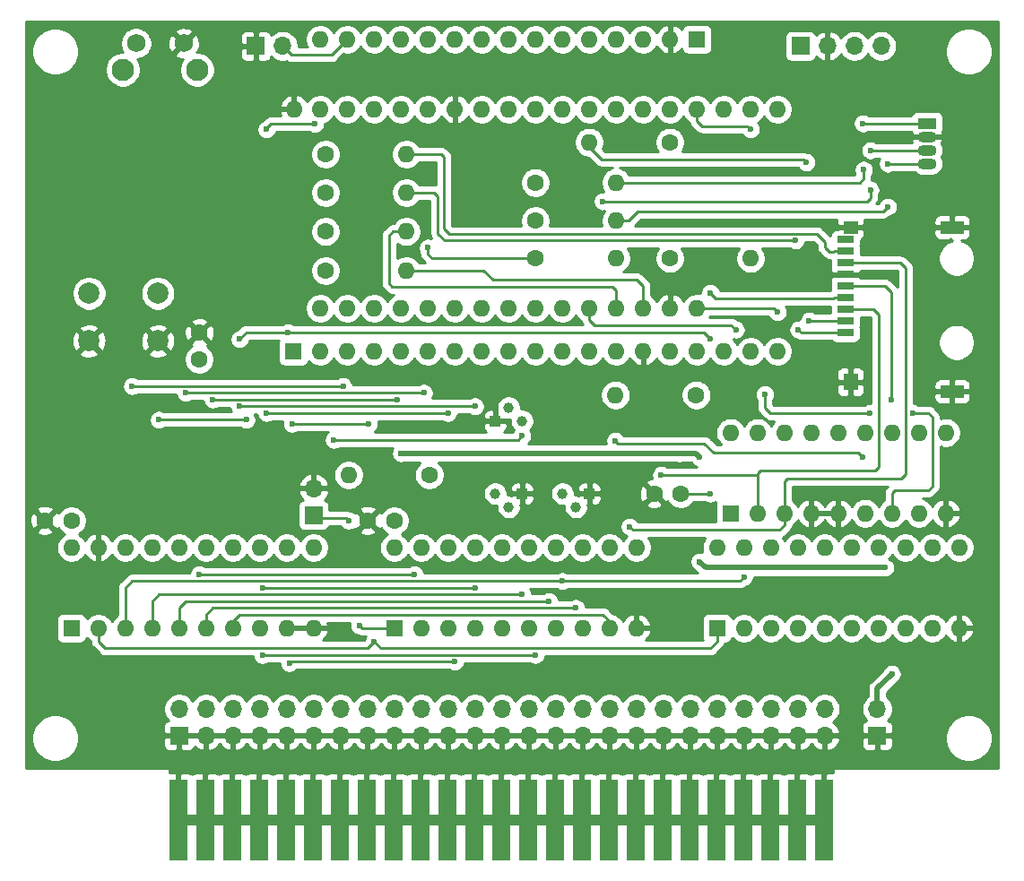
<source format=gbr>
G04 #@! TF.GenerationSoftware,KiCad,Pcbnew,(5.1.5)-3*
G04 #@! TF.CreationDate,2021-08-30T09:07:39+12:00*
G04 #@! TF.ProjectId,TRSIO,54525349-4f2e-46b6-9963-61645f706362,rev?*
G04 #@! TF.SameCoordinates,Original*
G04 #@! TF.FileFunction,Copper,L2,Bot*
G04 #@! TF.FilePolarity,Positive*
%FSLAX46Y46*%
G04 Gerber Fmt 4.6, Leading zero omitted, Abs format (unit mm)*
G04 Created by KiCad (PCBNEW (5.1.5)-3) date 2021-08-30 09:07:39*
%MOMM*%
%LPD*%
G04 APERTURE LIST*
%ADD10R,1.600000X1.600000*%
%ADD11O,1.600000X1.600000*%
%ADD12C,1.600000*%
%ADD13R,1.800000X1.070000*%
%ADD14O,1.800000X1.070000*%
%ADD15C,1.000000*%
%ADD16R,1.000000X1.000000*%
%ADD17C,2.000000*%
%ADD18R,1.700000X1.700000*%
%ADD19O,1.700000X1.700000*%
%ADD20C,2.100000*%
%ADD21C,1.750000*%
%ADD22R,1.778000X7.620000*%
%ADD23R,1.600000X0.700000*%
%ADD24R,1.400000X1.600000*%
%ADD25R,2.200000X1.200000*%
%ADD26R,1.400000X1.200000*%
%ADD27C,0.600000*%
%ADD28C,0.250000*%
%ADD29C,1.000000*%
%ADD30C,0.500000*%
%ADD31C,0.254000*%
G04 APERTURE END LIST*
D10*
X189865000Y-71374000D03*
D11*
X187325000Y-71374000D03*
X184785000Y-71374000D03*
X182245000Y-71374000D03*
X179705000Y-71374000D03*
X177165000Y-71374000D03*
X154305000Y-96774000D03*
X174625000Y-71374000D03*
X156845000Y-96774000D03*
X172085000Y-71374000D03*
X159385000Y-96774000D03*
X169545000Y-71374000D03*
X161925000Y-96774000D03*
X167005000Y-71374000D03*
X164465000Y-96774000D03*
X164465000Y-71374000D03*
X167005000Y-96774000D03*
X161925000Y-71374000D03*
X169545000Y-96774000D03*
X159385000Y-71374000D03*
X172085000Y-96774000D03*
X156845000Y-71374000D03*
X174625000Y-96774000D03*
X154305000Y-71374000D03*
X177165000Y-96774000D03*
X179705000Y-96774000D03*
X182245000Y-96774000D03*
X184785000Y-96774000D03*
X187325000Y-96774000D03*
X189865000Y-96774000D03*
D12*
X130810000Y-116840000D03*
X128310000Y-116840000D03*
X161290000Y-116840000D03*
X158790000Y-116840000D03*
X188341000Y-114300000D03*
X185841000Y-114300000D03*
X142875000Y-101600000D03*
X142875000Y-99100000D03*
D13*
X211582000Y-79311500D03*
D14*
X211582000Y-80581500D03*
X211582000Y-81851500D03*
X211582000Y-83121500D03*
D15*
X172085000Y-106172000D03*
X173355000Y-107442000D03*
D16*
X170815000Y-107442000D03*
D15*
X172085000Y-115570000D03*
X170815000Y-114300000D03*
D16*
X173355000Y-114300000D03*
D15*
X178435000Y-115570000D03*
X177165000Y-114300000D03*
D16*
X179705000Y-114300000D03*
D12*
X174625000Y-84899500D03*
D11*
X182245000Y-84899500D03*
D12*
X174625000Y-88519000D03*
D11*
X182245000Y-88519000D03*
D12*
X174625000Y-92075000D03*
D11*
X182245000Y-92075000D03*
D17*
X132461000Y-99877000D03*
X132461000Y-95377000D03*
X138961000Y-99877000D03*
X138961000Y-95377000D03*
D10*
X191770000Y-127000000D03*
D11*
X214630000Y-119380000D03*
X194310000Y-127000000D03*
X212090000Y-119380000D03*
X196850000Y-127000000D03*
X209550000Y-119380000D03*
X199390000Y-127000000D03*
X207010000Y-119380000D03*
X201930000Y-127000000D03*
X204470000Y-119380000D03*
X204470000Y-127000000D03*
X201930000Y-119380000D03*
X207010000Y-127000000D03*
X199390000Y-119380000D03*
X209550000Y-127000000D03*
X196850000Y-119380000D03*
X212090000Y-127000000D03*
X194310000Y-119380000D03*
X214630000Y-127000000D03*
X191770000Y-119380000D03*
D10*
X161290000Y-127000000D03*
D11*
X184150000Y-119380000D03*
X163830000Y-127000000D03*
X181610000Y-119380000D03*
X166370000Y-127000000D03*
X179070000Y-119380000D03*
X168910000Y-127000000D03*
X176530000Y-119380000D03*
X171450000Y-127000000D03*
X173990000Y-119380000D03*
X173990000Y-127000000D03*
X171450000Y-119380000D03*
X176530000Y-127000000D03*
X168910000Y-119380000D03*
X179070000Y-127000000D03*
X166370000Y-119380000D03*
X181610000Y-127000000D03*
X163830000Y-119380000D03*
X184150000Y-127000000D03*
X161290000Y-119380000D03*
D10*
X130810000Y-127000000D03*
D11*
X153670000Y-119380000D03*
X133350000Y-127000000D03*
X151130000Y-119380000D03*
X135890000Y-127000000D03*
X148590000Y-119380000D03*
X138430000Y-127000000D03*
X146050000Y-119380000D03*
X140970000Y-127000000D03*
X143510000Y-119380000D03*
X143510000Y-127000000D03*
X140970000Y-119380000D03*
X146050000Y-127000000D03*
X138430000Y-119380000D03*
X148590000Y-127000000D03*
X135890000Y-119380000D03*
X151130000Y-127000000D03*
X133350000Y-119380000D03*
X153670000Y-127000000D03*
X130810000Y-119380000D03*
D18*
X140970000Y-137160000D03*
D19*
X140970000Y-134620000D03*
X143510000Y-137160000D03*
X143510000Y-134620000D03*
X146050000Y-137160000D03*
X146050000Y-134620000D03*
X148590000Y-137160000D03*
X148590000Y-134620000D03*
X151130000Y-137160000D03*
X151130000Y-134620000D03*
X153670000Y-137160000D03*
X153670000Y-134620000D03*
X156210000Y-137160000D03*
X156210000Y-134620000D03*
X158750000Y-137160000D03*
X158750000Y-134620000D03*
X161290000Y-137160000D03*
X161290000Y-134620000D03*
X163830000Y-137160000D03*
X163830000Y-134620000D03*
X166370000Y-137160000D03*
X166370000Y-134620000D03*
X168910000Y-137160000D03*
X168910000Y-134620000D03*
X171450000Y-137160000D03*
X171450000Y-134620000D03*
X173990000Y-137160000D03*
X173990000Y-134620000D03*
X176530000Y-137160000D03*
X176530000Y-134620000D03*
X179070000Y-137160000D03*
X179070000Y-134620000D03*
X181610000Y-137160000D03*
X181610000Y-134620000D03*
X184150000Y-137160000D03*
X184150000Y-134620000D03*
X186690000Y-137160000D03*
X186690000Y-134620000D03*
X189230000Y-137160000D03*
X189230000Y-134620000D03*
X191770000Y-137160000D03*
X191770000Y-134620000D03*
X194310000Y-137160000D03*
X194310000Y-134620000D03*
X196850000Y-137160000D03*
X196850000Y-134620000D03*
X199390000Y-137160000D03*
X199390000Y-134620000D03*
X201930000Y-137160000D03*
X201930000Y-134620000D03*
D10*
X151765000Y-100838000D03*
D11*
X154305000Y-100838000D03*
X197485000Y-77978000D03*
X156845000Y-100838000D03*
X194945000Y-77978000D03*
X159385000Y-100838000D03*
X192405000Y-77978000D03*
X161925000Y-100838000D03*
X189865000Y-77978000D03*
X164465000Y-100838000D03*
X187325000Y-77978000D03*
X167005000Y-100838000D03*
X184785000Y-77978000D03*
X169545000Y-100838000D03*
X182245000Y-77978000D03*
X172085000Y-100838000D03*
X179705000Y-77978000D03*
X174625000Y-100838000D03*
X177165000Y-77978000D03*
X177165000Y-100838000D03*
X174625000Y-77978000D03*
X179705000Y-100838000D03*
X172085000Y-77978000D03*
X182245000Y-100838000D03*
X169545000Y-77978000D03*
X184785000Y-100838000D03*
X167005000Y-77978000D03*
X187325000Y-100838000D03*
X164465000Y-77978000D03*
X189865000Y-100838000D03*
X161925000Y-77978000D03*
X192405000Y-100838000D03*
X159385000Y-77978000D03*
X194945000Y-100838000D03*
X156845000Y-77978000D03*
X197485000Y-100838000D03*
X154305000Y-77978000D03*
X151828500Y-77978000D03*
D18*
X206883000Y-137160000D03*
D19*
X206883000Y-134620000D03*
D18*
X148209000Y-72009000D03*
D19*
X150749000Y-72009000D03*
D18*
X199644000Y-72009000D03*
D19*
X202184000Y-72009000D03*
X204724000Y-72009000D03*
X207264000Y-72009000D03*
D20*
X142666000Y-74245000D03*
D21*
X141406000Y-71755000D03*
X136906000Y-71755000D03*
D20*
X135656000Y-74245000D03*
D18*
X153670000Y-116332000D03*
D19*
X153670000Y-113792000D03*
D12*
X164592000Y-112522000D03*
D11*
X156972000Y-112522000D03*
D22*
X201866500Y-145097500D03*
X199326500Y-145097500D03*
X196786500Y-145097500D03*
X194246500Y-145097500D03*
X191706500Y-145097500D03*
X189166500Y-145097500D03*
X186626500Y-145097500D03*
X184086500Y-145097500D03*
X181546500Y-145097500D03*
X179006500Y-145097500D03*
X176466500Y-145097500D03*
X173926500Y-145097500D03*
X171386500Y-145097500D03*
X168846500Y-145097500D03*
X166306500Y-145097500D03*
X163766500Y-145097500D03*
X161226500Y-145097500D03*
X158686500Y-145097500D03*
X156146500Y-145097500D03*
X153606500Y-145097500D03*
X151066500Y-145097500D03*
X148526500Y-145097500D03*
X145986500Y-145097500D03*
X143446500Y-145097500D03*
X140906500Y-145097500D03*
D23*
X203876000Y-99101000D03*
X203876000Y-98001000D03*
X203876000Y-96901000D03*
X203876000Y-95801000D03*
X203876000Y-94701000D03*
X203876000Y-93601000D03*
X203876000Y-92501000D03*
X203876000Y-91401000D03*
X203876000Y-90301000D03*
D24*
X204376000Y-103751000D03*
D25*
X213976000Y-104651000D03*
X213976000Y-89151000D03*
D26*
X204376000Y-89151000D03*
D12*
X189801500Y-104965500D03*
D11*
X182181500Y-104965500D03*
X162433000Y-89535000D03*
D12*
X154813000Y-89535000D03*
X154813000Y-93218000D03*
D11*
X162433000Y-93218000D03*
X194945000Y-92075000D03*
D12*
X187325000Y-92075000D03*
X154813000Y-85852000D03*
D11*
X162433000Y-85852000D03*
X162433000Y-82232500D03*
D12*
X154813000Y-82232500D03*
D11*
X193040000Y-108521500D03*
X213360000Y-116141500D03*
X195580000Y-108521500D03*
X210820000Y-116141500D03*
X198120000Y-108521500D03*
X208280000Y-116141500D03*
X200660000Y-108521500D03*
X205740000Y-116141500D03*
X203200000Y-108521500D03*
X203200000Y-116141500D03*
X205740000Y-108521500D03*
X200660000Y-116141500D03*
X208280000Y-108521500D03*
X198120000Y-116141500D03*
X210820000Y-108521500D03*
X195580000Y-116141500D03*
X213360000Y-108521500D03*
D10*
X193040000Y-116141500D03*
D11*
X179705000Y-81089500D03*
D12*
X187325000Y-81089500D03*
D27*
X191135000Y-99695000D03*
X151257000Y-99060000D03*
X146685000Y-99695000D03*
X191135000Y-95313500D03*
X191135000Y-114300000D03*
X156972000Y-131826000D03*
X156972000Y-127000000D03*
X201993500Y-89154000D03*
X201041000Y-90932000D03*
X178435000Y-125095000D03*
X175895000Y-124460000D03*
X173355000Y-123825000D03*
X164465000Y-91059000D03*
X156464000Y-104140000D03*
X136525000Y-104140000D03*
X161544000Y-105410000D03*
X144145000Y-105410000D03*
X164084000Y-104775000D03*
X141605000Y-104775000D03*
X166370000Y-106680000D03*
X149225000Y-106680000D03*
X168910000Y-106045000D03*
X146685000Y-106045000D03*
X149225000Y-79883000D03*
X153797000Y-79375000D03*
X139065000Y-107315000D03*
X147320000Y-107315000D03*
X194310000Y-122174000D03*
X177165000Y-122555000D03*
X151638000Y-107696000D03*
X158877000Y-107696000D03*
X168910000Y-123190000D03*
X148844000Y-123190000D03*
X207645000Y-121285000D03*
X208280000Y-131318000D03*
X197485000Y-97155000D03*
X188214000Y-110490000D03*
X161925000Y-110490000D03*
X190119000Y-110871000D03*
X190119000Y-120713500D03*
X205613000Y-83693000D03*
X205549500Y-79311500D03*
X206248000Y-81851500D03*
X206248000Y-85598000D03*
X180975000Y-86677500D03*
X207899000Y-83121500D03*
X207899000Y-87185500D03*
X157988000Y-126746000D03*
X156972000Y-116840000D03*
X142875000Y-121920000D03*
X163195000Y-121920000D03*
X148844000Y-129540000D03*
X174625000Y-129540000D03*
X151384000Y-130302000D03*
X167005000Y-130175000D03*
X155575000Y-109220000D03*
X173355000Y-108839000D03*
X159385000Y-128270000D03*
X199453500Y-98806000D03*
X199199500Y-90360500D03*
X200215500Y-82994500D03*
X200469500Y-97980500D03*
X186499500Y-112522000D03*
X208216500Y-105410000D03*
X193548000Y-98806000D03*
X183515000Y-117411500D03*
X205486000Y-110807500D03*
X182181500Y-109283500D03*
X194945000Y-79883000D03*
X196278500Y-104902000D03*
X206184500Y-106680000D03*
X210248500Y-106680000D03*
D28*
X151257000Y-99060000D02*
X190500000Y-99060000D01*
X190500000Y-99060000D02*
X191135000Y-99695000D01*
X147320000Y-99060000D02*
X151257000Y-99060000D01*
X146685000Y-99695000D02*
X147320000Y-99060000D01*
X188341000Y-114300000D02*
X191135000Y-114300000D01*
X202826000Y-95801000D02*
X202805500Y-95821500D01*
X203876000Y-95801000D02*
X202826000Y-95801000D01*
X202805500Y-95821500D02*
X191643000Y-95821500D01*
X191643000Y-95821500D02*
X191135000Y-95313500D01*
X153670000Y-127000000D02*
X156972000Y-127000000D01*
D29*
X201866500Y-145097500D02*
X140906500Y-145097500D01*
D28*
X140906500Y-137223500D02*
X140970000Y-137160000D01*
X201866500Y-137223500D02*
X201930000Y-137160000D01*
X201866500Y-145097500D02*
X201866500Y-137223500D01*
X203426000Y-89151000D02*
X203423000Y-89154000D01*
X204376000Y-89151000D02*
X203426000Y-89151000D01*
D30*
X203423000Y-89154000D02*
X201993500Y-89154000D01*
D28*
X146050000Y-126365000D02*
X146685000Y-125730000D01*
X180975000Y-125730000D02*
X181610000Y-126365000D01*
X181610000Y-126365000D02*
X181610000Y-127000000D01*
X146050000Y-127000000D02*
X146050000Y-126365000D01*
X180340000Y-125730000D02*
X180975000Y-125730000D01*
X146685000Y-125730000D02*
X180340000Y-125730000D01*
X144780000Y-125095000D02*
X144145000Y-125095000D01*
X178435000Y-125095000D02*
X144780000Y-125095000D01*
X143510000Y-125730000D02*
X143510000Y-127000000D01*
X144145000Y-125095000D02*
X143510000Y-125730000D01*
X143510000Y-126365000D02*
X143510000Y-127000000D01*
X142240000Y-124460000D02*
X141605000Y-124460000D01*
X175895000Y-124460000D02*
X142240000Y-124460000D01*
X140970000Y-127000000D02*
X140970000Y-125730000D01*
X140970000Y-125095000D02*
X140970000Y-125730000D01*
X141605000Y-124460000D02*
X140970000Y-125095000D01*
X139700000Y-123825000D02*
X139065000Y-123825000D01*
X138430000Y-127000000D02*
X138430000Y-125095000D01*
X173355000Y-123825000D02*
X139700000Y-123825000D01*
X138430000Y-124460000D02*
X138430000Y-125095000D01*
X139065000Y-123825000D02*
X138430000Y-124460000D01*
X164465000Y-91694000D02*
X164465000Y-91059000D01*
X174625000Y-92075000D02*
X164846000Y-92075000D01*
X164846000Y-92075000D02*
X164465000Y-91694000D01*
X136525000Y-104140000D02*
X151130000Y-104140000D01*
X151130000Y-104140000D02*
X156464000Y-104140000D01*
X156210000Y-105410000D02*
X161544000Y-105410000D01*
X144145000Y-105410000D02*
X156210000Y-105410000D01*
X164084000Y-104775000D02*
X164211000Y-104775000D01*
X158750000Y-104775000D02*
X164084000Y-104775000D01*
X141605000Y-104775000D02*
X158750000Y-104775000D01*
X166370000Y-106680000D02*
X161290000Y-106680000D01*
X149225000Y-106680000D02*
X161290000Y-106680000D01*
X168910000Y-106045000D02*
X163830000Y-106045000D01*
X146685000Y-106045000D02*
X163830000Y-106045000D01*
X149225000Y-79756000D02*
X149225000Y-79883000D01*
X149606000Y-79375000D02*
X149225000Y-79756000D01*
X153797000Y-79375000D02*
X149606000Y-79375000D01*
X147320000Y-107315000D02*
X139065000Y-107315000D01*
X177165000Y-122555000D02*
X193929000Y-122555000D01*
X193929000Y-122555000D02*
X194310000Y-122174000D01*
X135890000Y-123190000D02*
X135890000Y-127000000D01*
X136525000Y-122555000D02*
X135890000Y-123190000D01*
X177165000Y-122555000D02*
X136525000Y-122555000D01*
X151638000Y-107696000D02*
X158877000Y-107696000D01*
X168910000Y-123190000D02*
X148844000Y-123190000D01*
D30*
X206883000Y-134620000D02*
X206883000Y-132715000D01*
X206883000Y-132715000D02*
X208280000Y-131318000D01*
X198628000Y-121285000D02*
X207645000Y-121285000D01*
D28*
X189865000Y-96774000D02*
X197104000Y-96774000D01*
X197104000Y-96774000D02*
X197485000Y-97155000D01*
D30*
X161925000Y-110490000D02*
X188214000Y-110490000D01*
X198628000Y-121285000D02*
X192009998Y-121285000D01*
X192009998Y-121285000D02*
X190690500Y-121285000D01*
X190690500Y-121285000D02*
X190119000Y-120713500D01*
X189738000Y-110490000D02*
X188214000Y-110490000D01*
X190119000Y-110871000D02*
X189738000Y-110490000D01*
D28*
X156045001Y-72173999D02*
X156845000Y-71374000D01*
X155360001Y-72858999D02*
X156045001Y-72173999D01*
X151598999Y-72858999D02*
X155360001Y-72858999D01*
X150749000Y-72009000D02*
X151598999Y-72858999D01*
X211582000Y-79311500D02*
X205549500Y-79311500D01*
X182245000Y-84899500D02*
X205232000Y-84899500D01*
X205613000Y-84518500D02*
X205613000Y-83693000D01*
X205232000Y-84899500D02*
X205613000Y-84518500D01*
X211582000Y-81851500D02*
X206248000Y-81851500D01*
X206248000Y-86360000D02*
X206248000Y-85598000D01*
X180975000Y-86677500D02*
X205930500Y-86677500D01*
X205930500Y-86677500D02*
X206248000Y-86360000D01*
X211582000Y-83121500D02*
X207899000Y-83121500D01*
X207454500Y-87630000D02*
X207899000Y-87185500D01*
X182245000Y-88519000D02*
X183376370Y-88519000D01*
X184265370Y-87630000D02*
X207454500Y-87630000D01*
X183376370Y-88519000D02*
X184265370Y-87630000D01*
X158242000Y-127000000D02*
X157988000Y-126746000D01*
X161290000Y-127000000D02*
X158242000Y-127000000D01*
X156718000Y-116586000D02*
X153924000Y-116586000D01*
X156972000Y-116840000D02*
X156718000Y-116586000D01*
X153924000Y-116586000D02*
X153670000Y-116332000D01*
X142875000Y-121920000D02*
X163195000Y-121920000D01*
X150622000Y-129540000D02*
X148844000Y-129540000D01*
X150495000Y-129540000D02*
X150622000Y-129540000D01*
X150622000Y-129540000D02*
X174625000Y-129540000D01*
X153162000Y-130175000D02*
X151511000Y-130175000D01*
X151511000Y-130175000D02*
X151384000Y-130302000D01*
X153035000Y-130175000D02*
X153162000Y-130175000D01*
X153162000Y-130175000D02*
X167005000Y-130175000D01*
X167640000Y-109220000D02*
X172974000Y-109220000D01*
X155575000Y-109220000D02*
X167640000Y-109220000D01*
X172974000Y-109220000D02*
X173355000Y-108839000D01*
X159385000Y-128270000D02*
X160020000Y-128905000D01*
X191770000Y-128270000D02*
X191135000Y-128905000D01*
X191135000Y-128905000D02*
X160020000Y-128905000D01*
X191770000Y-128270000D02*
X191770000Y-127000000D01*
X159385000Y-128270000D02*
X158750000Y-128905000D01*
X133350000Y-128270000D02*
X133985000Y-128905000D01*
X133985000Y-128905000D02*
X158750000Y-128905000D01*
X133350000Y-128270000D02*
X133350000Y-127000000D01*
X203876000Y-99101000D02*
X199748500Y-99101000D01*
X199748500Y-99101000D02*
X199453500Y-98806000D01*
X163564370Y-85852000D02*
X162433000Y-85852000D01*
X166052500Y-90360500D02*
X165417500Y-89725500D01*
X165417500Y-89725500D02*
X165417500Y-86233000D01*
X199199500Y-90360500D02*
X166052500Y-90360500D01*
X165417500Y-86233000D02*
X165036500Y-85852000D01*
X165036500Y-85852000D02*
X163564370Y-85852000D01*
X179705000Y-81089500D02*
X179705000Y-81534000D01*
X179705000Y-81534000D02*
X180911500Y-82740500D01*
X180911500Y-82740500D02*
X199961500Y-82740500D01*
X199961500Y-82740500D02*
X200215500Y-82994500D01*
X203855500Y-97980500D02*
X203876000Y-98001000D01*
X200469500Y-97980500D02*
X203855500Y-97980500D01*
X203876000Y-96901000D02*
X206565500Y-96901000D01*
X206565500Y-96901000D02*
X207010000Y-97345500D01*
X207010000Y-97345500D02*
X207010000Y-111760000D01*
X207010000Y-111760000D02*
X206692500Y-112077500D01*
X206692500Y-112077500D02*
X195897500Y-112077500D01*
X195897500Y-112077500D02*
X195580000Y-112395000D01*
X186499500Y-112522000D02*
X189484000Y-112522000D01*
X195580000Y-112395000D02*
X195580000Y-112522000D01*
X189484000Y-112522000D02*
X195580000Y-112522000D01*
X195580000Y-112522000D02*
X195580000Y-116141500D01*
X170624500Y-94107000D02*
X169735500Y-93218000D01*
X184213500Y-94107000D02*
X170624500Y-94107000D01*
X169735500Y-93218000D02*
X162433000Y-93218000D01*
X184785000Y-96774000D02*
X184785000Y-94678500D01*
X184785000Y-94678500D02*
X184213500Y-94107000D01*
X208216500Y-105410000D02*
X208216500Y-95250000D01*
X207667500Y-94701000D02*
X203876000Y-94701000D01*
X208216500Y-95250000D02*
X207667500Y-94701000D01*
X179705000Y-97905370D02*
X180161130Y-98361500D01*
X179705000Y-96774000D02*
X179705000Y-97905370D01*
X180161130Y-98361500D02*
X193103500Y-98361500D01*
X193103500Y-98361500D02*
X193548000Y-98806000D01*
X203876000Y-92501000D02*
X209087000Y-92501000D01*
X209087000Y-92501000D02*
X209550000Y-92964000D01*
X209550000Y-92964000D02*
X209550000Y-112458500D01*
X209550000Y-112458500D02*
X209169000Y-112839500D01*
X209169000Y-112839500D02*
X198374000Y-112839500D01*
X198120000Y-113093500D02*
X198120000Y-116141500D01*
X198374000Y-112839500D02*
X198120000Y-113093500D01*
X198120000Y-117272870D02*
X197663870Y-117729000D01*
X198120000Y-116141500D02*
X198120000Y-117272870D01*
X197663870Y-117729000D02*
X183832500Y-117729000D01*
X183832500Y-117729000D02*
X183515000Y-117411500D01*
X182245000Y-96774000D02*
X182245000Y-95059500D01*
X182245000Y-95059500D02*
X181927500Y-94742000D01*
X181927500Y-94742000D02*
X161099500Y-94742000D01*
X161099500Y-94742000D02*
X160782000Y-94424500D01*
X160782000Y-94424500D02*
X160782000Y-89916000D01*
X161163000Y-89535000D02*
X162433000Y-89535000D01*
X160782000Y-89916000D02*
X161163000Y-89535000D01*
X165989000Y-89281000D02*
X165989000Y-82486500D01*
X165735000Y-82232500D02*
X162433000Y-82232500D01*
X166443499Y-89735499D02*
X165989000Y-89281000D01*
X201930000Y-90487500D02*
X201177999Y-89735499D01*
X201177999Y-89735499D02*
X166443499Y-89735499D01*
X202826000Y-91401000D02*
X202787000Y-91440000D01*
X165989000Y-82486500D02*
X165735000Y-82232500D01*
X202787000Y-91440000D02*
X202374500Y-91440000D01*
X203876000Y-91401000D02*
X202826000Y-91401000D01*
X202374500Y-91440000D02*
X201930000Y-90995500D01*
X201930000Y-90995500D02*
X201930000Y-90487500D01*
X205486000Y-110807500D02*
X205105000Y-110426500D01*
X205105000Y-110426500D02*
X191452500Y-110426500D01*
X191452500Y-110426500D02*
X190563500Y-109537500D01*
X190563500Y-109537500D02*
X182435500Y-109537500D01*
X182435500Y-109537500D02*
X182181500Y-109283500D01*
X189865000Y-79109370D02*
X190321130Y-79565500D01*
X189865000Y-77978000D02*
X189865000Y-79109370D01*
X190321130Y-79565500D02*
X194627500Y-79565500D01*
X194627500Y-79565500D02*
X194945000Y-79883000D01*
X208280000Y-116141500D02*
X208280000Y-115010130D01*
X208280000Y-115010130D02*
X208280000Y-114236500D01*
X208280000Y-114236500D02*
X208534000Y-113982500D01*
X208534000Y-113982500D02*
X211709000Y-113982500D01*
X211709000Y-113982500D02*
X212090000Y-113601500D01*
X196278500Y-104902000D02*
X196278500Y-105326264D01*
X196278500Y-105326264D02*
X196278500Y-106172000D01*
X196278500Y-106172000D02*
X196786500Y-106680000D01*
X196786500Y-106680000D02*
X206184500Y-106680000D01*
X210248500Y-106680000D02*
X211709000Y-106680000D01*
X212090000Y-113601500D02*
X212090000Y-107061000D01*
X211709000Y-106680000D02*
X212090000Y-107061000D01*
D31*
G36*
X218313000Y-140208000D02*
G01*
X126492000Y-140208000D01*
X126492000Y-137193872D01*
X127051000Y-137193872D01*
X127051000Y-137634128D01*
X127136890Y-138065925D01*
X127305369Y-138472669D01*
X127549962Y-138838729D01*
X127861271Y-139150038D01*
X128227331Y-139394631D01*
X128634075Y-139563110D01*
X129065872Y-139649000D01*
X129506128Y-139649000D01*
X129937925Y-139563110D01*
X130344669Y-139394631D01*
X130710729Y-139150038D01*
X131022038Y-138838729D01*
X131266631Y-138472669D01*
X131435110Y-138065925D01*
X131446234Y-138010000D01*
X139481928Y-138010000D01*
X139494188Y-138134482D01*
X139530498Y-138254180D01*
X139589463Y-138364494D01*
X139668815Y-138461185D01*
X139765506Y-138540537D01*
X139875820Y-138599502D01*
X139995518Y-138635812D01*
X140120000Y-138648072D01*
X140684250Y-138645000D01*
X140843000Y-138486250D01*
X140843000Y-137287000D01*
X141097000Y-137287000D01*
X141097000Y-138486250D01*
X141255750Y-138645000D01*
X141820000Y-138648072D01*
X141944482Y-138635812D01*
X142064180Y-138599502D01*
X142174494Y-138540537D01*
X142271185Y-138461185D01*
X142350537Y-138364494D01*
X142409502Y-138254180D01*
X142433966Y-138173534D01*
X142509731Y-138257588D01*
X142743080Y-138431641D01*
X143005901Y-138556825D01*
X143153110Y-138601476D01*
X143383000Y-138480155D01*
X143383000Y-137287000D01*
X143637000Y-137287000D01*
X143637000Y-138480155D01*
X143866890Y-138601476D01*
X144014099Y-138556825D01*
X144276920Y-138431641D01*
X144510269Y-138257588D01*
X144705178Y-138041355D01*
X144780000Y-137915745D01*
X144854822Y-138041355D01*
X145049731Y-138257588D01*
X145283080Y-138431641D01*
X145545901Y-138556825D01*
X145693110Y-138601476D01*
X145923000Y-138480155D01*
X145923000Y-137287000D01*
X146177000Y-137287000D01*
X146177000Y-138480155D01*
X146406890Y-138601476D01*
X146554099Y-138556825D01*
X146816920Y-138431641D01*
X147050269Y-138257588D01*
X147245178Y-138041355D01*
X147320000Y-137915745D01*
X147394822Y-138041355D01*
X147589731Y-138257588D01*
X147823080Y-138431641D01*
X148085901Y-138556825D01*
X148233110Y-138601476D01*
X148463000Y-138480155D01*
X148463000Y-137287000D01*
X148717000Y-137287000D01*
X148717000Y-138480155D01*
X148946890Y-138601476D01*
X149094099Y-138556825D01*
X149356920Y-138431641D01*
X149590269Y-138257588D01*
X149785178Y-138041355D01*
X149860000Y-137915745D01*
X149934822Y-138041355D01*
X150129731Y-138257588D01*
X150363080Y-138431641D01*
X150625901Y-138556825D01*
X150773110Y-138601476D01*
X151003000Y-138480155D01*
X151003000Y-137287000D01*
X151257000Y-137287000D01*
X151257000Y-138480155D01*
X151486890Y-138601476D01*
X151634099Y-138556825D01*
X151896920Y-138431641D01*
X152130269Y-138257588D01*
X152325178Y-138041355D01*
X152400000Y-137915745D01*
X152474822Y-138041355D01*
X152669731Y-138257588D01*
X152903080Y-138431641D01*
X153165901Y-138556825D01*
X153313110Y-138601476D01*
X153543000Y-138480155D01*
X153543000Y-137287000D01*
X153797000Y-137287000D01*
X153797000Y-138480155D01*
X154026890Y-138601476D01*
X154174099Y-138556825D01*
X154436920Y-138431641D01*
X154670269Y-138257588D01*
X154865178Y-138041355D01*
X154940000Y-137915745D01*
X155014822Y-138041355D01*
X155209731Y-138257588D01*
X155443080Y-138431641D01*
X155705901Y-138556825D01*
X155853110Y-138601476D01*
X156083000Y-138480155D01*
X156083000Y-137287000D01*
X156337000Y-137287000D01*
X156337000Y-138480155D01*
X156566890Y-138601476D01*
X156714099Y-138556825D01*
X156976920Y-138431641D01*
X157210269Y-138257588D01*
X157405178Y-138041355D01*
X157480000Y-137915745D01*
X157554822Y-138041355D01*
X157749731Y-138257588D01*
X157983080Y-138431641D01*
X158245901Y-138556825D01*
X158393110Y-138601476D01*
X158623000Y-138480155D01*
X158623000Y-137287000D01*
X158877000Y-137287000D01*
X158877000Y-138480155D01*
X159106890Y-138601476D01*
X159254099Y-138556825D01*
X159516920Y-138431641D01*
X159750269Y-138257588D01*
X159945178Y-138041355D01*
X160020000Y-137915745D01*
X160094822Y-138041355D01*
X160289731Y-138257588D01*
X160523080Y-138431641D01*
X160785901Y-138556825D01*
X160933110Y-138601476D01*
X161163000Y-138480155D01*
X161163000Y-137287000D01*
X161417000Y-137287000D01*
X161417000Y-138480155D01*
X161646890Y-138601476D01*
X161794099Y-138556825D01*
X162056920Y-138431641D01*
X162290269Y-138257588D01*
X162485178Y-138041355D01*
X162560000Y-137915745D01*
X162634822Y-138041355D01*
X162829731Y-138257588D01*
X163063080Y-138431641D01*
X163325901Y-138556825D01*
X163473110Y-138601476D01*
X163703000Y-138480155D01*
X163703000Y-137287000D01*
X163957000Y-137287000D01*
X163957000Y-138480155D01*
X164186890Y-138601476D01*
X164334099Y-138556825D01*
X164596920Y-138431641D01*
X164830269Y-138257588D01*
X165025178Y-138041355D01*
X165100000Y-137915745D01*
X165174822Y-138041355D01*
X165369731Y-138257588D01*
X165603080Y-138431641D01*
X165865901Y-138556825D01*
X166013110Y-138601476D01*
X166243000Y-138480155D01*
X166243000Y-137287000D01*
X166497000Y-137287000D01*
X166497000Y-138480155D01*
X166726890Y-138601476D01*
X166874099Y-138556825D01*
X167136920Y-138431641D01*
X167370269Y-138257588D01*
X167565178Y-138041355D01*
X167640000Y-137915745D01*
X167714822Y-138041355D01*
X167909731Y-138257588D01*
X168143080Y-138431641D01*
X168405901Y-138556825D01*
X168553110Y-138601476D01*
X168783000Y-138480155D01*
X168783000Y-137287000D01*
X169037000Y-137287000D01*
X169037000Y-138480155D01*
X169266890Y-138601476D01*
X169414099Y-138556825D01*
X169676920Y-138431641D01*
X169910269Y-138257588D01*
X170105178Y-138041355D01*
X170180000Y-137915745D01*
X170254822Y-138041355D01*
X170449731Y-138257588D01*
X170683080Y-138431641D01*
X170945901Y-138556825D01*
X171093110Y-138601476D01*
X171323000Y-138480155D01*
X171323000Y-137287000D01*
X171577000Y-137287000D01*
X171577000Y-138480155D01*
X171806890Y-138601476D01*
X171954099Y-138556825D01*
X172216920Y-138431641D01*
X172450269Y-138257588D01*
X172645178Y-138041355D01*
X172720000Y-137915745D01*
X172794822Y-138041355D01*
X172989731Y-138257588D01*
X173223080Y-138431641D01*
X173485901Y-138556825D01*
X173633110Y-138601476D01*
X173863000Y-138480155D01*
X173863000Y-137287000D01*
X174117000Y-137287000D01*
X174117000Y-138480155D01*
X174346890Y-138601476D01*
X174494099Y-138556825D01*
X174756920Y-138431641D01*
X174990269Y-138257588D01*
X175185178Y-138041355D01*
X175260000Y-137915745D01*
X175334822Y-138041355D01*
X175529731Y-138257588D01*
X175763080Y-138431641D01*
X176025901Y-138556825D01*
X176173110Y-138601476D01*
X176403000Y-138480155D01*
X176403000Y-137287000D01*
X176657000Y-137287000D01*
X176657000Y-138480155D01*
X176886890Y-138601476D01*
X177034099Y-138556825D01*
X177296920Y-138431641D01*
X177530269Y-138257588D01*
X177725178Y-138041355D01*
X177800000Y-137915745D01*
X177874822Y-138041355D01*
X178069731Y-138257588D01*
X178303080Y-138431641D01*
X178565901Y-138556825D01*
X178713110Y-138601476D01*
X178943000Y-138480155D01*
X178943000Y-137287000D01*
X179197000Y-137287000D01*
X179197000Y-138480155D01*
X179426890Y-138601476D01*
X179574099Y-138556825D01*
X179836920Y-138431641D01*
X180070269Y-138257588D01*
X180265178Y-138041355D01*
X180340000Y-137915745D01*
X180414822Y-138041355D01*
X180609731Y-138257588D01*
X180843080Y-138431641D01*
X181105901Y-138556825D01*
X181253110Y-138601476D01*
X181483000Y-138480155D01*
X181483000Y-137287000D01*
X181737000Y-137287000D01*
X181737000Y-138480155D01*
X181966890Y-138601476D01*
X182114099Y-138556825D01*
X182376920Y-138431641D01*
X182610269Y-138257588D01*
X182805178Y-138041355D01*
X182880000Y-137915745D01*
X182954822Y-138041355D01*
X183149731Y-138257588D01*
X183383080Y-138431641D01*
X183645901Y-138556825D01*
X183793110Y-138601476D01*
X184023000Y-138480155D01*
X184023000Y-137287000D01*
X184277000Y-137287000D01*
X184277000Y-138480155D01*
X184506890Y-138601476D01*
X184654099Y-138556825D01*
X184916920Y-138431641D01*
X185150269Y-138257588D01*
X185345178Y-138041355D01*
X185420000Y-137915745D01*
X185494822Y-138041355D01*
X185689731Y-138257588D01*
X185923080Y-138431641D01*
X186185901Y-138556825D01*
X186333110Y-138601476D01*
X186563000Y-138480155D01*
X186563000Y-137287000D01*
X186817000Y-137287000D01*
X186817000Y-138480155D01*
X187046890Y-138601476D01*
X187194099Y-138556825D01*
X187456920Y-138431641D01*
X187690269Y-138257588D01*
X187885178Y-138041355D01*
X187960000Y-137915745D01*
X188034822Y-138041355D01*
X188229731Y-138257588D01*
X188463080Y-138431641D01*
X188725901Y-138556825D01*
X188873110Y-138601476D01*
X189103000Y-138480155D01*
X189103000Y-137287000D01*
X189357000Y-137287000D01*
X189357000Y-138480155D01*
X189586890Y-138601476D01*
X189734099Y-138556825D01*
X189996920Y-138431641D01*
X190230269Y-138257588D01*
X190425178Y-138041355D01*
X190500000Y-137915745D01*
X190574822Y-138041355D01*
X190769731Y-138257588D01*
X191003080Y-138431641D01*
X191265901Y-138556825D01*
X191413110Y-138601476D01*
X191643000Y-138480155D01*
X191643000Y-137287000D01*
X191897000Y-137287000D01*
X191897000Y-138480155D01*
X192126890Y-138601476D01*
X192274099Y-138556825D01*
X192536920Y-138431641D01*
X192770269Y-138257588D01*
X192965178Y-138041355D01*
X193040000Y-137915745D01*
X193114822Y-138041355D01*
X193309731Y-138257588D01*
X193543080Y-138431641D01*
X193805901Y-138556825D01*
X193953110Y-138601476D01*
X194183000Y-138480155D01*
X194183000Y-137287000D01*
X194437000Y-137287000D01*
X194437000Y-138480155D01*
X194666890Y-138601476D01*
X194814099Y-138556825D01*
X195076920Y-138431641D01*
X195310269Y-138257588D01*
X195505178Y-138041355D01*
X195580000Y-137915745D01*
X195654822Y-138041355D01*
X195849731Y-138257588D01*
X196083080Y-138431641D01*
X196345901Y-138556825D01*
X196493110Y-138601476D01*
X196723000Y-138480155D01*
X196723000Y-137287000D01*
X196977000Y-137287000D01*
X196977000Y-138480155D01*
X197206890Y-138601476D01*
X197354099Y-138556825D01*
X197616920Y-138431641D01*
X197850269Y-138257588D01*
X198045178Y-138041355D01*
X198120000Y-137915745D01*
X198194822Y-138041355D01*
X198389731Y-138257588D01*
X198623080Y-138431641D01*
X198885901Y-138556825D01*
X199033110Y-138601476D01*
X199263000Y-138480155D01*
X199263000Y-137287000D01*
X199517000Y-137287000D01*
X199517000Y-138480155D01*
X199746890Y-138601476D01*
X199894099Y-138556825D01*
X200156920Y-138431641D01*
X200390269Y-138257588D01*
X200585178Y-138041355D01*
X200660000Y-137915745D01*
X200734822Y-138041355D01*
X200929731Y-138257588D01*
X201163080Y-138431641D01*
X201425901Y-138556825D01*
X201573110Y-138601476D01*
X201803000Y-138480155D01*
X201803000Y-137287000D01*
X202057000Y-137287000D01*
X202057000Y-138480155D01*
X202286890Y-138601476D01*
X202434099Y-138556825D01*
X202696920Y-138431641D01*
X202930269Y-138257588D01*
X203125178Y-138041355D01*
X203143855Y-138010000D01*
X205394928Y-138010000D01*
X205407188Y-138134482D01*
X205443498Y-138254180D01*
X205502463Y-138364494D01*
X205581815Y-138461185D01*
X205678506Y-138540537D01*
X205788820Y-138599502D01*
X205908518Y-138635812D01*
X206033000Y-138648072D01*
X206597250Y-138645000D01*
X206756000Y-138486250D01*
X206756000Y-137287000D01*
X207010000Y-137287000D01*
X207010000Y-138486250D01*
X207168750Y-138645000D01*
X207733000Y-138648072D01*
X207857482Y-138635812D01*
X207977180Y-138599502D01*
X208087494Y-138540537D01*
X208184185Y-138461185D01*
X208263537Y-138364494D01*
X208322502Y-138254180D01*
X208358812Y-138134482D01*
X208371072Y-138010000D01*
X208368000Y-137445750D01*
X208209250Y-137287000D01*
X207010000Y-137287000D01*
X206756000Y-137287000D01*
X205556750Y-137287000D01*
X205398000Y-137445750D01*
X205394928Y-138010000D01*
X203143855Y-138010000D01*
X203274157Y-137791252D01*
X203371481Y-137516891D01*
X203250814Y-137287000D01*
X202057000Y-137287000D01*
X201803000Y-137287000D01*
X199517000Y-137287000D01*
X199263000Y-137287000D01*
X196977000Y-137287000D01*
X196723000Y-137287000D01*
X194437000Y-137287000D01*
X194183000Y-137287000D01*
X191897000Y-137287000D01*
X191643000Y-137287000D01*
X189357000Y-137287000D01*
X189103000Y-137287000D01*
X186817000Y-137287000D01*
X186563000Y-137287000D01*
X184277000Y-137287000D01*
X184023000Y-137287000D01*
X181737000Y-137287000D01*
X181483000Y-137287000D01*
X179197000Y-137287000D01*
X178943000Y-137287000D01*
X176657000Y-137287000D01*
X176403000Y-137287000D01*
X174117000Y-137287000D01*
X173863000Y-137287000D01*
X171577000Y-137287000D01*
X171323000Y-137287000D01*
X169037000Y-137287000D01*
X168783000Y-137287000D01*
X166497000Y-137287000D01*
X166243000Y-137287000D01*
X163957000Y-137287000D01*
X163703000Y-137287000D01*
X161417000Y-137287000D01*
X161163000Y-137287000D01*
X158877000Y-137287000D01*
X158623000Y-137287000D01*
X156337000Y-137287000D01*
X156083000Y-137287000D01*
X153797000Y-137287000D01*
X153543000Y-137287000D01*
X151257000Y-137287000D01*
X151003000Y-137287000D01*
X148717000Y-137287000D01*
X148463000Y-137287000D01*
X146177000Y-137287000D01*
X145923000Y-137287000D01*
X143637000Y-137287000D01*
X143383000Y-137287000D01*
X141097000Y-137287000D01*
X140843000Y-137287000D01*
X139643750Y-137287000D01*
X139485000Y-137445750D01*
X139481928Y-138010000D01*
X131446234Y-138010000D01*
X131521000Y-137634128D01*
X131521000Y-137193872D01*
X213284000Y-137193872D01*
X213284000Y-137634128D01*
X213369890Y-138065925D01*
X213538369Y-138472669D01*
X213782962Y-138838729D01*
X214094271Y-139150038D01*
X214460331Y-139394631D01*
X214867075Y-139563110D01*
X215298872Y-139649000D01*
X215739128Y-139649000D01*
X216170925Y-139563110D01*
X216577669Y-139394631D01*
X216943729Y-139150038D01*
X217255038Y-138838729D01*
X217499631Y-138472669D01*
X217668110Y-138065925D01*
X217754000Y-137634128D01*
X217754000Y-137193872D01*
X217668110Y-136762075D01*
X217499631Y-136355331D01*
X217255038Y-135989271D01*
X216943729Y-135677962D01*
X216577669Y-135433369D01*
X216170925Y-135264890D01*
X215739128Y-135179000D01*
X215298872Y-135179000D01*
X214867075Y-135264890D01*
X214460331Y-135433369D01*
X214094271Y-135677962D01*
X213782962Y-135989271D01*
X213538369Y-136355331D01*
X213369890Y-136762075D01*
X213284000Y-137193872D01*
X131521000Y-137193872D01*
X131435110Y-136762075D01*
X131266631Y-136355331D01*
X131236342Y-136310000D01*
X139481928Y-136310000D01*
X139485000Y-136874250D01*
X139643750Y-137033000D01*
X140843000Y-137033000D01*
X140843000Y-137013000D01*
X141097000Y-137013000D01*
X141097000Y-137033000D01*
X143383000Y-137033000D01*
X143383000Y-137013000D01*
X143637000Y-137013000D01*
X143637000Y-137033000D01*
X145923000Y-137033000D01*
X145923000Y-137013000D01*
X146177000Y-137013000D01*
X146177000Y-137033000D01*
X148463000Y-137033000D01*
X148463000Y-137013000D01*
X148717000Y-137013000D01*
X148717000Y-137033000D01*
X151003000Y-137033000D01*
X151003000Y-137013000D01*
X151257000Y-137013000D01*
X151257000Y-137033000D01*
X153543000Y-137033000D01*
X153543000Y-137013000D01*
X153797000Y-137013000D01*
X153797000Y-137033000D01*
X156083000Y-137033000D01*
X156083000Y-137013000D01*
X156337000Y-137013000D01*
X156337000Y-137033000D01*
X158623000Y-137033000D01*
X158623000Y-137013000D01*
X158877000Y-137013000D01*
X158877000Y-137033000D01*
X161163000Y-137033000D01*
X161163000Y-137013000D01*
X161417000Y-137013000D01*
X161417000Y-137033000D01*
X163703000Y-137033000D01*
X163703000Y-137013000D01*
X163957000Y-137013000D01*
X163957000Y-137033000D01*
X166243000Y-137033000D01*
X166243000Y-137013000D01*
X166497000Y-137013000D01*
X166497000Y-137033000D01*
X168783000Y-137033000D01*
X168783000Y-137013000D01*
X169037000Y-137013000D01*
X169037000Y-137033000D01*
X171323000Y-137033000D01*
X171323000Y-137013000D01*
X171577000Y-137013000D01*
X171577000Y-137033000D01*
X173863000Y-137033000D01*
X173863000Y-137013000D01*
X174117000Y-137013000D01*
X174117000Y-137033000D01*
X176403000Y-137033000D01*
X176403000Y-137013000D01*
X176657000Y-137013000D01*
X176657000Y-137033000D01*
X178943000Y-137033000D01*
X178943000Y-137013000D01*
X179197000Y-137013000D01*
X179197000Y-137033000D01*
X181483000Y-137033000D01*
X181483000Y-137013000D01*
X181737000Y-137013000D01*
X181737000Y-137033000D01*
X184023000Y-137033000D01*
X184023000Y-137013000D01*
X184277000Y-137013000D01*
X184277000Y-137033000D01*
X186563000Y-137033000D01*
X186563000Y-137013000D01*
X186817000Y-137013000D01*
X186817000Y-137033000D01*
X189103000Y-137033000D01*
X189103000Y-137013000D01*
X189357000Y-137013000D01*
X189357000Y-137033000D01*
X191643000Y-137033000D01*
X191643000Y-137013000D01*
X191897000Y-137013000D01*
X191897000Y-137033000D01*
X194183000Y-137033000D01*
X194183000Y-137013000D01*
X194437000Y-137013000D01*
X194437000Y-137033000D01*
X196723000Y-137033000D01*
X196723000Y-137013000D01*
X196977000Y-137013000D01*
X196977000Y-137033000D01*
X199263000Y-137033000D01*
X199263000Y-137013000D01*
X199517000Y-137013000D01*
X199517000Y-137033000D01*
X201803000Y-137033000D01*
X201803000Y-137013000D01*
X202057000Y-137013000D01*
X202057000Y-137033000D01*
X203250814Y-137033000D01*
X203371481Y-136803109D01*
X203274157Y-136528748D01*
X203143856Y-136310000D01*
X205394928Y-136310000D01*
X205398000Y-136874250D01*
X205556750Y-137033000D01*
X206756000Y-137033000D01*
X206756000Y-137013000D01*
X207010000Y-137013000D01*
X207010000Y-137033000D01*
X208209250Y-137033000D01*
X208368000Y-136874250D01*
X208371072Y-136310000D01*
X208358812Y-136185518D01*
X208322502Y-136065820D01*
X208263537Y-135955506D01*
X208184185Y-135858815D01*
X208087494Y-135779463D01*
X207977180Y-135720498D01*
X207904620Y-135698487D01*
X208036475Y-135566632D01*
X208198990Y-135323411D01*
X208310932Y-135053158D01*
X208368000Y-134766260D01*
X208368000Y-134473740D01*
X208310932Y-134186842D01*
X208198990Y-133916589D01*
X208036475Y-133673368D01*
X207829632Y-133466525D01*
X207768000Y-133425344D01*
X207768000Y-133081578D01*
X208688924Y-132160655D01*
X208722889Y-132146586D01*
X208876028Y-132044262D01*
X209006262Y-131914028D01*
X209108586Y-131760889D01*
X209179068Y-131590729D01*
X209215000Y-131410089D01*
X209215000Y-131225911D01*
X209179068Y-131045271D01*
X209108586Y-130875111D01*
X209006262Y-130721972D01*
X208876028Y-130591738D01*
X208722889Y-130489414D01*
X208552729Y-130418932D01*
X208372089Y-130383000D01*
X208187911Y-130383000D01*
X208007271Y-130418932D01*
X207837111Y-130489414D01*
X207683972Y-130591738D01*
X207553738Y-130721972D01*
X207451414Y-130875111D01*
X207437345Y-130909076D01*
X206287951Y-132058471D01*
X206254184Y-132086183D01*
X206226471Y-132119951D01*
X206226468Y-132119954D01*
X206143590Y-132220941D01*
X206061412Y-132374687D01*
X206010805Y-132541510D01*
X205993719Y-132715000D01*
X205998001Y-132758479D01*
X205998001Y-133425343D01*
X205936368Y-133466525D01*
X205729525Y-133673368D01*
X205567010Y-133916589D01*
X205455068Y-134186842D01*
X205398000Y-134473740D01*
X205398000Y-134766260D01*
X205455068Y-135053158D01*
X205567010Y-135323411D01*
X205729525Y-135566632D01*
X205861380Y-135698487D01*
X205788820Y-135720498D01*
X205678506Y-135779463D01*
X205581815Y-135858815D01*
X205502463Y-135955506D01*
X205443498Y-136065820D01*
X205407188Y-136185518D01*
X205394928Y-136310000D01*
X203143856Y-136310000D01*
X203125178Y-136278645D01*
X202930269Y-136062412D01*
X202700594Y-135891100D01*
X202876632Y-135773475D01*
X203083475Y-135566632D01*
X203245990Y-135323411D01*
X203357932Y-135053158D01*
X203415000Y-134766260D01*
X203415000Y-134473740D01*
X203357932Y-134186842D01*
X203245990Y-133916589D01*
X203083475Y-133673368D01*
X202876632Y-133466525D01*
X202633411Y-133304010D01*
X202363158Y-133192068D01*
X202076260Y-133135000D01*
X201783740Y-133135000D01*
X201496842Y-133192068D01*
X201226589Y-133304010D01*
X200983368Y-133466525D01*
X200776525Y-133673368D01*
X200660000Y-133847760D01*
X200543475Y-133673368D01*
X200336632Y-133466525D01*
X200093411Y-133304010D01*
X199823158Y-133192068D01*
X199536260Y-133135000D01*
X199243740Y-133135000D01*
X198956842Y-133192068D01*
X198686589Y-133304010D01*
X198443368Y-133466525D01*
X198236525Y-133673368D01*
X198120000Y-133847760D01*
X198003475Y-133673368D01*
X197796632Y-133466525D01*
X197553411Y-133304010D01*
X197283158Y-133192068D01*
X196996260Y-133135000D01*
X196703740Y-133135000D01*
X196416842Y-133192068D01*
X196146589Y-133304010D01*
X195903368Y-133466525D01*
X195696525Y-133673368D01*
X195580000Y-133847760D01*
X195463475Y-133673368D01*
X195256632Y-133466525D01*
X195013411Y-133304010D01*
X194743158Y-133192068D01*
X194456260Y-133135000D01*
X194163740Y-133135000D01*
X193876842Y-133192068D01*
X193606589Y-133304010D01*
X193363368Y-133466525D01*
X193156525Y-133673368D01*
X193040000Y-133847760D01*
X192923475Y-133673368D01*
X192716632Y-133466525D01*
X192473411Y-133304010D01*
X192203158Y-133192068D01*
X191916260Y-133135000D01*
X191623740Y-133135000D01*
X191336842Y-133192068D01*
X191066589Y-133304010D01*
X190823368Y-133466525D01*
X190616525Y-133673368D01*
X190500000Y-133847760D01*
X190383475Y-133673368D01*
X190176632Y-133466525D01*
X189933411Y-133304010D01*
X189663158Y-133192068D01*
X189376260Y-133135000D01*
X189083740Y-133135000D01*
X188796842Y-133192068D01*
X188526589Y-133304010D01*
X188283368Y-133466525D01*
X188076525Y-133673368D01*
X187960000Y-133847760D01*
X187843475Y-133673368D01*
X187636632Y-133466525D01*
X187393411Y-133304010D01*
X187123158Y-133192068D01*
X186836260Y-133135000D01*
X186543740Y-133135000D01*
X186256842Y-133192068D01*
X185986589Y-133304010D01*
X185743368Y-133466525D01*
X185536525Y-133673368D01*
X185420000Y-133847760D01*
X185303475Y-133673368D01*
X185096632Y-133466525D01*
X184853411Y-133304010D01*
X184583158Y-133192068D01*
X184296260Y-133135000D01*
X184003740Y-133135000D01*
X183716842Y-133192068D01*
X183446589Y-133304010D01*
X183203368Y-133466525D01*
X182996525Y-133673368D01*
X182880000Y-133847760D01*
X182763475Y-133673368D01*
X182556632Y-133466525D01*
X182313411Y-133304010D01*
X182043158Y-133192068D01*
X181756260Y-133135000D01*
X181463740Y-133135000D01*
X181176842Y-133192068D01*
X180906589Y-133304010D01*
X180663368Y-133466525D01*
X180456525Y-133673368D01*
X180340000Y-133847760D01*
X180223475Y-133673368D01*
X180016632Y-133466525D01*
X179773411Y-133304010D01*
X179503158Y-133192068D01*
X179216260Y-133135000D01*
X178923740Y-133135000D01*
X178636842Y-133192068D01*
X178366589Y-133304010D01*
X178123368Y-133466525D01*
X177916525Y-133673368D01*
X177800000Y-133847760D01*
X177683475Y-133673368D01*
X177476632Y-133466525D01*
X177233411Y-133304010D01*
X176963158Y-133192068D01*
X176676260Y-133135000D01*
X176383740Y-133135000D01*
X176096842Y-133192068D01*
X175826589Y-133304010D01*
X175583368Y-133466525D01*
X175376525Y-133673368D01*
X175260000Y-133847760D01*
X175143475Y-133673368D01*
X174936632Y-133466525D01*
X174693411Y-133304010D01*
X174423158Y-133192068D01*
X174136260Y-133135000D01*
X173843740Y-133135000D01*
X173556842Y-133192068D01*
X173286589Y-133304010D01*
X173043368Y-133466525D01*
X172836525Y-133673368D01*
X172720000Y-133847760D01*
X172603475Y-133673368D01*
X172396632Y-133466525D01*
X172153411Y-133304010D01*
X171883158Y-133192068D01*
X171596260Y-133135000D01*
X171303740Y-133135000D01*
X171016842Y-133192068D01*
X170746589Y-133304010D01*
X170503368Y-133466525D01*
X170296525Y-133673368D01*
X170180000Y-133847760D01*
X170063475Y-133673368D01*
X169856632Y-133466525D01*
X169613411Y-133304010D01*
X169343158Y-133192068D01*
X169056260Y-133135000D01*
X168763740Y-133135000D01*
X168476842Y-133192068D01*
X168206589Y-133304010D01*
X167963368Y-133466525D01*
X167756525Y-133673368D01*
X167640000Y-133847760D01*
X167523475Y-133673368D01*
X167316632Y-133466525D01*
X167073411Y-133304010D01*
X166803158Y-133192068D01*
X166516260Y-133135000D01*
X166223740Y-133135000D01*
X165936842Y-133192068D01*
X165666589Y-133304010D01*
X165423368Y-133466525D01*
X165216525Y-133673368D01*
X165100000Y-133847760D01*
X164983475Y-133673368D01*
X164776632Y-133466525D01*
X164533411Y-133304010D01*
X164263158Y-133192068D01*
X163976260Y-133135000D01*
X163683740Y-133135000D01*
X163396842Y-133192068D01*
X163126589Y-133304010D01*
X162883368Y-133466525D01*
X162676525Y-133673368D01*
X162560000Y-133847760D01*
X162443475Y-133673368D01*
X162236632Y-133466525D01*
X161993411Y-133304010D01*
X161723158Y-133192068D01*
X161436260Y-133135000D01*
X161143740Y-133135000D01*
X160856842Y-133192068D01*
X160586589Y-133304010D01*
X160343368Y-133466525D01*
X160136525Y-133673368D01*
X160020000Y-133847760D01*
X159903475Y-133673368D01*
X159696632Y-133466525D01*
X159453411Y-133304010D01*
X159183158Y-133192068D01*
X158896260Y-133135000D01*
X158603740Y-133135000D01*
X158316842Y-133192068D01*
X158046589Y-133304010D01*
X157803368Y-133466525D01*
X157596525Y-133673368D01*
X157480000Y-133847760D01*
X157363475Y-133673368D01*
X157156632Y-133466525D01*
X156913411Y-133304010D01*
X156643158Y-133192068D01*
X156356260Y-133135000D01*
X156063740Y-133135000D01*
X155776842Y-133192068D01*
X155506589Y-133304010D01*
X155263368Y-133466525D01*
X155056525Y-133673368D01*
X154940000Y-133847760D01*
X154823475Y-133673368D01*
X154616632Y-133466525D01*
X154373411Y-133304010D01*
X154103158Y-133192068D01*
X153816260Y-133135000D01*
X153523740Y-133135000D01*
X153236842Y-133192068D01*
X152966589Y-133304010D01*
X152723368Y-133466525D01*
X152516525Y-133673368D01*
X152400000Y-133847760D01*
X152283475Y-133673368D01*
X152076632Y-133466525D01*
X151833411Y-133304010D01*
X151563158Y-133192068D01*
X151276260Y-133135000D01*
X150983740Y-133135000D01*
X150696842Y-133192068D01*
X150426589Y-133304010D01*
X150183368Y-133466525D01*
X149976525Y-133673368D01*
X149860000Y-133847760D01*
X149743475Y-133673368D01*
X149536632Y-133466525D01*
X149293411Y-133304010D01*
X149023158Y-133192068D01*
X148736260Y-133135000D01*
X148443740Y-133135000D01*
X148156842Y-133192068D01*
X147886589Y-133304010D01*
X147643368Y-133466525D01*
X147436525Y-133673368D01*
X147320000Y-133847760D01*
X147203475Y-133673368D01*
X146996632Y-133466525D01*
X146753411Y-133304010D01*
X146483158Y-133192068D01*
X146196260Y-133135000D01*
X145903740Y-133135000D01*
X145616842Y-133192068D01*
X145346589Y-133304010D01*
X145103368Y-133466525D01*
X144896525Y-133673368D01*
X144780000Y-133847760D01*
X144663475Y-133673368D01*
X144456632Y-133466525D01*
X144213411Y-133304010D01*
X143943158Y-133192068D01*
X143656260Y-133135000D01*
X143363740Y-133135000D01*
X143076842Y-133192068D01*
X142806589Y-133304010D01*
X142563368Y-133466525D01*
X142356525Y-133673368D01*
X142240000Y-133847760D01*
X142123475Y-133673368D01*
X141916632Y-133466525D01*
X141673411Y-133304010D01*
X141403158Y-133192068D01*
X141116260Y-133135000D01*
X140823740Y-133135000D01*
X140536842Y-133192068D01*
X140266589Y-133304010D01*
X140023368Y-133466525D01*
X139816525Y-133673368D01*
X139654010Y-133916589D01*
X139542068Y-134186842D01*
X139485000Y-134473740D01*
X139485000Y-134766260D01*
X139542068Y-135053158D01*
X139654010Y-135323411D01*
X139816525Y-135566632D01*
X139948380Y-135698487D01*
X139875820Y-135720498D01*
X139765506Y-135779463D01*
X139668815Y-135858815D01*
X139589463Y-135955506D01*
X139530498Y-136065820D01*
X139494188Y-136185518D01*
X139481928Y-136310000D01*
X131236342Y-136310000D01*
X131022038Y-135989271D01*
X130710729Y-135677962D01*
X130344669Y-135433369D01*
X129937925Y-135264890D01*
X129506128Y-135179000D01*
X129065872Y-135179000D01*
X128634075Y-135264890D01*
X128227331Y-135433369D01*
X127861271Y-135677962D01*
X127549962Y-135989271D01*
X127305369Y-136355331D01*
X127136890Y-136762075D01*
X127051000Y-137193872D01*
X126492000Y-137193872D01*
X126492000Y-126200000D01*
X129371928Y-126200000D01*
X129371928Y-127800000D01*
X129384188Y-127924482D01*
X129420498Y-128044180D01*
X129479463Y-128154494D01*
X129558815Y-128251185D01*
X129655506Y-128330537D01*
X129765820Y-128389502D01*
X129885518Y-128425812D01*
X130010000Y-128438072D01*
X131610000Y-128438072D01*
X131734482Y-128425812D01*
X131854180Y-128389502D01*
X131964494Y-128330537D01*
X132061185Y-128251185D01*
X132140537Y-128154494D01*
X132199502Y-128044180D01*
X132235812Y-127924482D01*
X132236643Y-127916039D01*
X132435241Y-128114637D01*
X132590000Y-128218043D01*
X132590000Y-128232677D01*
X132586324Y-128270000D01*
X132590000Y-128307322D01*
X132590000Y-128307332D01*
X132600997Y-128418985D01*
X132638534Y-128542729D01*
X132644454Y-128562246D01*
X132715026Y-128694276D01*
X132754871Y-128742826D01*
X132809999Y-128810001D01*
X132839002Y-128833803D01*
X133421200Y-129416002D01*
X133444999Y-129445001D01*
X133473997Y-129468799D01*
X133560724Y-129539974D01*
X133692753Y-129610546D01*
X133836014Y-129654003D01*
X133985000Y-129668677D01*
X134022333Y-129665000D01*
X147915546Y-129665000D01*
X147944932Y-129812729D01*
X148015414Y-129982889D01*
X148117738Y-130136028D01*
X148247972Y-130266262D01*
X148401111Y-130368586D01*
X148571271Y-130439068D01*
X148751911Y-130475000D01*
X148936089Y-130475000D01*
X149116729Y-130439068D01*
X149286889Y-130368586D01*
X149389535Y-130300000D01*
X150449000Y-130300000D01*
X150449000Y-130394089D01*
X150484932Y-130574729D01*
X150555414Y-130744889D01*
X150657738Y-130898028D01*
X150787972Y-131028262D01*
X150941111Y-131130586D01*
X151111271Y-131201068D01*
X151291911Y-131237000D01*
X151476089Y-131237000D01*
X151656729Y-131201068D01*
X151826889Y-131130586D01*
X151980028Y-131028262D01*
X152073290Y-130935000D01*
X166459465Y-130935000D01*
X166562111Y-131003586D01*
X166732271Y-131074068D01*
X166912911Y-131110000D01*
X167097089Y-131110000D01*
X167277729Y-131074068D01*
X167447889Y-131003586D01*
X167601028Y-130901262D01*
X167731262Y-130771028D01*
X167833586Y-130617889D01*
X167904068Y-130447729D01*
X167933454Y-130300000D01*
X174079465Y-130300000D01*
X174182111Y-130368586D01*
X174352271Y-130439068D01*
X174532911Y-130475000D01*
X174717089Y-130475000D01*
X174897729Y-130439068D01*
X175067889Y-130368586D01*
X175221028Y-130266262D01*
X175351262Y-130136028D01*
X175453586Y-129982889D01*
X175524068Y-129812729D01*
X175553454Y-129665000D01*
X191097678Y-129665000D01*
X191135000Y-129668676D01*
X191172322Y-129665000D01*
X191172333Y-129665000D01*
X191283986Y-129654003D01*
X191427247Y-129610546D01*
X191559276Y-129539974D01*
X191675001Y-129445001D01*
X191698803Y-129415998D01*
X192281004Y-128833798D01*
X192310001Y-128810001D01*
X192404974Y-128694276D01*
X192475546Y-128562247D01*
X192513213Y-128438072D01*
X192570000Y-128438072D01*
X192694482Y-128425812D01*
X192814180Y-128389502D01*
X192924494Y-128330537D01*
X193021185Y-128251185D01*
X193100537Y-128154494D01*
X193159502Y-128044180D01*
X193195812Y-127924482D01*
X193196643Y-127916039D01*
X193395241Y-128114637D01*
X193630273Y-128271680D01*
X193891426Y-128379853D01*
X194168665Y-128435000D01*
X194451335Y-128435000D01*
X194728574Y-128379853D01*
X194989727Y-128271680D01*
X195224759Y-128114637D01*
X195424637Y-127914759D01*
X195580000Y-127682241D01*
X195735363Y-127914759D01*
X195935241Y-128114637D01*
X196170273Y-128271680D01*
X196431426Y-128379853D01*
X196708665Y-128435000D01*
X196991335Y-128435000D01*
X197268574Y-128379853D01*
X197529727Y-128271680D01*
X197764759Y-128114637D01*
X197964637Y-127914759D01*
X198120000Y-127682241D01*
X198275363Y-127914759D01*
X198475241Y-128114637D01*
X198710273Y-128271680D01*
X198971426Y-128379853D01*
X199248665Y-128435000D01*
X199531335Y-128435000D01*
X199808574Y-128379853D01*
X200069727Y-128271680D01*
X200304759Y-128114637D01*
X200504637Y-127914759D01*
X200660000Y-127682241D01*
X200815363Y-127914759D01*
X201015241Y-128114637D01*
X201250273Y-128271680D01*
X201511426Y-128379853D01*
X201788665Y-128435000D01*
X202071335Y-128435000D01*
X202348574Y-128379853D01*
X202609727Y-128271680D01*
X202844759Y-128114637D01*
X203044637Y-127914759D01*
X203200000Y-127682241D01*
X203355363Y-127914759D01*
X203555241Y-128114637D01*
X203790273Y-128271680D01*
X204051426Y-128379853D01*
X204328665Y-128435000D01*
X204611335Y-128435000D01*
X204888574Y-128379853D01*
X205149727Y-128271680D01*
X205384759Y-128114637D01*
X205584637Y-127914759D01*
X205740000Y-127682241D01*
X205895363Y-127914759D01*
X206095241Y-128114637D01*
X206330273Y-128271680D01*
X206591426Y-128379853D01*
X206868665Y-128435000D01*
X207151335Y-128435000D01*
X207428574Y-128379853D01*
X207689727Y-128271680D01*
X207924759Y-128114637D01*
X208124637Y-127914759D01*
X208280000Y-127682241D01*
X208435363Y-127914759D01*
X208635241Y-128114637D01*
X208870273Y-128271680D01*
X209131426Y-128379853D01*
X209408665Y-128435000D01*
X209691335Y-128435000D01*
X209968574Y-128379853D01*
X210229727Y-128271680D01*
X210464759Y-128114637D01*
X210664637Y-127914759D01*
X210820000Y-127682241D01*
X210975363Y-127914759D01*
X211175241Y-128114637D01*
X211410273Y-128271680D01*
X211671426Y-128379853D01*
X211948665Y-128435000D01*
X212231335Y-128435000D01*
X212508574Y-128379853D01*
X212769727Y-128271680D01*
X213004759Y-128114637D01*
X213204637Y-127914759D01*
X213361680Y-127679727D01*
X213366067Y-127669135D01*
X213477615Y-127855131D01*
X213666586Y-128063519D01*
X213892580Y-128231037D01*
X214146913Y-128351246D01*
X214280961Y-128391904D01*
X214503000Y-128269915D01*
X214503000Y-127127000D01*
X214757000Y-127127000D01*
X214757000Y-128269915D01*
X214979039Y-128391904D01*
X215113087Y-128351246D01*
X215367420Y-128231037D01*
X215593414Y-128063519D01*
X215782385Y-127855131D01*
X215927070Y-127613881D01*
X216021909Y-127349040D01*
X215900624Y-127127000D01*
X214757000Y-127127000D01*
X214503000Y-127127000D01*
X214483000Y-127127000D01*
X214483000Y-126873000D01*
X214503000Y-126873000D01*
X214503000Y-125730085D01*
X214757000Y-125730085D01*
X214757000Y-126873000D01*
X215900624Y-126873000D01*
X216021909Y-126650960D01*
X215927070Y-126386119D01*
X215782385Y-126144869D01*
X215593414Y-125936481D01*
X215367420Y-125768963D01*
X215113087Y-125648754D01*
X214979039Y-125608096D01*
X214757000Y-125730085D01*
X214503000Y-125730085D01*
X214280961Y-125608096D01*
X214146913Y-125648754D01*
X213892580Y-125768963D01*
X213666586Y-125936481D01*
X213477615Y-126144869D01*
X213366067Y-126330865D01*
X213361680Y-126320273D01*
X213204637Y-126085241D01*
X213004759Y-125885363D01*
X212769727Y-125728320D01*
X212508574Y-125620147D01*
X212231335Y-125565000D01*
X211948665Y-125565000D01*
X211671426Y-125620147D01*
X211410273Y-125728320D01*
X211175241Y-125885363D01*
X210975363Y-126085241D01*
X210820000Y-126317759D01*
X210664637Y-126085241D01*
X210464759Y-125885363D01*
X210229727Y-125728320D01*
X209968574Y-125620147D01*
X209691335Y-125565000D01*
X209408665Y-125565000D01*
X209131426Y-125620147D01*
X208870273Y-125728320D01*
X208635241Y-125885363D01*
X208435363Y-126085241D01*
X208280000Y-126317759D01*
X208124637Y-126085241D01*
X207924759Y-125885363D01*
X207689727Y-125728320D01*
X207428574Y-125620147D01*
X207151335Y-125565000D01*
X206868665Y-125565000D01*
X206591426Y-125620147D01*
X206330273Y-125728320D01*
X206095241Y-125885363D01*
X205895363Y-126085241D01*
X205740000Y-126317759D01*
X205584637Y-126085241D01*
X205384759Y-125885363D01*
X205149727Y-125728320D01*
X204888574Y-125620147D01*
X204611335Y-125565000D01*
X204328665Y-125565000D01*
X204051426Y-125620147D01*
X203790273Y-125728320D01*
X203555241Y-125885363D01*
X203355363Y-126085241D01*
X203200000Y-126317759D01*
X203044637Y-126085241D01*
X202844759Y-125885363D01*
X202609727Y-125728320D01*
X202348574Y-125620147D01*
X202071335Y-125565000D01*
X201788665Y-125565000D01*
X201511426Y-125620147D01*
X201250273Y-125728320D01*
X201015241Y-125885363D01*
X200815363Y-126085241D01*
X200660000Y-126317759D01*
X200504637Y-126085241D01*
X200304759Y-125885363D01*
X200069727Y-125728320D01*
X199808574Y-125620147D01*
X199531335Y-125565000D01*
X199248665Y-125565000D01*
X198971426Y-125620147D01*
X198710273Y-125728320D01*
X198475241Y-125885363D01*
X198275363Y-126085241D01*
X198120000Y-126317759D01*
X197964637Y-126085241D01*
X197764759Y-125885363D01*
X197529727Y-125728320D01*
X197268574Y-125620147D01*
X196991335Y-125565000D01*
X196708665Y-125565000D01*
X196431426Y-125620147D01*
X196170273Y-125728320D01*
X195935241Y-125885363D01*
X195735363Y-126085241D01*
X195580000Y-126317759D01*
X195424637Y-126085241D01*
X195224759Y-125885363D01*
X194989727Y-125728320D01*
X194728574Y-125620147D01*
X194451335Y-125565000D01*
X194168665Y-125565000D01*
X193891426Y-125620147D01*
X193630273Y-125728320D01*
X193395241Y-125885363D01*
X193196643Y-126083961D01*
X193195812Y-126075518D01*
X193159502Y-125955820D01*
X193100537Y-125845506D01*
X193021185Y-125748815D01*
X192924494Y-125669463D01*
X192814180Y-125610498D01*
X192694482Y-125574188D01*
X192570000Y-125561928D01*
X190970000Y-125561928D01*
X190845518Y-125574188D01*
X190725820Y-125610498D01*
X190615506Y-125669463D01*
X190518815Y-125748815D01*
X190439463Y-125845506D01*
X190380498Y-125955820D01*
X190344188Y-126075518D01*
X190331928Y-126200000D01*
X190331928Y-127800000D01*
X190344188Y-127924482D01*
X190380498Y-128044180D01*
X190434388Y-128145000D01*
X185003490Y-128145000D01*
X185113414Y-128063519D01*
X185302385Y-127855131D01*
X185447070Y-127613881D01*
X185541909Y-127349040D01*
X185420624Y-127127000D01*
X184277000Y-127127000D01*
X184277000Y-127147000D01*
X184023000Y-127147000D01*
X184023000Y-127127000D01*
X184003000Y-127127000D01*
X184003000Y-126873000D01*
X184023000Y-126873000D01*
X184023000Y-125730085D01*
X184277000Y-125730085D01*
X184277000Y-126873000D01*
X185420624Y-126873000D01*
X185541909Y-126650960D01*
X185447070Y-126386119D01*
X185302385Y-126144869D01*
X185113414Y-125936481D01*
X184887420Y-125768963D01*
X184633087Y-125648754D01*
X184499039Y-125608096D01*
X184277000Y-125730085D01*
X184023000Y-125730085D01*
X183800961Y-125608096D01*
X183666913Y-125648754D01*
X183412580Y-125768963D01*
X183186586Y-125936481D01*
X182997615Y-126144869D01*
X182886067Y-126330865D01*
X182881680Y-126320273D01*
X182724637Y-126085241D01*
X182524759Y-125885363D01*
X182289727Y-125728320D01*
X182028574Y-125620147D01*
X181917942Y-125598141D01*
X181538803Y-125219002D01*
X181515001Y-125189999D01*
X181399276Y-125095026D01*
X181267247Y-125024454D01*
X181123986Y-124980997D01*
X181012333Y-124970000D01*
X181012322Y-124970000D01*
X180975000Y-124966324D01*
X180937678Y-124970000D01*
X179363454Y-124970000D01*
X179334068Y-124822271D01*
X179263586Y-124652111D01*
X179161262Y-124498972D01*
X179031028Y-124368738D01*
X178877889Y-124266414D01*
X178707729Y-124195932D01*
X178527089Y-124160000D01*
X178342911Y-124160000D01*
X178162271Y-124195932D01*
X177992111Y-124266414D01*
X177889465Y-124335000D01*
X176823454Y-124335000D01*
X176794068Y-124187271D01*
X176723586Y-124017111D01*
X176621262Y-123863972D01*
X176491028Y-123733738D01*
X176337889Y-123631414D01*
X176167729Y-123560932D01*
X175987089Y-123525000D01*
X175802911Y-123525000D01*
X175622271Y-123560932D01*
X175452111Y-123631414D01*
X175349465Y-123700000D01*
X174283454Y-123700000D01*
X174254068Y-123552271D01*
X174183586Y-123382111D01*
X174138744Y-123315000D01*
X176619465Y-123315000D01*
X176722111Y-123383586D01*
X176892271Y-123454068D01*
X177072911Y-123490000D01*
X177257089Y-123490000D01*
X177437729Y-123454068D01*
X177607889Y-123383586D01*
X177710535Y-123315000D01*
X193891678Y-123315000D01*
X193929000Y-123318676D01*
X193966322Y-123315000D01*
X193966333Y-123315000D01*
X194077986Y-123304003D01*
X194221247Y-123260546D01*
X194353276Y-123189974D01*
X194467893Y-123095911D01*
X194582729Y-123073068D01*
X194752889Y-123002586D01*
X194906028Y-122900262D01*
X195036262Y-122770028D01*
X195138586Y-122616889D01*
X195209068Y-122446729D01*
X195245000Y-122266089D01*
X195245000Y-122170000D01*
X207338308Y-122170000D01*
X207372271Y-122184068D01*
X207552911Y-122220000D01*
X207737089Y-122220000D01*
X207917729Y-122184068D01*
X208087889Y-122113586D01*
X208241028Y-122011262D01*
X208371262Y-121881028D01*
X208473586Y-121727889D01*
X208544068Y-121557729D01*
X208580000Y-121377089D01*
X208580000Y-121192911D01*
X208544068Y-121012271D01*
X208473586Y-120842111D01*
X208371262Y-120688972D01*
X208241028Y-120558738D01*
X208087889Y-120456414D01*
X207999566Y-120419830D01*
X208124637Y-120294759D01*
X208280000Y-120062241D01*
X208435363Y-120294759D01*
X208635241Y-120494637D01*
X208870273Y-120651680D01*
X209131426Y-120759853D01*
X209408665Y-120815000D01*
X209691335Y-120815000D01*
X209968574Y-120759853D01*
X210229727Y-120651680D01*
X210464759Y-120494637D01*
X210664637Y-120294759D01*
X210820000Y-120062241D01*
X210975363Y-120294759D01*
X211175241Y-120494637D01*
X211410273Y-120651680D01*
X211671426Y-120759853D01*
X211948665Y-120815000D01*
X212231335Y-120815000D01*
X212508574Y-120759853D01*
X212769727Y-120651680D01*
X213004759Y-120494637D01*
X213204637Y-120294759D01*
X213360000Y-120062241D01*
X213515363Y-120294759D01*
X213715241Y-120494637D01*
X213950273Y-120651680D01*
X214211426Y-120759853D01*
X214488665Y-120815000D01*
X214771335Y-120815000D01*
X215048574Y-120759853D01*
X215309727Y-120651680D01*
X215544759Y-120494637D01*
X215744637Y-120294759D01*
X215901680Y-120059727D01*
X216009853Y-119798574D01*
X216065000Y-119521335D01*
X216065000Y-119238665D01*
X216009853Y-118961426D01*
X215901680Y-118700273D01*
X215744637Y-118465241D01*
X215544759Y-118265363D01*
X215309727Y-118108320D01*
X215048574Y-118000147D01*
X214771335Y-117945000D01*
X214488665Y-117945000D01*
X214211426Y-118000147D01*
X213950273Y-118108320D01*
X213715241Y-118265363D01*
X213515363Y-118465241D01*
X213360000Y-118697759D01*
X213204637Y-118465241D01*
X213004759Y-118265363D01*
X212769727Y-118108320D01*
X212508574Y-118000147D01*
X212231335Y-117945000D01*
X211948665Y-117945000D01*
X211671426Y-118000147D01*
X211410273Y-118108320D01*
X211175241Y-118265363D01*
X210975363Y-118465241D01*
X210820000Y-118697759D01*
X210664637Y-118465241D01*
X210464759Y-118265363D01*
X210229727Y-118108320D01*
X209968574Y-118000147D01*
X209691335Y-117945000D01*
X209408665Y-117945000D01*
X209131426Y-118000147D01*
X208870273Y-118108320D01*
X208635241Y-118265363D01*
X208435363Y-118465241D01*
X208280000Y-118697759D01*
X208124637Y-118465241D01*
X207924759Y-118265363D01*
X207689727Y-118108320D01*
X207428574Y-118000147D01*
X207151335Y-117945000D01*
X206868665Y-117945000D01*
X206591426Y-118000147D01*
X206330273Y-118108320D01*
X206095241Y-118265363D01*
X205895363Y-118465241D01*
X205740000Y-118697759D01*
X205584637Y-118465241D01*
X205384759Y-118265363D01*
X205149727Y-118108320D01*
X204888574Y-118000147D01*
X204611335Y-117945000D01*
X204328665Y-117945000D01*
X204051426Y-118000147D01*
X203790273Y-118108320D01*
X203555241Y-118265363D01*
X203355363Y-118465241D01*
X203200000Y-118697759D01*
X203044637Y-118465241D01*
X202844759Y-118265363D01*
X202609727Y-118108320D01*
X202348574Y-118000147D01*
X202071335Y-117945000D01*
X201788665Y-117945000D01*
X201511426Y-118000147D01*
X201250273Y-118108320D01*
X201015241Y-118265363D01*
X200815363Y-118465241D01*
X200660000Y-118697759D01*
X200504637Y-118465241D01*
X200304759Y-118265363D01*
X200069727Y-118108320D01*
X199808574Y-118000147D01*
X199531335Y-117945000D01*
X199248665Y-117945000D01*
X198971426Y-118000147D01*
X198710273Y-118108320D01*
X198475241Y-118265363D01*
X198275363Y-118465241D01*
X198120000Y-118697759D01*
X197964637Y-118465241D01*
X197939103Y-118439707D01*
X197956117Y-118434546D01*
X198088146Y-118363974D01*
X198203871Y-118269001D01*
X198227674Y-118239997D01*
X198630997Y-117836674D01*
X198660001Y-117812871D01*
X198754974Y-117697146D01*
X198825546Y-117565117D01*
X198869003Y-117421856D01*
X198874798Y-117363019D01*
X199034759Y-117256137D01*
X199234637Y-117056259D01*
X199391680Y-116821227D01*
X199396067Y-116810635D01*
X199507615Y-116996631D01*
X199696586Y-117205019D01*
X199922580Y-117372537D01*
X200176913Y-117492746D01*
X200310961Y-117533404D01*
X200533000Y-117411415D01*
X200533000Y-116268500D01*
X200787000Y-116268500D01*
X200787000Y-117411415D01*
X201009039Y-117533404D01*
X201143087Y-117492746D01*
X201397420Y-117372537D01*
X201623414Y-117205019D01*
X201812385Y-116996631D01*
X201930000Y-116800518D01*
X202047615Y-116996631D01*
X202236586Y-117205019D01*
X202462580Y-117372537D01*
X202716913Y-117492746D01*
X202850961Y-117533404D01*
X203073000Y-117411415D01*
X203073000Y-116268500D01*
X200787000Y-116268500D01*
X200533000Y-116268500D01*
X200513000Y-116268500D01*
X200513000Y-116014500D01*
X200533000Y-116014500D01*
X200533000Y-114871585D01*
X200787000Y-114871585D01*
X200787000Y-116014500D01*
X203073000Y-116014500D01*
X203073000Y-114871585D01*
X202850961Y-114749596D01*
X202716913Y-114790254D01*
X202462580Y-114910463D01*
X202236586Y-115077981D01*
X202047615Y-115286369D01*
X201930000Y-115482482D01*
X201812385Y-115286369D01*
X201623414Y-115077981D01*
X201397420Y-114910463D01*
X201143087Y-114790254D01*
X201009039Y-114749596D01*
X200787000Y-114871585D01*
X200533000Y-114871585D01*
X200310961Y-114749596D01*
X200176913Y-114790254D01*
X199922580Y-114910463D01*
X199696586Y-115077981D01*
X199507615Y-115286369D01*
X199396067Y-115472365D01*
X199391680Y-115461773D01*
X199234637Y-115226741D01*
X199034759Y-115026863D01*
X198880000Y-114923457D01*
X198880000Y-113599500D01*
X207842199Y-113599500D01*
X207768998Y-113672701D01*
X207740000Y-113696499D01*
X207716202Y-113725497D01*
X207716201Y-113725498D01*
X207645026Y-113812224D01*
X207574454Y-113944254D01*
X207559317Y-113994155D01*
X207530997Y-114087514D01*
X207520000Y-114199167D01*
X207520000Y-114199178D01*
X207516324Y-114236500D01*
X207520000Y-114273822D01*
X207520000Y-114923457D01*
X207365241Y-115026863D01*
X207165363Y-115226741D01*
X207010000Y-115459259D01*
X206854637Y-115226741D01*
X206654759Y-115026863D01*
X206419727Y-114869820D01*
X206158574Y-114761647D01*
X205881335Y-114706500D01*
X205598665Y-114706500D01*
X205321426Y-114761647D01*
X205060273Y-114869820D01*
X204825241Y-115026863D01*
X204625363Y-115226741D01*
X204468320Y-115461773D01*
X204463933Y-115472365D01*
X204352385Y-115286369D01*
X204163414Y-115077981D01*
X203937420Y-114910463D01*
X203683087Y-114790254D01*
X203549039Y-114749596D01*
X203327000Y-114871585D01*
X203327000Y-116014500D01*
X203347000Y-116014500D01*
X203347000Y-116268500D01*
X203327000Y-116268500D01*
X203327000Y-117411415D01*
X203549039Y-117533404D01*
X203683087Y-117492746D01*
X203937420Y-117372537D01*
X204163414Y-117205019D01*
X204352385Y-116996631D01*
X204463933Y-116810635D01*
X204468320Y-116821227D01*
X204625363Y-117056259D01*
X204825241Y-117256137D01*
X205060273Y-117413180D01*
X205321426Y-117521353D01*
X205598665Y-117576500D01*
X205881335Y-117576500D01*
X206158574Y-117521353D01*
X206419727Y-117413180D01*
X206654759Y-117256137D01*
X206854637Y-117056259D01*
X207010000Y-116823741D01*
X207165363Y-117056259D01*
X207365241Y-117256137D01*
X207600273Y-117413180D01*
X207861426Y-117521353D01*
X208138665Y-117576500D01*
X208421335Y-117576500D01*
X208698574Y-117521353D01*
X208959727Y-117413180D01*
X209194759Y-117256137D01*
X209394637Y-117056259D01*
X209550000Y-116823741D01*
X209705363Y-117056259D01*
X209905241Y-117256137D01*
X210140273Y-117413180D01*
X210401426Y-117521353D01*
X210678665Y-117576500D01*
X210961335Y-117576500D01*
X211238574Y-117521353D01*
X211499727Y-117413180D01*
X211734759Y-117256137D01*
X211934637Y-117056259D01*
X212091680Y-116821227D01*
X212096067Y-116810635D01*
X212207615Y-116996631D01*
X212396586Y-117205019D01*
X212622580Y-117372537D01*
X212876913Y-117492746D01*
X213010961Y-117533404D01*
X213233000Y-117411415D01*
X213233000Y-116268500D01*
X213487000Y-116268500D01*
X213487000Y-117411415D01*
X213709039Y-117533404D01*
X213843087Y-117492746D01*
X214097420Y-117372537D01*
X214323414Y-117205019D01*
X214512385Y-116996631D01*
X214657070Y-116755381D01*
X214751909Y-116490540D01*
X214630624Y-116268500D01*
X213487000Y-116268500D01*
X213233000Y-116268500D01*
X213213000Y-116268500D01*
X213213000Y-116014500D01*
X213233000Y-116014500D01*
X213233000Y-114871585D01*
X213487000Y-114871585D01*
X213487000Y-116014500D01*
X214630624Y-116014500D01*
X214751909Y-115792460D01*
X214657070Y-115527619D01*
X214512385Y-115286369D01*
X214323414Y-115077981D01*
X214097420Y-114910463D01*
X213843087Y-114790254D01*
X213709039Y-114749596D01*
X213487000Y-114871585D01*
X213233000Y-114871585D01*
X213010961Y-114749596D01*
X212876913Y-114790254D01*
X212622580Y-114910463D01*
X212396586Y-115077981D01*
X212207615Y-115286369D01*
X212096067Y-115472365D01*
X212091680Y-115461773D01*
X211934637Y-115226741D01*
X211734759Y-115026863D01*
X211499727Y-114869820D01*
X211238574Y-114761647D01*
X211142317Y-114742500D01*
X211671678Y-114742500D01*
X211709000Y-114746176D01*
X211746322Y-114742500D01*
X211746333Y-114742500D01*
X211857986Y-114731503D01*
X212001247Y-114688046D01*
X212133276Y-114617474D01*
X212249001Y-114522501D01*
X212272804Y-114493497D01*
X212600998Y-114165303D01*
X212630001Y-114141501D01*
X212724974Y-114025776D01*
X212795546Y-113893747D01*
X212839003Y-113750486D01*
X212850000Y-113638833D01*
X212850000Y-113638824D01*
X212853676Y-113601501D01*
X212850000Y-113564178D01*
X212850000Y-109863483D01*
X212941426Y-109901353D01*
X213218665Y-109956500D01*
X213501335Y-109956500D01*
X213778574Y-109901353D01*
X214039727Y-109793180D01*
X214274759Y-109636137D01*
X214474637Y-109436259D01*
X214631680Y-109201227D01*
X214739853Y-108940074D01*
X214795000Y-108662835D01*
X214795000Y-108380165D01*
X214739853Y-108102926D01*
X214631680Y-107841773D01*
X214474637Y-107606741D01*
X214274759Y-107406863D01*
X214039727Y-107249820D01*
X213778574Y-107141647D01*
X213501335Y-107086500D01*
X213218665Y-107086500D01*
X212941426Y-107141647D01*
X212850000Y-107179517D01*
X212850000Y-107098322D01*
X212853676Y-107060999D01*
X212850000Y-107023676D01*
X212850000Y-107023667D01*
X212839003Y-106912014D01*
X212795546Y-106768753D01*
X212724974Y-106636724D01*
X212630001Y-106520999D01*
X212600997Y-106497196D01*
X212272804Y-106169003D01*
X212249001Y-106139999D01*
X212133276Y-106045026D01*
X212001247Y-105974454D01*
X211857986Y-105930997D01*
X211746333Y-105920000D01*
X211746322Y-105920000D01*
X211709000Y-105916324D01*
X211671678Y-105920000D01*
X210794035Y-105920000D01*
X210691389Y-105851414D01*
X210521229Y-105780932D01*
X210340589Y-105745000D01*
X210310000Y-105745000D01*
X210310000Y-105251000D01*
X212237928Y-105251000D01*
X212250188Y-105375482D01*
X212286498Y-105495180D01*
X212345463Y-105605494D01*
X212424815Y-105702185D01*
X212521506Y-105781537D01*
X212631820Y-105840502D01*
X212751518Y-105876812D01*
X212876000Y-105889072D01*
X213690250Y-105886000D01*
X213849000Y-105727250D01*
X213849000Y-104778000D01*
X214103000Y-104778000D01*
X214103000Y-105727250D01*
X214261750Y-105886000D01*
X215076000Y-105889072D01*
X215200482Y-105876812D01*
X215320180Y-105840502D01*
X215430494Y-105781537D01*
X215527185Y-105702185D01*
X215606537Y-105605494D01*
X215665502Y-105495180D01*
X215701812Y-105375482D01*
X215714072Y-105251000D01*
X215711000Y-104936750D01*
X215552250Y-104778000D01*
X214103000Y-104778000D01*
X213849000Y-104778000D01*
X212399750Y-104778000D01*
X212241000Y-104936750D01*
X212237928Y-105251000D01*
X210310000Y-105251000D01*
X210310000Y-104051000D01*
X212237928Y-104051000D01*
X212241000Y-104365250D01*
X212399750Y-104524000D01*
X213849000Y-104524000D01*
X213849000Y-103574750D01*
X214103000Y-103574750D01*
X214103000Y-104524000D01*
X215552250Y-104524000D01*
X215711000Y-104365250D01*
X215714072Y-104051000D01*
X215701812Y-103926518D01*
X215665502Y-103806820D01*
X215606537Y-103696506D01*
X215527185Y-103599815D01*
X215430494Y-103520463D01*
X215320180Y-103461498D01*
X215200482Y-103425188D01*
X215076000Y-103412928D01*
X214261750Y-103416000D01*
X214103000Y-103574750D01*
X213849000Y-103574750D01*
X213690250Y-103416000D01*
X212876000Y-103412928D01*
X212751518Y-103425188D01*
X212631820Y-103461498D01*
X212521506Y-103520463D01*
X212424815Y-103599815D01*
X212345463Y-103696506D01*
X212286498Y-103806820D01*
X212250188Y-103926518D01*
X212237928Y-104051000D01*
X210310000Y-104051000D01*
X210310000Y-99841617D01*
X212641000Y-99841617D01*
X212641000Y-100183383D01*
X212707675Y-100518581D01*
X212838463Y-100834331D01*
X213028337Y-101118498D01*
X213270002Y-101360163D01*
X213554169Y-101550037D01*
X213869919Y-101680825D01*
X214205117Y-101747500D01*
X214546883Y-101747500D01*
X214882081Y-101680825D01*
X215197831Y-101550037D01*
X215481998Y-101360163D01*
X215723663Y-101118498D01*
X215913537Y-100834331D01*
X216044325Y-100518581D01*
X216111000Y-100183383D01*
X216111000Y-99841617D01*
X216044325Y-99506419D01*
X215913537Y-99190669D01*
X215723663Y-98906502D01*
X215481998Y-98664837D01*
X215197831Y-98474963D01*
X214882081Y-98344175D01*
X214546883Y-98277500D01*
X214205117Y-98277500D01*
X213869919Y-98344175D01*
X213554169Y-98474963D01*
X213270002Y-98664837D01*
X213028337Y-98906502D01*
X212838463Y-99190669D01*
X212707675Y-99506419D01*
X212641000Y-99841617D01*
X210310000Y-99841617D01*
X210310000Y-93001323D01*
X210313676Y-92964000D01*
X210310000Y-92926677D01*
X210310000Y-92926667D01*
X210299003Y-92815014D01*
X210255546Y-92671753D01*
X210243911Y-92649985D01*
X210184974Y-92539723D01*
X210147100Y-92493574D01*
X210090001Y-92423999D01*
X210060998Y-92400197D01*
X209650804Y-91990003D01*
X209627001Y-91960999D01*
X209511276Y-91866026D01*
X209379247Y-91795454D01*
X209235986Y-91751997D01*
X209124333Y-91741000D01*
X209124322Y-91741000D01*
X209087000Y-91737324D01*
X209049678Y-91741000D01*
X205314072Y-91741000D01*
X205314072Y-91051000D01*
X205301812Y-90926518D01*
X205278904Y-90851000D01*
X205301812Y-90775482D01*
X205314072Y-90651000D01*
X205314072Y-90342355D01*
X205320180Y-90340502D01*
X205430494Y-90281537D01*
X205527185Y-90202185D01*
X205606537Y-90105494D01*
X205665502Y-89995180D01*
X205701812Y-89875482D01*
X205714072Y-89751000D01*
X212237928Y-89751000D01*
X212250188Y-89875482D01*
X212286498Y-89995180D01*
X212345463Y-90105494D01*
X212424815Y-90202185D01*
X212521506Y-90281537D01*
X212631820Y-90340502D01*
X212751518Y-90376812D01*
X212876000Y-90389072D01*
X213690250Y-90386000D01*
X213848998Y-90227252D01*
X213848998Y-90386000D01*
X213973859Y-90386000D01*
X213869919Y-90406675D01*
X213554169Y-90537463D01*
X213270002Y-90727337D01*
X213028337Y-90969002D01*
X212838463Y-91253169D01*
X212707675Y-91568919D01*
X212641000Y-91904117D01*
X212641000Y-92245883D01*
X212707675Y-92581081D01*
X212838463Y-92896831D01*
X213028337Y-93180998D01*
X213270002Y-93422663D01*
X213554169Y-93612537D01*
X213869919Y-93743325D01*
X214205117Y-93810000D01*
X214546883Y-93810000D01*
X214882081Y-93743325D01*
X215197831Y-93612537D01*
X215481998Y-93422663D01*
X215723663Y-93180998D01*
X215913537Y-92896831D01*
X216044325Y-92581081D01*
X216111000Y-92245883D01*
X216111000Y-91904117D01*
X216044325Y-91568919D01*
X215913537Y-91253169D01*
X215723663Y-90969002D01*
X215481998Y-90727337D01*
X215197831Y-90537463D01*
X214882081Y-90406675D01*
X214788125Y-90387986D01*
X215076000Y-90389072D01*
X215200482Y-90376812D01*
X215320180Y-90340502D01*
X215430494Y-90281537D01*
X215527185Y-90202185D01*
X215606537Y-90105494D01*
X215665502Y-89995180D01*
X215701812Y-89875482D01*
X215714072Y-89751000D01*
X215711000Y-89436750D01*
X215552250Y-89278000D01*
X214103000Y-89278000D01*
X214103000Y-89298000D01*
X213849000Y-89298000D01*
X213849000Y-89278000D01*
X212399750Y-89278000D01*
X212241000Y-89436750D01*
X212237928Y-89751000D01*
X205714072Y-89751000D01*
X205711000Y-89436750D01*
X205552250Y-89278000D01*
X204503000Y-89278000D01*
X204503000Y-89298000D01*
X204249000Y-89298000D01*
X204249000Y-89278000D01*
X203199750Y-89278000D01*
X203164822Y-89312928D01*
X203076000Y-89312928D01*
X202951518Y-89325188D01*
X202831820Y-89361498D01*
X202721506Y-89420463D01*
X202624815Y-89499815D01*
X202545463Y-89596506D01*
X202486498Y-89706820D01*
X202450188Y-89826518D01*
X202440651Y-89923349D01*
X201741802Y-89224501D01*
X201718000Y-89195498D01*
X201602275Y-89100525D01*
X201470246Y-89029953D01*
X201326985Y-88986496D01*
X201215332Y-88975499D01*
X201215321Y-88975499D01*
X201177999Y-88971823D01*
X201140677Y-88975499D01*
X183994672Y-88975499D01*
X184580172Y-88390000D01*
X203061266Y-88390000D01*
X203050188Y-88426518D01*
X203037928Y-88551000D01*
X203041000Y-88865250D01*
X203199750Y-89024000D01*
X204249000Y-89024000D01*
X204249000Y-89004000D01*
X204503000Y-89004000D01*
X204503000Y-89024000D01*
X205552250Y-89024000D01*
X205711000Y-88865250D01*
X205714072Y-88551000D01*
X212237928Y-88551000D01*
X212241000Y-88865250D01*
X212399750Y-89024000D01*
X213849000Y-89024000D01*
X213849000Y-88074750D01*
X214103000Y-88074750D01*
X214103000Y-89024000D01*
X215552250Y-89024000D01*
X215711000Y-88865250D01*
X215714072Y-88551000D01*
X215701812Y-88426518D01*
X215665502Y-88306820D01*
X215606537Y-88196506D01*
X215527185Y-88099815D01*
X215430494Y-88020463D01*
X215320180Y-87961498D01*
X215200482Y-87925188D01*
X215076000Y-87912928D01*
X214261750Y-87916000D01*
X214103000Y-88074750D01*
X213849000Y-88074750D01*
X213690250Y-87916000D01*
X212876000Y-87912928D01*
X212751518Y-87925188D01*
X212631820Y-87961498D01*
X212521506Y-88020463D01*
X212424815Y-88099815D01*
X212345463Y-88196506D01*
X212286498Y-88306820D01*
X212250188Y-88426518D01*
X212237928Y-88551000D01*
X205714072Y-88551000D01*
X205701812Y-88426518D01*
X205690734Y-88390000D01*
X207417178Y-88390000D01*
X207454500Y-88393676D01*
X207491822Y-88390000D01*
X207491833Y-88390000D01*
X207603486Y-88379003D01*
X207746747Y-88335546D01*
X207878776Y-88264974D01*
X207994501Y-88170001D01*
X208018304Y-88140997D01*
X208050648Y-88108653D01*
X208171729Y-88084568D01*
X208341889Y-88014086D01*
X208495028Y-87911762D01*
X208625262Y-87781528D01*
X208727586Y-87628389D01*
X208798068Y-87458229D01*
X208834000Y-87277589D01*
X208834000Y-87093411D01*
X208798068Y-86912771D01*
X208727586Y-86742611D01*
X208625262Y-86589472D01*
X208495028Y-86459238D01*
X208341889Y-86356914D01*
X208171729Y-86286432D01*
X207991089Y-86250500D01*
X207806911Y-86250500D01*
X207626271Y-86286432D01*
X207456111Y-86356914D01*
X207302972Y-86459238D01*
X207172738Y-86589472D01*
X207070414Y-86742611D01*
X207017648Y-86870000D01*
X206812622Y-86870000D01*
X206882974Y-86784276D01*
X206953546Y-86652247D01*
X206997003Y-86508986D01*
X207008000Y-86397333D01*
X207008000Y-86397323D01*
X207011676Y-86360000D01*
X207008000Y-86322677D01*
X207008000Y-86143535D01*
X207076586Y-86040889D01*
X207147068Y-85870729D01*
X207183000Y-85690089D01*
X207183000Y-85505911D01*
X207147068Y-85325271D01*
X207076586Y-85155111D01*
X206974262Y-85001972D01*
X206844028Y-84871738D01*
X206690889Y-84769414D01*
X206520729Y-84698932D01*
X206362015Y-84667361D01*
X206373000Y-84555833D01*
X206373000Y-84555824D01*
X206376676Y-84518501D01*
X206373000Y-84481178D01*
X206373000Y-84238535D01*
X206441586Y-84135889D01*
X206512068Y-83965729D01*
X206548000Y-83785089D01*
X206548000Y-83600911D01*
X206512068Y-83420271D01*
X206441586Y-83250111D01*
X206339262Y-83096972D01*
X206209028Y-82966738D01*
X206055889Y-82864414D01*
X205885729Y-82793932D01*
X205705089Y-82758000D01*
X205520911Y-82758000D01*
X205340271Y-82793932D01*
X205170111Y-82864414D01*
X205016972Y-82966738D01*
X204886738Y-83096972D01*
X204784414Y-83250111D01*
X204713932Y-83420271D01*
X204678000Y-83600911D01*
X204678000Y-83785089D01*
X204713932Y-83965729D01*
X204784414Y-84135889D01*
X204786827Y-84139500D01*
X183463043Y-84139500D01*
X183359637Y-83984741D01*
X183159759Y-83784863D01*
X182924727Y-83627820D01*
X182663574Y-83519647D01*
X182567317Y-83500500D01*
X199429083Y-83500500D01*
X199489238Y-83590528D01*
X199619472Y-83720762D01*
X199772611Y-83823086D01*
X199942771Y-83893568D01*
X200123411Y-83929500D01*
X200307589Y-83929500D01*
X200488229Y-83893568D01*
X200658389Y-83823086D01*
X200811528Y-83720762D01*
X200941762Y-83590528D01*
X201044086Y-83437389D01*
X201114568Y-83267229D01*
X201150500Y-83086589D01*
X201150500Y-82902411D01*
X201114568Y-82721771D01*
X201044086Y-82551611D01*
X200941762Y-82398472D01*
X200811528Y-82268238D01*
X200658389Y-82165914D01*
X200488229Y-82095432D01*
X200307589Y-82059500D01*
X200299669Y-82059500D01*
X200253747Y-82034954D01*
X200110486Y-81991497D01*
X199998833Y-81980500D01*
X199998822Y-81980500D01*
X199961500Y-81976824D01*
X199924178Y-81980500D01*
X188455512Y-81980500D01*
X188596680Y-81769227D01*
X188600745Y-81759411D01*
X205313000Y-81759411D01*
X205313000Y-81943589D01*
X205348932Y-82124229D01*
X205419414Y-82294389D01*
X205521738Y-82447528D01*
X205651972Y-82577762D01*
X205805111Y-82680086D01*
X205975271Y-82750568D01*
X206155911Y-82786500D01*
X206340089Y-82786500D01*
X206520729Y-82750568D01*
X206690889Y-82680086D01*
X206793535Y-82611500D01*
X207115256Y-82611500D01*
X207070414Y-82678611D01*
X206999932Y-82848771D01*
X206964000Y-83029411D01*
X206964000Y-83213589D01*
X206999932Y-83394229D01*
X207070414Y-83564389D01*
X207172738Y-83717528D01*
X207302972Y-83847762D01*
X207456111Y-83950086D01*
X207626271Y-84020568D01*
X207806911Y-84056500D01*
X207991089Y-84056500D01*
X208171729Y-84020568D01*
X208341889Y-83950086D01*
X208444535Y-83881500D01*
X210327153Y-83881500D01*
X210385682Y-83952818D01*
X210563838Y-84099026D01*
X210767094Y-84207669D01*
X210987640Y-84274571D01*
X211159523Y-84291500D01*
X212004477Y-84291500D01*
X212176360Y-84274571D01*
X212396906Y-84207669D01*
X212600162Y-84099026D01*
X212778318Y-83952818D01*
X212924526Y-83774662D01*
X213033169Y-83571406D01*
X213100071Y-83350860D01*
X213122661Y-83121500D01*
X213100071Y-82892140D01*
X213033169Y-82671594D01*
X212934234Y-82486500D01*
X213033169Y-82301406D01*
X213100071Y-82080860D01*
X213122661Y-81851500D01*
X213100071Y-81622140D01*
X213033169Y-81401594D01*
X212932846Y-81213904D01*
X212990377Y-81125921D01*
X213075900Y-80888883D01*
X212950244Y-80708500D01*
X212209560Y-80708500D01*
X212176360Y-80698429D01*
X212004477Y-80681500D01*
X211159523Y-80681500D01*
X210987640Y-80698429D01*
X210954440Y-80708500D01*
X210213756Y-80708500D01*
X210088100Y-80888883D01*
X210161204Y-81091500D01*
X206793535Y-81091500D01*
X206690889Y-81022914D01*
X206520729Y-80952432D01*
X206340089Y-80916500D01*
X206155911Y-80916500D01*
X205975271Y-80952432D01*
X205805111Y-81022914D01*
X205651972Y-81125238D01*
X205521738Y-81255472D01*
X205419414Y-81408611D01*
X205348932Y-81578771D01*
X205313000Y-81759411D01*
X188600745Y-81759411D01*
X188704853Y-81508074D01*
X188760000Y-81230835D01*
X188760000Y-80948165D01*
X188704853Y-80670926D01*
X188596680Y-80409773D01*
X188439637Y-80174741D01*
X188239759Y-79974863D01*
X188004727Y-79817820D01*
X187743574Y-79709647D01*
X187466335Y-79654500D01*
X187183665Y-79654500D01*
X186906426Y-79709647D01*
X186645273Y-79817820D01*
X186410241Y-79974863D01*
X186210363Y-80174741D01*
X186053320Y-80409773D01*
X185945147Y-80670926D01*
X185890000Y-80948165D01*
X185890000Y-81230835D01*
X185945147Y-81508074D01*
X186053320Y-81769227D01*
X186194488Y-81980500D01*
X181226302Y-81980500D01*
X180987912Y-81742110D01*
X181084853Y-81508074D01*
X181140000Y-81230835D01*
X181140000Y-80948165D01*
X181084853Y-80670926D01*
X180976680Y-80409773D01*
X180819637Y-80174741D01*
X180619759Y-79974863D01*
X180384727Y-79817820D01*
X180123574Y-79709647D01*
X179846335Y-79654500D01*
X179563665Y-79654500D01*
X179286426Y-79709647D01*
X179025273Y-79817820D01*
X178790241Y-79974863D01*
X178590363Y-80174741D01*
X178433320Y-80409773D01*
X178325147Y-80670926D01*
X178270000Y-80948165D01*
X178270000Y-81230835D01*
X178325147Y-81508074D01*
X178433320Y-81769227D01*
X178590363Y-82004259D01*
X178790241Y-82204137D01*
X179025273Y-82361180D01*
X179286426Y-82469353D01*
X179563665Y-82524500D01*
X179620699Y-82524500D01*
X180347700Y-83251502D01*
X180371499Y-83280501D01*
X180487224Y-83375474D01*
X180619253Y-83446046D01*
X180762514Y-83489503D01*
X180874167Y-83500500D01*
X180874175Y-83500500D01*
X180911500Y-83504176D01*
X180948825Y-83500500D01*
X181922683Y-83500500D01*
X181826426Y-83519647D01*
X181565273Y-83627820D01*
X181330241Y-83784863D01*
X181130363Y-83984741D01*
X180973320Y-84219773D01*
X180865147Y-84480926D01*
X180810000Y-84758165D01*
X180810000Y-85040835D01*
X180865147Y-85318074D01*
X180973320Y-85579227D01*
X181084765Y-85746016D01*
X181067089Y-85742500D01*
X180882911Y-85742500D01*
X180702271Y-85778432D01*
X180532111Y-85848914D01*
X180378972Y-85951238D01*
X180248738Y-86081472D01*
X180146414Y-86234611D01*
X180075932Y-86404771D01*
X180040000Y-86585411D01*
X180040000Y-86769589D01*
X180075932Y-86950229D01*
X180146414Y-87120389D01*
X180248738Y-87273528D01*
X180378972Y-87403762D01*
X180532111Y-87506086D01*
X180702271Y-87576568D01*
X180882911Y-87612500D01*
X181067089Y-87612500D01*
X181135765Y-87598839D01*
X181130363Y-87604241D01*
X180973320Y-87839273D01*
X180865147Y-88100426D01*
X180810000Y-88377665D01*
X180810000Y-88660335D01*
X180865147Y-88937574D01*
X180880856Y-88975499D01*
X175989144Y-88975499D01*
X176004853Y-88937574D01*
X176060000Y-88660335D01*
X176060000Y-88377665D01*
X176004853Y-88100426D01*
X175896680Y-87839273D01*
X175739637Y-87604241D01*
X175539759Y-87404363D01*
X175304727Y-87247320D01*
X175043574Y-87139147D01*
X174766335Y-87084000D01*
X174483665Y-87084000D01*
X174206426Y-87139147D01*
X173945273Y-87247320D01*
X173710241Y-87404363D01*
X173510363Y-87604241D01*
X173353320Y-87839273D01*
X173245147Y-88100426D01*
X173190000Y-88377665D01*
X173190000Y-88660335D01*
X173245147Y-88937574D01*
X173260856Y-88975499D01*
X166758300Y-88975499D01*
X166749000Y-88966199D01*
X166749000Y-84758165D01*
X173190000Y-84758165D01*
X173190000Y-85040835D01*
X173245147Y-85318074D01*
X173353320Y-85579227D01*
X173510363Y-85814259D01*
X173710241Y-86014137D01*
X173945273Y-86171180D01*
X174206426Y-86279353D01*
X174483665Y-86334500D01*
X174766335Y-86334500D01*
X175043574Y-86279353D01*
X175304727Y-86171180D01*
X175539759Y-86014137D01*
X175739637Y-85814259D01*
X175896680Y-85579227D01*
X176004853Y-85318074D01*
X176060000Y-85040835D01*
X176060000Y-84758165D01*
X176004853Y-84480926D01*
X175896680Y-84219773D01*
X175739637Y-83984741D01*
X175539759Y-83784863D01*
X175304727Y-83627820D01*
X175043574Y-83519647D01*
X174766335Y-83464500D01*
X174483665Y-83464500D01*
X174206426Y-83519647D01*
X173945273Y-83627820D01*
X173710241Y-83784863D01*
X173510363Y-83984741D01*
X173353320Y-84219773D01*
X173245147Y-84480926D01*
X173190000Y-84758165D01*
X166749000Y-84758165D01*
X166749000Y-82523822D01*
X166752676Y-82486499D01*
X166749000Y-82449176D01*
X166749000Y-82449167D01*
X166738003Y-82337514D01*
X166694546Y-82194253D01*
X166623974Y-82062224D01*
X166529001Y-81946499D01*
X166499997Y-81922696D01*
X166298804Y-81721503D01*
X166275001Y-81692499D01*
X166159276Y-81597526D01*
X166027247Y-81526954D01*
X165883986Y-81483497D01*
X165772333Y-81472500D01*
X165772322Y-81472500D01*
X165735000Y-81468824D01*
X165697678Y-81472500D01*
X163651043Y-81472500D01*
X163547637Y-81317741D01*
X163347759Y-81117863D01*
X163112727Y-80960820D01*
X162851574Y-80852647D01*
X162574335Y-80797500D01*
X162291665Y-80797500D01*
X162014426Y-80852647D01*
X161753273Y-80960820D01*
X161518241Y-81117863D01*
X161318363Y-81317741D01*
X161161320Y-81552773D01*
X161053147Y-81813926D01*
X160998000Y-82091165D01*
X160998000Y-82373835D01*
X161053147Y-82651074D01*
X161161320Y-82912227D01*
X161318363Y-83147259D01*
X161518241Y-83347137D01*
X161753273Y-83504180D01*
X162014426Y-83612353D01*
X162291665Y-83667500D01*
X162574335Y-83667500D01*
X162851574Y-83612353D01*
X163112727Y-83504180D01*
X163347759Y-83347137D01*
X163547637Y-83147259D01*
X163651043Y-82992500D01*
X165229001Y-82992500D01*
X165229001Y-85116197D01*
X165185486Y-85102997D01*
X165073833Y-85092000D01*
X165073822Y-85092000D01*
X165036500Y-85088324D01*
X164999178Y-85092000D01*
X163651043Y-85092000D01*
X163547637Y-84937241D01*
X163347759Y-84737363D01*
X163112727Y-84580320D01*
X162851574Y-84472147D01*
X162574335Y-84417000D01*
X162291665Y-84417000D01*
X162014426Y-84472147D01*
X161753273Y-84580320D01*
X161518241Y-84737363D01*
X161318363Y-84937241D01*
X161161320Y-85172273D01*
X161053147Y-85433426D01*
X160998000Y-85710665D01*
X160998000Y-85993335D01*
X161053147Y-86270574D01*
X161161320Y-86531727D01*
X161318363Y-86766759D01*
X161518241Y-86966637D01*
X161753273Y-87123680D01*
X162014426Y-87231853D01*
X162291665Y-87287000D01*
X162574335Y-87287000D01*
X162851574Y-87231853D01*
X163112727Y-87123680D01*
X163347759Y-86966637D01*
X163547637Y-86766759D01*
X163651043Y-86612000D01*
X164657501Y-86612000D01*
X164657500Y-89688177D01*
X164653824Y-89725500D01*
X164657500Y-89762822D01*
X164657500Y-89762832D01*
X164668497Y-89874485D01*
X164702490Y-89986546D01*
X164711954Y-90017746D01*
X164782526Y-90149776D01*
X164818224Y-90193274D01*
X164737729Y-90159932D01*
X164557089Y-90124000D01*
X164372911Y-90124000D01*
X164192271Y-90159932D01*
X164022111Y-90230414D01*
X163868972Y-90332738D01*
X163738738Y-90462972D01*
X163636414Y-90616111D01*
X163565932Y-90786271D01*
X163530000Y-90966911D01*
X163530000Y-91151089D01*
X163565932Y-91331729D01*
X163636414Y-91501889D01*
X163705000Y-91604535D01*
X163705000Y-91656678D01*
X163701324Y-91694000D01*
X163705000Y-91731322D01*
X163705000Y-91731332D01*
X163715997Y-91842985D01*
X163751796Y-91960999D01*
X163759454Y-91986246D01*
X163830026Y-92118276D01*
X163856064Y-92150003D01*
X163924999Y-92234001D01*
X163954003Y-92257804D01*
X164154199Y-92458000D01*
X163651043Y-92458000D01*
X163547637Y-92303241D01*
X163347759Y-92103363D01*
X163112727Y-91946320D01*
X162851574Y-91838147D01*
X162574335Y-91783000D01*
X162291665Y-91783000D01*
X162014426Y-91838147D01*
X161753273Y-91946320D01*
X161542000Y-92087488D01*
X161542000Y-90665512D01*
X161753273Y-90806680D01*
X162014426Y-90914853D01*
X162291665Y-90970000D01*
X162574335Y-90970000D01*
X162851574Y-90914853D01*
X163112727Y-90806680D01*
X163347759Y-90649637D01*
X163547637Y-90449759D01*
X163704680Y-90214727D01*
X163812853Y-89953574D01*
X163868000Y-89676335D01*
X163868000Y-89393665D01*
X163812853Y-89116426D01*
X163704680Y-88855273D01*
X163547637Y-88620241D01*
X163347759Y-88420363D01*
X163112727Y-88263320D01*
X162851574Y-88155147D01*
X162574335Y-88100000D01*
X162291665Y-88100000D01*
X162014426Y-88155147D01*
X161753273Y-88263320D01*
X161518241Y-88420363D01*
X161318363Y-88620241D01*
X161214957Y-88775000D01*
X161200322Y-88775000D01*
X161162999Y-88771324D01*
X161125676Y-88775000D01*
X161125667Y-88775000D01*
X161014014Y-88785997D01*
X160870753Y-88829454D01*
X160738724Y-88900026D01*
X160622999Y-88994999D01*
X160599199Y-89024000D01*
X160270998Y-89352201D01*
X160242000Y-89375999D01*
X160218202Y-89404997D01*
X160218201Y-89404998D01*
X160147026Y-89491724D01*
X160076454Y-89623754D01*
X160051726Y-89705275D01*
X160032998Y-89767014D01*
X160024874Y-89849497D01*
X160018324Y-89916000D01*
X160022001Y-89953332D01*
X160022000Y-94387177D01*
X160018324Y-94424500D01*
X160022000Y-94461822D01*
X160022000Y-94461832D01*
X160032997Y-94573485D01*
X160071678Y-94701000D01*
X160076454Y-94716746D01*
X160147026Y-94848776D01*
X160181667Y-94890986D01*
X160241999Y-94964501D01*
X160271003Y-94988304D01*
X160535696Y-95252997D01*
X160559499Y-95282001D01*
X160675224Y-95376974D01*
X160807253Y-95447546D01*
X160950514Y-95491003D01*
X161062167Y-95502000D01*
X161062177Y-95502000D01*
X161099500Y-95505676D01*
X161136823Y-95502000D01*
X161246046Y-95502000D01*
X161245273Y-95502320D01*
X161010241Y-95659363D01*
X160810363Y-95859241D01*
X160655000Y-96091759D01*
X160499637Y-95859241D01*
X160299759Y-95659363D01*
X160064727Y-95502320D01*
X159803574Y-95394147D01*
X159526335Y-95339000D01*
X159243665Y-95339000D01*
X158966426Y-95394147D01*
X158705273Y-95502320D01*
X158470241Y-95659363D01*
X158270363Y-95859241D01*
X158115000Y-96091759D01*
X157959637Y-95859241D01*
X157759759Y-95659363D01*
X157524727Y-95502320D01*
X157263574Y-95394147D01*
X156986335Y-95339000D01*
X156703665Y-95339000D01*
X156426426Y-95394147D01*
X156165273Y-95502320D01*
X155930241Y-95659363D01*
X155730363Y-95859241D01*
X155575000Y-96091759D01*
X155419637Y-95859241D01*
X155219759Y-95659363D01*
X154984727Y-95502320D01*
X154723574Y-95394147D01*
X154446335Y-95339000D01*
X154163665Y-95339000D01*
X153886426Y-95394147D01*
X153625273Y-95502320D01*
X153390241Y-95659363D01*
X153190363Y-95859241D01*
X153033320Y-96094273D01*
X152925147Y-96355426D01*
X152870000Y-96632665D01*
X152870000Y-96915335D01*
X152925147Y-97192574D01*
X153033320Y-97453727D01*
X153190363Y-97688759D01*
X153390241Y-97888637D01*
X153625273Y-98045680D01*
X153886426Y-98153853D01*
X154163665Y-98209000D01*
X154446335Y-98209000D01*
X154723574Y-98153853D01*
X154984727Y-98045680D01*
X155219759Y-97888637D01*
X155419637Y-97688759D01*
X155575000Y-97456241D01*
X155730363Y-97688759D01*
X155930241Y-97888637D01*
X156165273Y-98045680D01*
X156426426Y-98153853D01*
X156703665Y-98209000D01*
X156986335Y-98209000D01*
X157263574Y-98153853D01*
X157524727Y-98045680D01*
X157759759Y-97888637D01*
X157959637Y-97688759D01*
X158115000Y-97456241D01*
X158270363Y-97688759D01*
X158470241Y-97888637D01*
X158705273Y-98045680D01*
X158966426Y-98153853D01*
X159243665Y-98209000D01*
X159526335Y-98209000D01*
X159803574Y-98153853D01*
X160064727Y-98045680D01*
X160299759Y-97888637D01*
X160499637Y-97688759D01*
X160655000Y-97456241D01*
X160810363Y-97688759D01*
X161010241Y-97888637D01*
X161245273Y-98045680D01*
X161506426Y-98153853D01*
X161783665Y-98209000D01*
X162066335Y-98209000D01*
X162343574Y-98153853D01*
X162604727Y-98045680D01*
X162839759Y-97888637D01*
X163039637Y-97688759D01*
X163195000Y-97456241D01*
X163350363Y-97688759D01*
X163550241Y-97888637D01*
X163785273Y-98045680D01*
X164046426Y-98153853D01*
X164323665Y-98209000D01*
X164606335Y-98209000D01*
X164883574Y-98153853D01*
X165144727Y-98045680D01*
X165379759Y-97888637D01*
X165579637Y-97688759D01*
X165735000Y-97456241D01*
X165890363Y-97688759D01*
X166090241Y-97888637D01*
X166325273Y-98045680D01*
X166586426Y-98153853D01*
X166863665Y-98209000D01*
X167146335Y-98209000D01*
X167423574Y-98153853D01*
X167684727Y-98045680D01*
X167919759Y-97888637D01*
X168119637Y-97688759D01*
X168275000Y-97456241D01*
X168430363Y-97688759D01*
X168630241Y-97888637D01*
X168865273Y-98045680D01*
X169126426Y-98153853D01*
X169403665Y-98209000D01*
X169686335Y-98209000D01*
X169963574Y-98153853D01*
X170224727Y-98045680D01*
X170459759Y-97888637D01*
X170659637Y-97688759D01*
X170815000Y-97456241D01*
X170970363Y-97688759D01*
X171170241Y-97888637D01*
X171405273Y-98045680D01*
X171666426Y-98153853D01*
X171943665Y-98209000D01*
X172226335Y-98209000D01*
X172503574Y-98153853D01*
X172764727Y-98045680D01*
X172999759Y-97888637D01*
X173199637Y-97688759D01*
X173355000Y-97456241D01*
X173510363Y-97688759D01*
X173710241Y-97888637D01*
X173945273Y-98045680D01*
X174206426Y-98153853D01*
X174483665Y-98209000D01*
X174766335Y-98209000D01*
X175043574Y-98153853D01*
X175304727Y-98045680D01*
X175539759Y-97888637D01*
X175739637Y-97688759D01*
X175895000Y-97456241D01*
X176050363Y-97688759D01*
X176250241Y-97888637D01*
X176485273Y-98045680D01*
X176746426Y-98153853D01*
X177023665Y-98209000D01*
X177306335Y-98209000D01*
X177583574Y-98153853D01*
X177844727Y-98045680D01*
X178079759Y-97888637D01*
X178279637Y-97688759D01*
X178435000Y-97456241D01*
X178590363Y-97688759D01*
X178790241Y-97888637D01*
X178950203Y-97995520D01*
X178955998Y-98054356D01*
X178966810Y-98090000D01*
X178999454Y-98197616D01*
X179054180Y-98300000D01*
X151802535Y-98300000D01*
X151699889Y-98231414D01*
X151529729Y-98160932D01*
X151349089Y-98125000D01*
X151164911Y-98125000D01*
X150984271Y-98160932D01*
X150814111Y-98231414D01*
X150711465Y-98300000D01*
X147357333Y-98300000D01*
X147320000Y-98296323D01*
X147282667Y-98300000D01*
X147171014Y-98310997D01*
X147027753Y-98354454D01*
X146895724Y-98425026D01*
X146779999Y-98519999D01*
X146756200Y-98548998D01*
X146533351Y-98771847D01*
X146412271Y-98795932D01*
X146242111Y-98866414D01*
X146088972Y-98968738D01*
X145958738Y-99098972D01*
X145856414Y-99252111D01*
X145785932Y-99422271D01*
X145750000Y-99602911D01*
X145750000Y-99787089D01*
X145785932Y-99967729D01*
X145856414Y-100137889D01*
X145958738Y-100291028D01*
X146088972Y-100421262D01*
X146242111Y-100523586D01*
X146412271Y-100594068D01*
X146592911Y-100630000D01*
X146777089Y-100630000D01*
X146957729Y-100594068D01*
X147127889Y-100523586D01*
X147281028Y-100421262D01*
X147411262Y-100291028D01*
X147513586Y-100137889D01*
X147584068Y-99967729D01*
X147608153Y-99846649D01*
X147634802Y-99820000D01*
X150367556Y-99820000D01*
X150339188Y-99913518D01*
X150326928Y-100038000D01*
X150326928Y-101638000D01*
X150339188Y-101762482D01*
X150375498Y-101882180D01*
X150434463Y-101992494D01*
X150513815Y-102089185D01*
X150610506Y-102168537D01*
X150720820Y-102227502D01*
X150840518Y-102263812D01*
X150965000Y-102276072D01*
X152565000Y-102276072D01*
X152689482Y-102263812D01*
X152809180Y-102227502D01*
X152919494Y-102168537D01*
X153016185Y-102089185D01*
X153095537Y-101992494D01*
X153154502Y-101882180D01*
X153190812Y-101762482D01*
X153191643Y-101754039D01*
X153390241Y-101952637D01*
X153625273Y-102109680D01*
X153886426Y-102217853D01*
X154163665Y-102273000D01*
X154446335Y-102273000D01*
X154723574Y-102217853D01*
X154984727Y-102109680D01*
X155219759Y-101952637D01*
X155419637Y-101752759D01*
X155575000Y-101520241D01*
X155730363Y-101752759D01*
X155930241Y-101952637D01*
X156165273Y-102109680D01*
X156426426Y-102217853D01*
X156703665Y-102273000D01*
X156986335Y-102273000D01*
X157263574Y-102217853D01*
X157524727Y-102109680D01*
X157759759Y-101952637D01*
X157959637Y-101752759D01*
X158115000Y-101520241D01*
X158270363Y-101752759D01*
X158470241Y-101952637D01*
X158705273Y-102109680D01*
X158966426Y-102217853D01*
X159243665Y-102273000D01*
X159526335Y-102273000D01*
X159803574Y-102217853D01*
X160064727Y-102109680D01*
X160299759Y-101952637D01*
X160499637Y-101752759D01*
X160655000Y-101520241D01*
X160810363Y-101752759D01*
X161010241Y-101952637D01*
X161245273Y-102109680D01*
X161506426Y-102217853D01*
X161783665Y-102273000D01*
X162066335Y-102273000D01*
X162343574Y-102217853D01*
X162604727Y-102109680D01*
X162839759Y-101952637D01*
X163039637Y-101752759D01*
X163195000Y-101520241D01*
X163350363Y-101752759D01*
X163550241Y-101952637D01*
X163785273Y-102109680D01*
X164046426Y-102217853D01*
X164323665Y-102273000D01*
X164606335Y-102273000D01*
X164883574Y-102217853D01*
X165144727Y-102109680D01*
X165379759Y-101952637D01*
X165579637Y-101752759D01*
X165735000Y-101520241D01*
X165890363Y-101752759D01*
X166090241Y-101952637D01*
X166325273Y-102109680D01*
X166586426Y-102217853D01*
X166863665Y-102273000D01*
X167146335Y-102273000D01*
X167423574Y-102217853D01*
X167684727Y-102109680D01*
X167919759Y-101952637D01*
X168119637Y-101752759D01*
X168275000Y-101520241D01*
X168430363Y-101752759D01*
X168630241Y-101952637D01*
X168865273Y-102109680D01*
X169126426Y-102217853D01*
X169403665Y-102273000D01*
X169686335Y-102273000D01*
X169963574Y-102217853D01*
X170224727Y-102109680D01*
X170459759Y-101952637D01*
X170659637Y-101752759D01*
X170815000Y-101520241D01*
X170970363Y-101752759D01*
X171170241Y-101952637D01*
X171405273Y-102109680D01*
X171666426Y-102217853D01*
X171943665Y-102273000D01*
X172226335Y-102273000D01*
X172503574Y-102217853D01*
X172764727Y-102109680D01*
X172999759Y-101952637D01*
X173199637Y-101752759D01*
X173355000Y-101520241D01*
X173510363Y-101752759D01*
X173710241Y-101952637D01*
X173945273Y-102109680D01*
X174206426Y-102217853D01*
X174483665Y-102273000D01*
X174766335Y-102273000D01*
X175043574Y-102217853D01*
X175304727Y-102109680D01*
X175539759Y-101952637D01*
X175739637Y-101752759D01*
X175895000Y-101520241D01*
X176050363Y-101752759D01*
X176250241Y-101952637D01*
X176485273Y-102109680D01*
X176746426Y-102217853D01*
X177023665Y-102273000D01*
X177306335Y-102273000D01*
X177583574Y-102217853D01*
X177844727Y-102109680D01*
X178079759Y-101952637D01*
X178279637Y-101752759D01*
X178435000Y-101520241D01*
X178590363Y-101752759D01*
X178790241Y-101952637D01*
X179025273Y-102109680D01*
X179286426Y-102217853D01*
X179563665Y-102273000D01*
X179846335Y-102273000D01*
X180123574Y-102217853D01*
X180384727Y-102109680D01*
X180619759Y-101952637D01*
X180819637Y-101752759D01*
X180975000Y-101520241D01*
X181130363Y-101752759D01*
X181330241Y-101952637D01*
X181565273Y-102109680D01*
X181826426Y-102217853D01*
X182103665Y-102273000D01*
X182386335Y-102273000D01*
X182663574Y-102217853D01*
X182924727Y-102109680D01*
X183159759Y-101952637D01*
X183359637Y-101752759D01*
X183516680Y-101517727D01*
X183521067Y-101507135D01*
X183632615Y-101693131D01*
X183821586Y-101901519D01*
X184047580Y-102069037D01*
X184301913Y-102189246D01*
X184435961Y-102229904D01*
X184658000Y-102107915D01*
X184658000Y-100965000D01*
X184638000Y-100965000D01*
X184638000Y-100711000D01*
X184658000Y-100711000D01*
X184658000Y-100691000D01*
X184912000Y-100691000D01*
X184912000Y-100711000D01*
X184932000Y-100711000D01*
X184932000Y-100965000D01*
X184912000Y-100965000D01*
X184912000Y-102107915D01*
X185134039Y-102229904D01*
X185268087Y-102189246D01*
X185522420Y-102069037D01*
X185748414Y-101901519D01*
X185937385Y-101693131D01*
X186048933Y-101507135D01*
X186053320Y-101517727D01*
X186210363Y-101752759D01*
X186410241Y-101952637D01*
X186645273Y-102109680D01*
X186906426Y-102217853D01*
X187183665Y-102273000D01*
X187466335Y-102273000D01*
X187743574Y-102217853D01*
X188004727Y-102109680D01*
X188239759Y-101952637D01*
X188439637Y-101752759D01*
X188595000Y-101520241D01*
X188750363Y-101752759D01*
X188950241Y-101952637D01*
X189185273Y-102109680D01*
X189446426Y-102217853D01*
X189723665Y-102273000D01*
X190006335Y-102273000D01*
X190283574Y-102217853D01*
X190544727Y-102109680D01*
X190779759Y-101952637D01*
X190979637Y-101752759D01*
X191135000Y-101520241D01*
X191290363Y-101752759D01*
X191490241Y-101952637D01*
X191725273Y-102109680D01*
X191986426Y-102217853D01*
X192263665Y-102273000D01*
X192546335Y-102273000D01*
X192823574Y-102217853D01*
X193084727Y-102109680D01*
X193319759Y-101952637D01*
X193519637Y-101752759D01*
X193675000Y-101520241D01*
X193830363Y-101752759D01*
X194030241Y-101952637D01*
X194265273Y-102109680D01*
X194526426Y-102217853D01*
X194803665Y-102273000D01*
X195086335Y-102273000D01*
X195363574Y-102217853D01*
X195624727Y-102109680D01*
X195859759Y-101952637D01*
X196059637Y-101752759D01*
X196215000Y-101520241D01*
X196370363Y-101752759D01*
X196570241Y-101952637D01*
X196805273Y-102109680D01*
X197066426Y-102217853D01*
X197343665Y-102273000D01*
X197626335Y-102273000D01*
X197903574Y-102217853D01*
X198164727Y-102109680D01*
X198399759Y-101952637D01*
X198599637Y-101752759D01*
X198756680Y-101517727D01*
X198864853Y-101256574D01*
X198920000Y-100979335D01*
X198920000Y-100696665D01*
X198864853Y-100419426D01*
X198756680Y-100158273D01*
X198599637Y-99923241D01*
X198399759Y-99723363D01*
X198164727Y-99566320D01*
X197903574Y-99458147D01*
X197626335Y-99403000D01*
X197343665Y-99403000D01*
X197066426Y-99458147D01*
X196805273Y-99566320D01*
X196570241Y-99723363D01*
X196370363Y-99923241D01*
X196215000Y-100155759D01*
X196059637Y-99923241D01*
X195859759Y-99723363D01*
X195624727Y-99566320D01*
X195363574Y-99458147D01*
X195086335Y-99403000D01*
X194803665Y-99403000D01*
X194526426Y-99458147D01*
X194265273Y-99566320D01*
X194030241Y-99723363D01*
X193830363Y-99923241D01*
X193675000Y-100155759D01*
X193519637Y-99923241D01*
X193319759Y-99723363D01*
X193299630Y-99709913D01*
X193455911Y-99741000D01*
X193640089Y-99741000D01*
X193820729Y-99705068D01*
X193990889Y-99634586D01*
X194144028Y-99532262D01*
X194274262Y-99402028D01*
X194376586Y-99248889D01*
X194447068Y-99078729D01*
X194483000Y-98898089D01*
X194483000Y-98713911D01*
X194447068Y-98533271D01*
X194376586Y-98363111D01*
X194274262Y-98209972D01*
X194144028Y-98079738D01*
X193990889Y-97977414D01*
X193820729Y-97906932D01*
X193699648Y-97882847D01*
X193667304Y-97850503D01*
X193643501Y-97821499D01*
X193527776Y-97726526D01*
X193395747Y-97655954D01*
X193252486Y-97612497D01*
X193140833Y-97601500D01*
X193140822Y-97601500D01*
X193103500Y-97597824D01*
X193066178Y-97601500D01*
X191037941Y-97601500D01*
X191083043Y-97534000D01*
X196629951Y-97534000D01*
X196656414Y-97597889D01*
X196758738Y-97751028D01*
X196888972Y-97881262D01*
X197042111Y-97983586D01*
X197212271Y-98054068D01*
X197392911Y-98090000D01*
X197577089Y-98090000D01*
X197757729Y-98054068D01*
X197927889Y-97983586D01*
X198081028Y-97881262D01*
X198211262Y-97751028D01*
X198313586Y-97597889D01*
X198384068Y-97427729D01*
X198420000Y-97247089D01*
X198420000Y-97062911D01*
X198384068Y-96882271D01*
X198313586Y-96712111D01*
X198226315Y-96581500D01*
X202437928Y-96581500D01*
X202437928Y-97220500D01*
X201015035Y-97220500D01*
X200912389Y-97151914D01*
X200742229Y-97081432D01*
X200561589Y-97045500D01*
X200377411Y-97045500D01*
X200196771Y-97081432D01*
X200026611Y-97151914D01*
X199873472Y-97254238D01*
X199743238Y-97384472D01*
X199640914Y-97537611D01*
X199570432Y-97707771D01*
X199537963Y-97871000D01*
X199361411Y-97871000D01*
X199180771Y-97906932D01*
X199010611Y-97977414D01*
X198857472Y-98079738D01*
X198727238Y-98209972D01*
X198624914Y-98363111D01*
X198554432Y-98533271D01*
X198518500Y-98713911D01*
X198518500Y-98898089D01*
X198554432Y-99078729D01*
X198624914Y-99248889D01*
X198727238Y-99402028D01*
X198857472Y-99532262D01*
X199010611Y-99634586D01*
X199180771Y-99705068D01*
X199320411Y-99732844D01*
X199324224Y-99735974D01*
X199456253Y-99806546D01*
X199599514Y-99850003D01*
X199711167Y-99861000D01*
X199711177Y-99861000D01*
X199748499Y-99864676D01*
X199785822Y-99861000D01*
X202591015Y-99861000D01*
X202624815Y-99902185D01*
X202721506Y-99981537D01*
X202831820Y-100040502D01*
X202951518Y-100076812D01*
X203076000Y-100089072D01*
X204676000Y-100089072D01*
X204800482Y-100076812D01*
X204920180Y-100040502D01*
X205030494Y-99981537D01*
X205127185Y-99902185D01*
X205206537Y-99805494D01*
X205265502Y-99695180D01*
X205301812Y-99575482D01*
X205314072Y-99451000D01*
X205314072Y-98751000D01*
X205301812Y-98626518D01*
X205278904Y-98551000D01*
X205301812Y-98475482D01*
X205314072Y-98351000D01*
X205314072Y-97661000D01*
X206250000Y-97661000D01*
X206250001Y-105745000D01*
X206092411Y-105745000D01*
X205911771Y-105780932D01*
X205741611Y-105851414D01*
X205638965Y-105920000D01*
X197101302Y-105920000D01*
X197038500Y-105857199D01*
X197038500Y-105447535D01*
X197107086Y-105344889D01*
X197177568Y-105174729D01*
X197213500Y-104994089D01*
X197213500Y-104809911D01*
X197177568Y-104629271D01*
X197145148Y-104551000D01*
X203037928Y-104551000D01*
X203050188Y-104675482D01*
X203086498Y-104795180D01*
X203145463Y-104905494D01*
X203224815Y-105002185D01*
X203321506Y-105081537D01*
X203431820Y-105140502D01*
X203551518Y-105176812D01*
X203676000Y-105189072D01*
X204090250Y-105186000D01*
X204249000Y-105027250D01*
X204249000Y-103878000D01*
X204503000Y-103878000D01*
X204503000Y-105027250D01*
X204661750Y-105186000D01*
X205076000Y-105189072D01*
X205200482Y-105176812D01*
X205320180Y-105140502D01*
X205430494Y-105081537D01*
X205527185Y-105002185D01*
X205606537Y-104905494D01*
X205665502Y-104795180D01*
X205701812Y-104675482D01*
X205714072Y-104551000D01*
X205711000Y-104036750D01*
X205552250Y-103878000D01*
X204503000Y-103878000D01*
X204249000Y-103878000D01*
X203199750Y-103878000D01*
X203041000Y-104036750D01*
X203037928Y-104551000D01*
X197145148Y-104551000D01*
X197107086Y-104459111D01*
X197004762Y-104305972D01*
X196874528Y-104175738D01*
X196721389Y-104073414D01*
X196551229Y-104002932D01*
X196370589Y-103967000D01*
X196186411Y-103967000D01*
X196005771Y-104002932D01*
X195835611Y-104073414D01*
X195682472Y-104175738D01*
X195552238Y-104305972D01*
X195449914Y-104459111D01*
X195379432Y-104629271D01*
X195343500Y-104809911D01*
X195343500Y-104994089D01*
X195379432Y-105174729D01*
X195449914Y-105344889D01*
X195518500Y-105447535D01*
X195518500Y-106134678D01*
X195514824Y-106172000D01*
X195518500Y-106209322D01*
X195518500Y-106209333D01*
X195529498Y-106320986D01*
X195536890Y-106345353D01*
X195572954Y-106464246D01*
X195643526Y-106596276D01*
X195712237Y-106680000D01*
X195738500Y-106712001D01*
X195767498Y-106735799D01*
X196222700Y-107191002D01*
X196246499Y-107220001D01*
X196362224Y-107314974D01*
X196494253Y-107385546D01*
X196637514Y-107429003D01*
X196749167Y-107440000D01*
X196749176Y-107440000D01*
X196786499Y-107443676D01*
X196823822Y-107440000D01*
X197172104Y-107440000D01*
X197005363Y-107606741D01*
X196850000Y-107839259D01*
X196694637Y-107606741D01*
X196494759Y-107406863D01*
X196259727Y-107249820D01*
X195998574Y-107141647D01*
X195721335Y-107086500D01*
X195438665Y-107086500D01*
X195161426Y-107141647D01*
X194900273Y-107249820D01*
X194665241Y-107406863D01*
X194465363Y-107606741D01*
X194310000Y-107839259D01*
X194154637Y-107606741D01*
X193954759Y-107406863D01*
X193719727Y-107249820D01*
X193458574Y-107141647D01*
X193181335Y-107086500D01*
X192898665Y-107086500D01*
X192621426Y-107141647D01*
X192360273Y-107249820D01*
X192125241Y-107406863D01*
X191925363Y-107606741D01*
X191768320Y-107841773D01*
X191660147Y-108102926D01*
X191605000Y-108380165D01*
X191605000Y-108662835D01*
X191660147Y-108940074D01*
X191768320Y-109201227D01*
X191925363Y-109436259D01*
X192125241Y-109636137D01*
X192170683Y-109666500D01*
X191767302Y-109666500D01*
X191127303Y-109026502D01*
X191103501Y-108997499D01*
X190987776Y-108902526D01*
X190855747Y-108831954D01*
X190712486Y-108788497D01*
X190600833Y-108777500D01*
X190600822Y-108777500D01*
X190563500Y-108773824D01*
X190526178Y-108777500D01*
X182967917Y-108777500D01*
X182907762Y-108687472D01*
X182777528Y-108557238D01*
X182624389Y-108454914D01*
X182454229Y-108384432D01*
X182273589Y-108348500D01*
X182089411Y-108348500D01*
X181908771Y-108384432D01*
X181738611Y-108454914D01*
X181585472Y-108557238D01*
X181455238Y-108687472D01*
X181352914Y-108840611D01*
X181282432Y-109010771D01*
X181246500Y-109191411D01*
X181246500Y-109375589D01*
X181282432Y-109556229D01*
X181302633Y-109605000D01*
X173891556Y-109605000D01*
X173951028Y-109565262D01*
X174081262Y-109435028D01*
X174183586Y-109281889D01*
X174254068Y-109111729D01*
X174290000Y-108931089D01*
X174290000Y-108746911D01*
X174254068Y-108566271D01*
X174183586Y-108396111D01*
X174112464Y-108289668D01*
X174236612Y-108165520D01*
X174360824Y-107979624D01*
X174446383Y-107773067D01*
X174490000Y-107553788D01*
X174490000Y-107330212D01*
X174446383Y-107110933D01*
X174360824Y-106904376D01*
X174236612Y-106718480D01*
X174078520Y-106560388D01*
X173892624Y-106436176D01*
X173686067Y-106350617D01*
X173466788Y-106307000D01*
X173243212Y-106307000D01*
X173214236Y-106312764D01*
X173220000Y-106283788D01*
X173220000Y-106060212D01*
X173176383Y-105840933D01*
X173090824Y-105634376D01*
X172966612Y-105448480D01*
X172808520Y-105290388D01*
X172622624Y-105166176D01*
X172416067Y-105080617D01*
X172196788Y-105037000D01*
X171973212Y-105037000D01*
X171753933Y-105080617D01*
X171547376Y-105166176D01*
X171361480Y-105290388D01*
X171203388Y-105448480D01*
X171079176Y-105634376D01*
X170993617Y-105840933D01*
X170950000Y-106060212D01*
X170950000Y-106283788D01*
X170978862Y-106428888D01*
X170942000Y-106465750D01*
X170942000Y-107315000D01*
X171791250Y-107315000D01*
X171828112Y-107278138D01*
X171973212Y-107307000D01*
X172196788Y-107307000D01*
X172225764Y-107301236D01*
X172220000Y-107330212D01*
X172220000Y-107553788D01*
X172263617Y-107773067D01*
X172349176Y-107979624D01*
X172473388Y-108165520D01*
X172597536Y-108289668D01*
X172526414Y-108396111D01*
X172499951Y-108460000D01*
X171684770Y-108460000D01*
X171766185Y-108393185D01*
X171845537Y-108296494D01*
X171904502Y-108186180D01*
X171940812Y-108066482D01*
X171953072Y-107942000D01*
X171950000Y-107727750D01*
X171791250Y-107569000D01*
X170942000Y-107569000D01*
X170942000Y-107589000D01*
X170688000Y-107589000D01*
X170688000Y-107569000D01*
X169838750Y-107569000D01*
X169680000Y-107727750D01*
X169676928Y-107942000D01*
X169689188Y-108066482D01*
X169725498Y-108186180D01*
X169784463Y-108296494D01*
X169863815Y-108393185D01*
X169945230Y-108460000D01*
X159416549Y-108460000D01*
X159473028Y-108422262D01*
X159603262Y-108292028D01*
X159705586Y-108138889D01*
X159776068Y-107968729D01*
X159812000Y-107788089D01*
X159812000Y-107603911D01*
X159779396Y-107440000D01*
X165824465Y-107440000D01*
X165927111Y-107508586D01*
X166097271Y-107579068D01*
X166277911Y-107615000D01*
X166462089Y-107615000D01*
X166642729Y-107579068D01*
X166812889Y-107508586D01*
X166966028Y-107406262D01*
X167096262Y-107276028D01*
X167198586Y-107122889D01*
X167269068Y-106952729D01*
X167298454Y-106805000D01*
X168364465Y-106805000D01*
X168467111Y-106873586D01*
X168637271Y-106944068D01*
X168817911Y-106980000D01*
X169002089Y-106980000D01*
X169182729Y-106944068D01*
X169187721Y-106942000D01*
X169676928Y-106942000D01*
X169680000Y-107156250D01*
X169838750Y-107315000D01*
X170688000Y-107315000D01*
X170688000Y-106465750D01*
X170529250Y-106307000D01*
X170315000Y-106303928D01*
X170190518Y-106316188D01*
X170070820Y-106352498D01*
X169960506Y-106411463D01*
X169863815Y-106490815D01*
X169784463Y-106587506D01*
X169725498Y-106697820D01*
X169689188Y-106817518D01*
X169676928Y-106942000D01*
X169187721Y-106942000D01*
X169352889Y-106873586D01*
X169506028Y-106771262D01*
X169636262Y-106641028D01*
X169738586Y-106487889D01*
X169809068Y-106317729D01*
X169845000Y-106137089D01*
X169845000Y-105952911D01*
X169809068Y-105772271D01*
X169738586Y-105602111D01*
X169636262Y-105448972D01*
X169506028Y-105318738D01*
X169352889Y-105216414D01*
X169182729Y-105145932D01*
X169002089Y-105110000D01*
X168817911Y-105110000D01*
X168637271Y-105145932D01*
X168467111Y-105216414D01*
X168364465Y-105285000D01*
X164867744Y-105285000D01*
X164912586Y-105217889D01*
X164983068Y-105047729D01*
X165019000Y-104867089D01*
X165019000Y-104824165D01*
X180746500Y-104824165D01*
X180746500Y-105106835D01*
X180801647Y-105384074D01*
X180909820Y-105645227D01*
X181066863Y-105880259D01*
X181266741Y-106080137D01*
X181501773Y-106237180D01*
X181762926Y-106345353D01*
X182040165Y-106400500D01*
X182322835Y-106400500D01*
X182600074Y-106345353D01*
X182861227Y-106237180D01*
X183096259Y-106080137D01*
X183296137Y-105880259D01*
X183453180Y-105645227D01*
X183561353Y-105384074D01*
X183616500Y-105106835D01*
X183616500Y-104824165D01*
X188366500Y-104824165D01*
X188366500Y-105106835D01*
X188421647Y-105384074D01*
X188529820Y-105645227D01*
X188686863Y-105880259D01*
X188886741Y-106080137D01*
X189121773Y-106237180D01*
X189382926Y-106345353D01*
X189660165Y-106400500D01*
X189942835Y-106400500D01*
X190220074Y-106345353D01*
X190481227Y-106237180D01*
X190716259Y-106080137D01*
X190916137Y-105880259D01*
X191073180Y-105645227D01*
X191181353Y-105384074D01*
X191236500Y-105106835D01*
X191236500Y-104824165D01*
X191181353Y-104546926D01*
X191073180Y-104285773D01*
X190916137Y-104050741D01*
X190716259Y-103850863D01*
X190481227Y-103693820D01*
X190220074Y-103585647D01*
X189942835Y-103530500D01*
X189660165Y-103530500D01*
X189382926Y-103585647D01*
X189121773Y-103693820D01*
X188886741Y-103850863D01*
X188686863Y-104050741D01*
X188529820Y-104285773D01*
X188421647Y-104546926D01*
X188366500Y-104824165D01*
X183616500Y-104824165D01*
X183561353Y-104546926D01*
X183453180Y-104285773D01*
X183296137Y-104050741D01*
X183096259Y-103850863D01*
X182861227Y-103693820D01*
X182600074Y-103585647D01*
X182322835Y-103530500D01*
X182040165Y-103530500D01*
X181762926Y-103585647D01*
X181501773Y-103693820D01*
X181266741Y-103850863D01*
X181066863Y-104050741D01*
X180909820Y-104285773D01*
X180801647Y-104546926D01*
X180746500Y-104824165D01*
X165019000Y-104824165D01*
X165019000Y-104682911D01*
X164983068Y-104502271D01*
X164912586Y-104332111D01*
X164810262Y-104178972D01*
X164680028Y-104048738D01*
X164526889Y-103946414D01*
X164356729Y-103875932D01*
X164176089Y-103840000D01*
X163991911Y-103840000D01*
X163811271Y-103875932D01*
X163641111Y-103946414D01*
X163538465Y-104015000D01*
X157392454Y-104015000D01*
X157363068Y-103867271D01*
X157292586Y-103697111D01*
X157190262Y-103543972D01*
X157060028Y-103413738D01*
X156906889Y-103311414D01*
X156736729Y-103240932D01*
X156556089Y-103205000D01*
X156371911Y-103205000D01*
X156191271Y-103240932D01*
X156021111Y-103311414D01*
X155918465Y-103380000D01*
X137070535Y-103380000D01*
X136967889Y-103311414D01*
X136797729Y-103240932D01*
X136617089Y-103205000D01*
X136432911Y-103205000D01*
X136252271Y-103240932D01*
X136082111Y-103311414D01*
X135928972Y-103413738D01*
X135798738Y-103543972D01*
X135696414Y-103697111D01*
X135625932Y-103867271D01*
X135590000Y-104047911D01*
X135590000Y-104232089D01*
X135625932Y-104412729D01*
X135696414Y-104582889D01*
X135798738Y-104736028D01*
X135928972Y-104866262D01*
X136082111Y-104968586D01*
X136252271Y-105039068D01*
X136432911Y-105075000D01*
X136617089Y-105075000D01*
X136797729Y-105039068D01*
X136967889Y-104968586D01*
X137070535Y-104900000D01*
X140676546Y-104900000D01*
X140705932Y-105047729D01*
X140776414Y-105217889D01*
X140878738Y-105371028D01*
X141008972Y-105501262D01*
X141162111Y-105603586D01*
X141332271Y-105674068D01*
X141512911Y-105710000D01*
X141697089Y-105710000D01*
X141877729Y-105674068D01*
X142047889Y-105603586D01*
X142150535Y-105535000D01*
X143216546Y-105535000D01*
X143245932Y-105682729D01*
X143316414Y-105852889D01*
X143418738Y-106006028D01*
X143548972Y-106136262D01*
X143702111Y-106238586D01*
X143872271Y-106309068D01*
X144052911Y-106345000D01*
X144237089Y-106345000D01*
X144417729Y-106309068D01*
X144587889Y-106238586D01*
X144690535Y-106170000D01*
X145756546Y-106170000D01*
X145785932Y-106317729D01*
X145856414Y-106487889D01*
X145901256Y-106555000D01*
X139610535Y-106555000D01*
X139507889Y-106486414D01*
X139337729Y-106415932D01*
X139157089Y-106380000D01*
X138972911Y-106380000D01*
X138792271Y-106415932D01*
X138622111Y-106486414D01*
X138468972Y-106588738D01*
X138338738Y-106718972D01*
X138236414Y-106872111D01*
X138165932Y-107042271D01*
X138130000Y-107222911D01*
X138130000Y-107407089D01*
X138165932Y-107587729D01*
X138236414Y-107757889D01*
X138338738Y-107911028D01*
X138468972Y-108041262D01*
X138622111Y-108143586D01*
X138792271Y-108214068D01*
X138972911Y-108250000D01*
X139157089Y-108250000D01*
X139337729Y-108214068D01*
X139507889Y-108143586D01*
X139610535Y-108075000D01*
X146774465Y-108075000D01*
X146877111Y-108143586D01*
X147047271Y-108214068D01*
X147227911Y-108250000D01*
X147412089Y-108250000D01*
X147592729Y-108214068D01*
X147762889Y-108143586D01*
X147916028Y-108041262D01*
X148046262Y-107911028D01*
X148148586Y-107757889D01*
X148219068Y-107587729D01*
X148255000Y-107407089D01*
X148255000Y-107222911D01*
X148219068Y-107042271D01*
X148148586Y-106872111D01*
X148103744Y-106805000D01*
X148296546Y-106805000D01*
X148325932Y-106952729D01*
X148396414Y-107122889D01*
X148498738Y-107276028D01*
X148628972Y-107406262D01*
X148782111Y-107508586D01*
X148952271Y-107579068D01*
X149132911Y-107615000D01*
X149317089Y-107615000D01*
X149497729Y-107579068D01*
X149667889Y-107508586D01*
X149770535Y-107440000D01*
X150735604Y-107440000D01*
X150703000Y-107603911D01*
X150703000Y-107788089D01*
X150738932Y-107968729D01*
X150809414Y-108138889D01*
X150911738Y-108292028D01*
X151041972Y-108422262D01*
X151195111Y-108524586D01*
X151365271Y-108595068D01*
X151545911Y-108631000D01*
X151730089Y-108631000D01*
X151910729Y-108595068D01*
X152080889Y-108524586D01*
X152183535Y-108456000D01*
X155035451Y-108456000D01*
X154978972Y-108493738D01*
X154848738Y-108623972D01*
X154746414Y-108777111D01*
X154675932Y-108947271D01*
X154640000Y-109127911D01*
X154640000Y-109312089D01*
X154675932Y-109492729D01*
X154746414Y-109662889D01*
X154848738Y-109816028D01*
X154978972Y-109946262D01*
X155132111Y-110048586D01*
X155302271Y-110119068D01*
X155482911Y-110155000D01*
X155667089Y-110155000D01*
X155847729Y-110119068D01*
X156017889Y-110048586D01*
X156120535Y-109980000D01*
X161141256Y-109980000D01*
X161096414Y-110047111D01*
X161025932Y-110217271D01*
X160990000Y-110397911D01*
X160990000Y-110582089D01*
X161025932Y-110762729D01*
X161096414Y-110932889D01*
X161198738Y-111086028D01*
X161328972Y-111216262D01*
X161482111Y-111318586D01*
X161652271Y-111389068D01*
X161832911Y-111425000D01*
X162017089Y-111425000D01*
X162197729Y-111389068D01*
X162231692Y-111375000D01*
X163725676Y-111375000D01*
X163677241Y-111407363D01*
X163477363Y-111607241D01*
X163320320Y-111842273D01*
X163212147Y-112103426D01*
X163157000Y-112380665D01*
X163157000Y-112663335D01*
X163212147Y-112940574D01*
X163320320Y-113201727D01*
X163477363Y-113436759D01*
X163677241Y-113636637D01*
X163912273Y-113793680D01*
X164173426Y-113901853D01*
X164450665Y-113957000D01*
X164733335Y-113957000D01*
X165010574Y-113901853D01*
X165271727Y-113793680D01*
X165506759Y-113636637D01*
X165706637Y-113436759D01*
X165863680Y-113201727D01*
X165971853Y-112940574D01*
X166027000Y-112663335D01*
X166027000Y-112380665D01*
X165971853Y-112103426D01*
X165863680Y-111842273D01*
X165706637Y-111607241D01*
X165506759Y-111407363D01*
X165458324Y-111375000D01*
X187907308Y-111375000D01*
X187941271Y-111389068D01*
X188121911Y-111425000D01*
X188306089Y-111425000D01*
X188486729Y-111389068D01*
X188520692Y-111375000D01*
X189331247Y-111375000D01*
X189392738Y-111467028D01*
X189522972Y-111597262D01*
X189676111Y-111699586D01*
X189826793Y-111762000D01*
X187045035Y-111762000D01*
X186942389Y-111693414D01*
X186772229Y-111622932D01*
X186591589Y-111587000D01*
X186407411Y-111587000D01*
X186226771Y-111622932D01*
X186056611Y-111693414D01*
X185903472Y-111795738D01*
X185773238Y-111925972D01*
X185670914Y-112079111D01*
X185600432Y-112249271D01*
X185564500Y-112429911D01*
X185564500Y-112614089D01*
X185600432Y-112794729D01*
X185635653Y-112879761D01*
X185490870Y-112901213D01*
X185224708Y-112996397D01*
X185099486Y-113063329D01*
X185027903Y-113307298D01*
X185841000Y-114120395D01*
X185855143Y-114106253D01*
X186034748Y-114285858D01*
X186020605Y-114300000D01*
X186833702Y-115113097D01*
X187077671Y-115041514D01*
X187091324Y-115012659D01*
X187226363Y-115214759D01*
X187426241Y-115414637D01*
X187661273Y-115571680D01*
X187922426Y-115679853D01*
X188199665Y-115735000D01*
X188482335Y-115735000D01*
X188759574Y-115679853D01*
X189020727Y-115571680D01*
X189255759Y-115414637D01*
X189455637Y-115214759D01*
X189559043Y-115060000D01*
X190589465Y-115060000D01*
X190692111Y-115128586D01*
X190862271Y-115199068D01*
X191042911Y-115235000D01*
X191227089Y-115235000D01*
X191407729Y-115199068D01*
X191577889Y-115128586D01*
X191664841Y-115070487D01*
X191650498Y-115097320D01*
X191614188Y-115217018D01*
X191601928Y-115341500D01*
X191601928Y-116941500D01*
X191604636Y-116969000D01*
X184343747Y-116969000D01*
X184343586Y-116968611D01*
X184241262Y-116815472D01*
X184111028Y-116685238D01*
X183957889Y-116582914D01*
X183787729Y-116512432D01*
X183607089Y-116476500D01*
X183422911Y-116476500D01*
X183242271Y-116512432D01*
X183072111Y-116582914D01*
X182918972Y-116685238D01*
X182788738Y-116815472D01*
X182686414Y-116968611D01*
X182615932Y-117138771D01*
X182580000Y-117319411D01*
X182580000Y-117503589D01*
X182615932Y-117684229D01*
X182686414Y-117854389D01*
X182788738Y-118007528D01*
X182918972Y-118137762D01*
X183072111Y-118240086D01*
X183205335Y-118295269D01*
X183035363Y-118465241D01*
X182880000Y-118697759D01*
X182724637Y-118465241D01*
X182524759Y-118265363D01*
X182289727Y-118108320D01*
X182028574Y-118000147D01*
X181751335Y-117945000D01*
X181468665Y-117945000D01*
X181191426Y-118000147D01*
X180930273Y-118108320D01*
X180695241Y-118265363D01*
X180495363Y-118465241D01*
X180340000Y-118697759D01*
X180184637Y-118465241D01*
X179984759Y-118265363D01*
X179749727Y-118108320D01*
X179488574Y-118000147D01*
X179211335Y-117945000D01*
X178928665Y-117945000D01*
X178651426Y-118000147D01*
X178390273Y-118108320D01*
X178155241Y-118265363D01*
X177955363Y-118465241D01*
X177800000Y-118697759D01*
X177644637Y-118465241D01*
X177444759Y-118265363D01*
X177209727Y-118108320D01*
X176948574Y-118000147D01*
X176671335Y-117945000D01*
X176388665Y-117945000D01*
X176111426Y-118000147D01*
X175850273Y-118108320D01*
X175615241Y-118265363D01*
X175415363Y-118465241D01*
X175260000Y-118697759D01*
X175104637Y-118465241D01*
X174904759Y-118265363D01*
X174669727Y-118108320D01*
X174408574Y-118000147D01*
X174131335Y-117945000D01*
X173848665Y-117945000D01*
X173571426Y-118000147D01*
X173310273Y-118108320D01*
X173075241Y-118265363D01*
X172875363Y-118465241D01*
X172720000Y-118697759D01*
X172564637Y-118465241D01*
X172364759Y-118265363D01*
X172129727Y-118108320D01*
X171868574Y-118000147D01*
X171591335Y-117945000D01*
X171308665Y-117945000D01*
X171031426Y-118000147D01*
X170770273Y-118108320D01*
X170535241Y-118265363D01*
X170335363Y-118465241D01*
X170180000Y-118697759D01*
X170024637Y-118465241D01*
X169824759Y-118265363D01*
X169589727Y-118108320D01*
X169328574Y-118000147D01*
X169051335Y-117945000D01*
X168768665Y-117945000D01*
X168491426Y-118000147D01*
X168230273Y-118108320D01*
X167995241Y-118265363D01*
X167795363Y-118465241D01*
X167640000Y-118697759D01*
X167484637Y-118465241D01*
X167284759Y-118265363D01*
X167049727Y-118108320D01*
X166788574Y-118000147D01*
X166511335Y-117945000D01*
X166228665Y-117945000D01*
X165951426Y-118000147D01*
X165690273Y-118108320D01*
X165455241Y-118265363D01*
X165255363Y-118465241D01*
X165100000Y-118697759D01*
X164944637Y-118465241D01*
X164744759Y-118265363D01*
X164509727Y-118108320D01*
X164248574Y-118000147D01*
X163971335Y-117945000D01*
X163688665Y-117945000D01*
X163411426Y-118000147D01*
X163150273Y-118108320D01*
X162915241Y-118265363D01*
X162715363Y-118465241D01*
X162560000Y-118697759D01*
X162404637Y-118465241D01*
X162204759Y-118265363D01*
X161972241Y-118110000D01*
X162204759Y-117954637D01*
X162404637Y-117754759D01*
X162561680Y-117519727D01*
X162669853Y-117258574D01*
X162725000Y-116981335D01*
X162725000Y-116698665D01*
X162669853Y-116421426D01*
X162561680Y-116160273D01*
X162404637Y-115925241D01*
X162204759Y-115725363D01*
X161969727Y-115568320D01*
X161708574Y-115460147D01*
X161431335Y-115405000D01*
X161148665Y-115405000D01*
X160871426Y-115460147D01*
X160610273Y-115568320D01*
X160375241Y-115725363D01*
X160175363Y-115925241D01*
X160041308Y-116125869D01*
X160026671Y-116098486D01*
X159782702Y-116026903D01*
X158969605Y-116840000D01*
X159782702Y-117653097D01*
X160026671Y-117581514D01*
X160040324Y-117552659D01*
X160175363Y-117754759D01*
X160375241Y-117954637D01*
X160607759Y-118110000D01*
X160375241Y-118265363D01*
X160175363Y-118465241D01*
X160018320Y-118700273D01*
X159910147Y-118961426D01*
X159855000Y-119238665D01*
X159855000Y-119521335D01*
X159910147Y-119798574D01*
X160018320Y-120059727D01*
X160175363Y-120294759D01*
X160375241Y-120494637D01*
X160610273Y-120651680D01*
X160871426Y-120759853D01*
X161148665Y-120815000D01*
X161431335Y-120815000D01*
X161708574Y-120759853D01*
X161969727Y-120651680D01*
X162204759Y-120494637D01*
X162404637Y-120294759D01*
X162560000Y-120062241D01*
X162715363Y-120294759D01*
X162915241Y-120494637D01*
X163150273Y-120651680D01*
X163411426Y-120759853D01*
X163688665Y-120815000D01*
X163971335Y-120815000D01*
X164248574Y-120759853D01*
X164509727Y-120651680D01*
X164744759Y-120494637D01*
X164944637Y-120294759D01*
X165100000Y-120062241D01*
X165255363Y-120294759D01*
X165455241Y-120494637D01*
X165690273Y-120651680D01*
X165951426Y-120759853D01*
X166228665Y-120815000D01*
X166511335Y-120815000D01*
X166788574Y-120759853D01*
X167049727Y-120651680D01*
X167284759Y-120494637D01*
X167484637Y-120294759D01*
X167640000Y-120062241D01*
X167795363Y-120294759D01*
X167995241Y-120494637D01*
X168230273Y-120651680D01*
X168491426Y-120759853D01*
X168768665Y-120815000D01*
X169051335Y-120815000D01*
X169328574Y-120759853D01*
X169589727Y-120651680D01*
X169824759Y-120494637D01*
X170024637Y-120294759D01*
X170180000Y-120062241D01*
X170335363Y-120294759D01*
X170535241Y-120494637D01*
X170770273Y-120651680D01*
X171031426Y-120759853D01*
X171308665Y-120815000D01*
X171591335Y-120815000D01*
X171868574Y-120759853D01*
X172129727Y-120651680D01*
X172364759Y-120494637D01*
X172564637Y-120294759D01*
X172720000Y-120062241D01*
X172875363Y-120294759D01*
X173075241Y-120494637D01*
X173310273Y-120651680D01*
X173571426Y-120759853D01*
X173848665Y-120815000D01*
X174131335Y-120815000D01*
X174408574Y-120759853D01*
X174669727Y-120651680D01*
X174904759Y-120494637D01*
X175104637Y-120294759D01*
X175260000Y-120062241D01*
X175415363Y-120294759D01*
X175615241Y-120494637D01*
X175850273Y-120651680D01*
X176111426Y-120759853D01*
X176388665Y-120815000D01*
X176671335Y-120815000D01*
X176948574Y-120759853D01*
X177209727Y-120651680D01*
X177444759Y-120494637D01*
X177644637Y-120294759D01*
X177800000Y-120062241D01*
X177955363Y-120294759D01*
X178155241Y-120494637D01*
X178390273Y-120651680D01*
X178651426Y-120759853D01*
X178928665Y-120815000D01*
X179211335Y-120815000D01*
X179488574Y-120759853D01*
X179749727Y-120651680D01*
X179984759Y-120494637D01*
X180184637Y-120294759D01*
X180340000Y-120062241D01*
X180495363Y-120294759D01*
X180695241Y-120494637D01*
X180930273Y-120651680D01*
X181191426Y-120759853D01*
X181468665Y-120815000D01*
X181751335Y-120815000D01*
X182028574Y-120759853D01*
X182289727Y-120651680D01*
X182524759Y-120494637D01*
X182724637Y-120294759D01*
X182880000Y-120062241D01*
X183035363Y-120294759D01*
X183235241Y-120494637D01*
X183470273Y-120651680D01*
X183731426Y-120759853D01*
X184008665Y-120815000D01*
X184291335Y-120815000D01*
X184568574Y-120759853D01*
X184829727Y-120651680D01*
X185064759Y-120494637D01*
X185264637Y-120294759D01*
X185421680Y-120059727D01*
X185529853Y-119798574D01*
X185585000Y-119521335D01*
X185585000Y-119238665D01*
X185529853Y-118961426D01*
X185421680Y-118700273D01*
X185280512Y-118489000D01*
X190639488Y-118489000D01*
X190498320Y-118700273D01*
X190390147Y-118961426D01*
X190335000Y-119238665D01*
X190335000Y-119521335D01*
X190390147Y-119798574D01*
X190397748Y-119816925D01*
X190391729Y-119814432D01*
X190211089Y-119778500D01*
X190026911Y-119778500D01*
X189846271Y-119814432D01*
X189676111Y-119884914D01*
X189522972Y-119987238D01*
X189392738Y-120117472D01*
X189290414Y-120270611D01*
X189219932Y-120440771D01*
X189184000Y-120621411D01*
X189184000Y-120805589D01*
X189219932Y-120986229D01*
X189290414Y-121156389D01*
X189392738Y-121309528D01*
X189522972Y-121439762D01*
X189676111Y-121542086D01*
X189710077Y-121556155D01*
X189948922Y-121795000D01*
X177710535Y-121795000D01*
X177607889Y-121726414D01*
X177437729Y-121655932D01*
X177257089Y-121620000D01*
X177072911Y-121620000D01*
X176892271Y-121655932D01*
X176722111Y-121726414D01*
X176619465Y-121795000D01*
X164123454Y-121795000D01*
X164094068Y-121647271D01*
X164023586Y-121477111D01*
X163921262Y-121323972D01*
X163791028Y-121193738D01*
X163637889Y-121091414D01*
X163467729Y-121020932D01*
X163287089Y-120985000D01*
X163102911Y-120985000D01*
X162922271Y-121020932D01*
X162752111Y-121091414D01*
X162649465Y-121160000D01*
X143420535Y-121160000D01*
X143317889Y-121091414D01*
X143147729Y-121020932D01*
X142967089Y-120985000D01*
X142782911Y-120985000D01*
X142602271Y-121020932D01*
X142432111Y-121091414D01*
X142278972Y-121193738D01*
X142148738Y-121323972D01*
X142046414Y-121477111D01*
X141975932Y-121647271D01*
X141946546Y-121795000D01*
X136562333Y-121795000D01*
X136525000Y-121791323D01*
X136487667Y-121795000D01*
X136376014Y-121805997D01*
X136232753Y-121849454D01*
X136100724Y-121920026D01*
X135984999Y-122014999D01*
X135961200Y-122043998D01*
X135379002Y-122626197D01*
X135349999Y-122649999D01*
X135294871Y-122717174D01*
X135255026Y-122765724D01*
X135211451Y-122847246D01*
X135184454Y-122897754D01*
X135140997Y-123041015D01*
X135130000Y-123152668D01*
X135130000Y-123152678D01*
X135126324Y-123190000D01*
X135130000Y-123227323D01*
X135130001Y-125781956D01*
X134975241Y-125885363D01*
X134775363Y-126085241D01*
X134620000Y-126317759D01*
X134464637Y-126085241D01*
X134264759Y-125885363D01*
X134029727Y-125728320D01*
X133768574Y-125620147D01*
X133491335Y-125565000D01*
X133208665Y-125565000D01*
X132931426Y-125620147D01*
X132670273Y-125728320D01*
X132435241Y-125885363D01*
X132236643Y-126083961D01*
X132235812Y-126075518D01*
X132199502Y-125955820D01*
X132140537Y-125845506D01*
X132061185Y-125748815D01*
X131964494Y-125669463D01*
X131854180Y-125610498D01*
X131734482Y-125574188D01*
X131610000Y-125561928D01*
X130010000Y-125561928D01*
X129885518Y-125574188D01*
X129765820Y-125610498D01*
X129655506Y-125669463D01*
X129558815Y-125748815D01*
X129479463Y-125845506D01*
X129420498Y-125955820D01*
X129384188Y-126075518D01*
X129371928Y-126200000D01*
X126492000Y-126200000D01*
X126492000Y-117832702D01*
X127496903Y-117832702D01*
X127568486Y-118076671D01*
X127823996Y-118197571D01*
X128098184Y-118266300D01*
X128380512Y-118280217D01*
X128660130Y-118238787D01*
X128926292Y-118143603D01*
X129051514Y-118076671D01*
X129123097Y-117832702D01*
X128310000Y-117019605D01*
X127496903Y-117832702D01*
X126492000Y-117832702D01*
X126492000Y-116910512D01*
X126869783Y-116910512D01*
X126911213Y-117190130D01*
X127006397Y-117456292D01*
X127073329Y-117581514D01*
X127317298Y-117653097D01*
X128130395Y-116840000D01*
X128489605Y-116840000D01*
X129302702Y-117653097D01*
X129546671Y-117581514D01*
X129560324Y-117552659D01*
X129695363Y-117754759D01*
X129895241Y-117954637D01*
X130127759Y-118110000D01*
X129895241Y-118265363D01*
X129695363Y-118465241D01*
X129538320Y-118700273D01*
X129430147Y-118961426D01*
X129375000Y-119238665D01*
X129375000Y-119521335D01*
X129430147Y-119798574D01*
X129538320Y-120059727D01*
X129695363Y-120294759D01*
X129895241Y-120494637D01*
X130130273Y-120651680D01*
X130391426Y-120759853D01*
X130668665Y-120815000D01*
X130951335Y-120815000D01*
X131228574Y-120759853D01*
X131489727Y-120651680D01*
X131724759Y-120494637D01*
X131924637Y-120294759D01*
X132081680Y-120059727D01*
X132086067Y-120049135D01*
X132197615Y-120235131D01*
X132386586Y-120443519D01*
X132612580Y-120611037D01*
X132866913Y-120731246D01*
X133000961Y-120771904D01*
X133223000Y-120649915D01*
X133223000Y-119507000D01*
X133203000Y-119507000D01*
X133203000Y-119253000D01*
X133223000Y-119253000D01*
X133223000Y-118110085D01*
X133477000Y-118110085D01*
X133477000Y-119253000D01*
X133497000Y-119253000D01*
X133497000Y-119507000D01*
X133477000Y-119507000D01*
X133477000Y-120649915D01*
X133699039Y-120771904D01*
X133833087Y-120731246D01*
X134087420Y-120611037D01*
X134313414Y-120443519D01*
X134502385Y-120235131D01*
X134613933Y-120049135D01*
X134618320Y-120059727D01*
X134775363Y-120294759D01*
X134975241Y-120494637D01*
X135210273Y-120651680D01*
X135471426Y-120759853D01*
X135748665Y-120815000D01*
X136031335Y-120815000D01*
X136308574Y-120759853D01*
X136569727Y-120651680D01*
X136804759Y-120494637D01*
X137004637Y-120294759D01*
X137160000Y-120062241D01*
X137315363Y-120294759D01*
X137515241Y-120494637D01*
X137750273Y-120651680D01*
X138011426Y-120759853D01*
X138288665Y-120815000D01*
X138571335Y-120815000D01*
X138848574Y-120759853D01*
X139109727Y-120651680D01*
X139344759Y-120494637D01*
X139544637Y-120294759D01*
X139700000Y-120062241D01*
X139855363Y-120294759D01*
X140055241Y-120494637D01*
X140290273Y-120651680D01*
X140551426Y-120759853D01*
X140828665Y-120815000D01*
X141111335Y-120815000D01*
X141388574Y-120759853D01*
X141649727Y-120651680D01*
X141884759Y-120494637D01*
X142084637Y-120294759D01*
X142240000Y-120062241D01*
X142395363Y-120294759D01*
X142595241Y-120494637D01*
X142830273Y-120651680D01*
X143091426Y-120759853D01*
X143368665Y-120815000D01*
X143651335Y-120815000D01*
X143928574Y-120759853D01*
X144189727Y-120651680D01*
X144424759Y-120494637D01*
X144624637Y-120294759D01*
X144780000Y-120062241D01*
X144935363Y-120294759D01*
X145135241Y-120494637D01*
X145370273Y-120651680D01*
X145631426Y-120759853D01*
X145908665Y-120815000D01*
X146191335Y-120815000D01*
X146468574Y-120759853D01*
X146729727Y-120651680D01*
X146964759Y-120494637D01*
X147164637Y-120294759D01*
X147320000Y-120062241D01*
X147475363Y-120294759D01*
X147675241Y-120494637D01*
X147910273Y-120651680D01*
X148171426Y-120759853D01*
X148448665Y-120815000D01*
X148731335Y-120815000D01*
X149008574Y-120759853D01*
X149269727Y-120651680D01*
X149504759Y-120494637D01*
X149704637Y-120294759D01*
X149860000Y-120062241D01*
X150015363Y-120294759D01*
X150215241Y-120494637D01*
X150450273Y-120651680D01*
X150711426Y-120759853D01*
X150988665Y-120815000D01*
X151271335Y-120815000D01*
X151548574Y-120759853D01*
X151809727Y-120651680D01*
X152044759Y-120494637D01*
X152244637Y-120294759D01*
X152400000Y-120062241D01*
X152555363Y-120294759D01*
X152755241Y-120494637D01*
X152990273Y-120651680D01*
X153251426Y-120759853D01*
X153528665Y-120815000D01*
X153811335Y-120815000D01*
X154088574Y-120759853D01*
X154349727Y-120651680D01*
X154584759Y-120494637D01*
X154784637Y-120294759D01*
X154941680Y-120059727D01*
X155049853Y-119798574D01*
X155105000Y-119521335D01*
X155105000Y-119238665D01*
X155049853Y-118961426D01*
X154941680Y-118700273D01*
X154784637Y-118465241D01*
X154584759Y-118265363D01*
X154349727Y-118108320D01*
X154088574Y-118000147D01*
X153811335Y-117945000D01*
X153528665Y-117945000D01*
X153251426Y-118000147D01*
X152990273Y-118108320D01*
X152755241Y-118265363D01*
X152555363Y-118465241D01*
X152400000Y-118697759D01*
X152244637Y-118465241D01*
X152044759Y-118265363D01*
X151809727Y-118108320D01*
X151548574Y-118000147D01*
X151271335Y-117945000D01*
X150988665Y-117945000D01*
X150711426Y-118000147D01*
X150450273Y-118108320D01*
X150215241Y-118265363D01*
X150015363Y-118465241D01*
X149860000Y-118697759D01*
X149704637Y-118465241D01*
X149504759Y-118265363D01*
X149269727Y-118108320D01*
X149008574Y-118000147D01*
X148731335Y-117945000D01*
X148448665Y-117945000D01*
X148171426Y-118000147D01*
X147910273Y-118108320D01*
X147675241Y-118265363D01*
X147475363Y-118465241D01*
X147320000Y-118697759D01*
X147164637Y-118465241D01*
X146964759Y-118265363D01*
X146729727Y-118108320D01*
X146468574Y-118000147D01*
X146191335Y-117945000D01*
X145908665Y-117945000D01*
X145631426Y-118000147D01*
X145370273Y-118108320D01*
X145135241Y-118265363D01*
X144935363Y-118465241D01*
X144780000Y-118697759D01*
X144624637Y-118465241D01*
X144424759Y-118265363D01*
X144189727Y-118108320D01*
X143928574Y-118000147D01*
X143651335Y-117945000D01*
X143368665Y-117945000D01*
X143091426Y-118000147D01*
X142830273Y-118108320D01*
X142595241Y-118265363D01*
X142395363Y-118465241D01*
X142240000Y-118697759D01*
X142084637Y-118465241D01*
X141884759Y-118265363D01*
X141649727Y-118108320D01*
X141388574Y-118000147D01*
X141111335Y-117945000D01*
X140828665Y-117945000D01*
X140551426Y-118000147D01*
X140290273Y-118108320D01*
X140055241Y-118265363D01*
X139855363Y-118465241D01*
X139700000Y-118697759D01*
X139544637Y-118465241D01*
X139344759Y-118265363D01*
X139109727Y-118108320D01*
X138848574Y-118000147D01*
X138571335Y-117945000D01*
X138288665Y-117945000D01*
X138011426Y-118000147D01*
X137750273Y-118108320D01*
X137515241Y-118265363D01*
X137315363Y-118465241D01*
X137160000Y-118697759D01*
X137004637Y-118465241D01*
X136804759Y-118265363D01*
X136569727Y-118108320D01*
X136308574Y-118000147D01*
X136031335Y-117945000D01*
X135748665Y-117945000D01*
X135471426Y-118000147D01*
X135210273Y-118108320D01*
X134975241Y-118265363D01*
X134775363Y-118465241D01*
X134618320Y-118700273D01*
X134613933Y-118710865D01*
X134502385Y-118524869D01*
X134313414Y-118316481D01*
X134087420Y-118148963D01*
X133833087Y-118028754D01*
X133699039Y-117988096D01*
X133477000Y-118110085D01*
X133223000Y-118110085D01*
X133000961Y-117988096D01*
X132866913Y-118028754D01*
X132612580Y-118148963D01*
X132386586Y-118316481D01*
X132197615Y-118524869D01*
X132086067Y-118710865D01*
X132081680Y-118700273D01*
X131924637Y-118465241D01*
X131724759Y-118265363D01*
X131492241Y-118110000D01*
X131724759Y-117954637D01*
X131846694Y-117832702D01*
X157976903Y-117832702D01*
X158048486Y-118076671D01*
X158303996Y-118197571D01*
X158578184Y-118266300D01*
X158860512Y-118280217D01*
X159140130Y-118238787D01*
X159406292Y-118143603D01*
X159531514Y-118076671D01*
X159603097Y-117832702D01*
X158790000Y-117019605D01*
X157976903Y-117832702D01*
X131846694Y-117832702D01*
X131924637Y-117754759D01*
X132081680Y-117519727D01*
X132189853Y-117258574D01*
X132245000Y-116981335D01*
X132245000Y-116698665D01*
X132189853Y-116421426D01*
X132081680Y-116160273D01*
X131924637Y-115925241D01*
X131724759Y-115725363D01*
X131489727Y-115568320D01*
X131281332Y-115482000D01*
X152181928Y-115482000D01*
X152181928Y-117182000D01*
X152194188Y-117306482D01*
X152230498Y-117426180D01*
X152289463Y-117536494D01*
X152368815Y-117633185D01*
X152465506Y-117712537D01*
X152575820Y-117771502D01*
X152695518Y-117807812D01*
X152820000Y-117820072D01*
X154520000Y-117820072D01*
X154644482Y-117807812D01*
X154764180Y-117771502D01*
X154874494Y-117712537D01*
X154971185Y-117633185D01*
X155050537Y-117536494D01*
X155109502Y-117426180D01*
X155133824Y-117346000D01*
X156185583Y-117346000D01*
X156245738Y-117436028D01*
X156375972Y-117566262D01*
X156529111Y-117668586D01*
X156699271Y-117739068D01*
X156879911Y-117775000D01*
X157064089Y-117775000D01*
X157244729Y-117739068D01*
X157414889Y-117668586D01*
X157551190Y-117577513D01*
X157553329Y-117581514D01*
X157797298Y-117653097D01*
X158610395Y-116840000D01*
X157797298Y-116026903D01*
X157553329Y-116098486D01*
X157551377Y-116102612D01*
X157414889Y-116011414D01*
X157244729Y-115940932D01*
X157064089Y-115905000D01*
X157056169Y-115905000D01*
X157010247Y-115880454D01*
X156900945Y-115847298D01*
X157976903Y-115847298D01*
X158790000Y-116660395D01*
X159603097Y-115847298D01*
X159531514Y-115603329D01*
X159276004Y-115482429D01*
X159001816Y-115413700D01*
X158719488Y-115399783D01*
X158439870Y-115441213D01*
X158173708Y-115536397D01*
X158048486Y-115603329D01*
X157976903Y-115847298D01*
X156900945Y-115847298D01*
X156866986Y-115836997D01*
X156755333Y-115826000D01*
X156755322Y-115826000D01*
X156718000Y-115822324D01*
X156680678Y-115826000D01*
X155158072Y-115826000D01*
X155158072Y-115482000D01*
X155145812Y-115357518D01*
X155109502Y-115237820D01*
X155050537Y-115127506D01*
X154971185Y-115030815D01*
X154874494Y-114951463D01*
X154764180Y-114892498D01*
X154683534Y-114868034D01*
X154767588Y-114792269D01*
X154941641Y-114558920D01*
X155066825Y-114296099D01*
X155099548Y-114188212D01*
X169680000Y-114188212D01*
X169680000Y-114411788D01*
X169723617Y-114631067D01*
X169809176Y-114837624D01*
X169933388Y-115023520D01*
X170091480Y-115181612D01*
X170277376Y-115305824D01*
X170483933Y-115391383D01*
X170703212Y-115435000D01*
X170926788Y-115435000D01*
X170955764Y-115429236D01*
X170950000Y-115458212D01*
X170950000Y-115681788D01*
X170993617Y-115901067D01*
X171079176Y-116107624D01*
X171203388Y-116293520D01*
X171361480Y-116451612D01*
X171547376Y-116575824D01*
X171753933Y-116661383D01*
X171973212Y-116705000D01*
X172196788Y-116705000D01*
X172416067Y-116661383D01*
X172622624Y-116575824D01*
X172808520Y-116451612D01*
X172966612Y-116293520D01*
X173090824Y-116107624D01*
X173176383Y-115901067D01*
X173220000Y-115681788D01*
X173220000Y-115458212D01*
X173191138Y-115313112D01*
X173228000Y-115276250D01*
X173228000Y-114427000D01*
X173482000Y-114427000D01*
X173482000Y-115276250D01*
X173640750Y-115435000D01*
X173855000Y-115438072D01*
X173979482Y-115425812D01*
X174099180Y-115389502D01*
X174209494Y-115330537D01*
X174306185Y-115251185D01*
X174385537Y-115154494D01*
X174444502Y-115044180D01*
X174480812Y-114924482D01*
X174493072Y-114800000D01*
X174490000Y-114585750D01*
X174331250Y-114427000D01*
X173482000Y-114427000D01*
X173228000Y-114427000D01*
X172378750Y-114427000D01*
X172341888Y-114463862D01*
X172196788Y-114435000D01*
X171973212Y-114435000D01*
X171944236Y-114440764D01*
X171950000Y-114411788D01*
X171950000Y-114188212D01*
X176030000Y-114188212D01*
X176030000Y-114411788D01*
X176073617Y-114631067D01*
X176159176Y-114837624D01*
X176283388Y-115023520D01*
X176441480Y-115181612D01*
X176627376Y-115305824D01*
X176833933Y-115391383D01*
X177053212Y-115435000D01*
X177276788Y-115435000D01*
X177305764Y-115429236D01*
X177300000Y-115458212D01*
X177300000Y-115681788D01*
X177343617Y-115901067D01*
X177429176Y-116107624D01*
X177553388Y-116293520D01*
X177711480Y-116451612D01*
X177897376Y-116575824D01*
X178103933Y-116661383D01*
X178323212Y-116705000D01*
X178546788Y-116705000D01*
X178766067Y-116661383D01*
X178972624Y-116575824D01*
X179158520Y-116451612D01*
X179316612Y-116293520D01*
X179440824Y-116107624D01*
X179526383Y-115901067D01*
X179570000Y-115681788D01*
X179570000Y-115458212D01*
X179541138Y-115313112D01*
X179578000Y-115276250D01*
X179578000Y-114427000D01*
X179832000Y-114427000D01*
X179832000Y-115276250D01*
X179990750Y-115435000D01*
X180205000Y-115438072D01*
X180329482Y-115425812D01*
X180449180Y-115389502D01*
X180559494Y-115330537D01*
X180605596Y-115292702D01*
X185027903Y-115292702D01*
X185099486Y-115536671D01*
X185354996Y-115657571D01*
X185629184Y-115726300D01*
X185911512Y-115740217D01*
X186191130Y-115698787D01*
X186457292Y-115603603D01*
X186582514Y-115536671D01*
X186654097Y-115292702D01*
X185841000Y-114479605D01*
X185027903Y-115292702D01*
X180605596Y-115292702D01*
X180656185Y-115251185D01*
X180735537Y-115154494D01*
X180794502Y-115044180D01*
X180830812Y-114924482D01*
X180843072Y-114800000D01*
X180840000Y-114585750D01*
X180681250Y-114427000D01*
X179832000Y-114427000D01*
X179578000Y-114427000D01*
X178728750Y-114427000D01*
X178691888Y-114463862D01*
X178546788Y-114435000D01*
X178323212Y-114435000D01*
X178294236Y-114440764D01*
X178300000Y-114411788D01*
X178300000Y-114370512D01*
X184400783Y-114370512D01*
X184442213Y-114650130D01*
X184537397Y-114916292D01*
X184604329Y-115041514D01*
X184848298Y-115113097D01*
X185661395Y-114300000D01*
X184848298Y-113486903D01*
X184604329Y-113558486D01*
X184483429Y-113813996D01*
X184414700Y-114088184D01*
X184400783Y-114370512D01*
X178300000Y-114370512D01*
X178300000Y-114188212D01*
X178256383Y-113968933D01*
X178186409Y-113800000D01*
X178566928Y-113800000D01*
X178570000Y-114014250D01*
X178728750Y-114173000D01*
X179578000Y-114173000D01*
X179578000Y-113323750D01*
X179832000Y-113323750D01*
X179832000Y-114173000D01*
X180681250Y-114173000D01*
X180840000Y-114014250D01*
X180843072Y-113800000D01*
X180830812Y-113675518D01*
X180794502Y-113555820D01*
X180735537Y-113445506D01*
X180656185Y-113348815D01*
X180559494Y-113269463D01*
X180449180Y-113210498D01*
X180329482Y-113174188D01*
X180205000Y-113161928D01*
X179990750Y-113165000D01*
X179832000Y-113323750D01*
X179578000Y-113323750D01*
X179419250Y-113165000D01*
X179205000Y-113161928D01*
X179080518Y-113174188D01*
X178960820Y-113210498D01*
X178850506Y-113269463D01*
X178753815Y-113348815D01*
X178674463Y-113445506D01*
X178615498Y-113555820D01*
X178579188Y-113675518D01*
X178566928Y-113800000D01*
X178186409Y-113800000D01*
X178170824Y-113762376D01*
X178046612Y-113576480D01*
X177888520Y-113418388D01*
X177702624Y-113294176D01*
X177496067Y-113208617D01*
X177276788Y-113165000D01*
X177053212Y-113165000D01*
X176833933Y-113208617D01*
X176627376Y-113294176D01*
X176441480Y-113418388D01*
X176283388Y-113576480D01*
X176159176Y-113762376D01*
X176073617Y-113968933D01*
X176030000Y-114188212D01*
X171950000Y-114188212D01*
X171906383Y-113968933D01*
X171836409Y-113800000D01*
X172216928Y-113800000D01*
X172220000Y-114014250D01*
X172378750Y-114173000D01*
X173228000Y-114173000D01*
X173228000Y-113323750D01*
X173482000Y-113323750D01*
X173482000Y-114173000D01*
X174331250Y-114173000D01*
X174490000Y-114014250D01*
X174493072Y-113800000D01*
X174480812Y-113675518D01*
X174444502Y-113555820D01*
X174385537Y-113445506D01*
X174306185Y-113348815D01*
X174209494Y-113269463D01*
X174099180Y-113210498D01*
X173979482Y-113174188D01*
X173855000Y-113161928D01*
X173640750Y-113165000D01*
X173482000Y-113323750D01*
X173228000Y-113323750D01*
X173069250Y-113165000D01*
X172855000Y-113161928D01*
X172730518Y-113174188D01*
X172610820Y-113210498D01*
X172500506Y-113269463D01*
X172403815Y-113348815D01*
X172324463Y-113445506D01*
X172265498Y-113555820D01*
X172229188Y-113675518D01*
X172216928Y-113800000D01*
X171836409Y-113800000D01*
X171820824Y-113762376D01*
X171696612Y-113576480D01*
X171538520Y-113418388D01*
X171352624Y-113294176D01*
X171146067Y-113208617D01*
X170926788Y-113165000D01*
X170703212Y-113165000D01*
X170483933Y-113208617D01*
X170277376Y-113294176D01*
X170091480Y-113418388D01*
X169933388Y-113576480D01*
X169809176Y-113762376D01*
X169723617Y-113968933D01*
X169680000Y-114188212D01*
X155099548Y-114188212D01*
X155111476Y-114148890D01*
X154990155Y-113919000D01*
X153797000Y-113919000D01*
X153797000Y-113939000D01*
X153543000Y-113939000D01*
X153543000Y-113919000D01*
X152349845Y-113919000D01*
X152228524Y-114148890D01*
X152273175Y-114296099D01*
X152398359Y-114558920D01*
X152572412Y-114792269D01*
X152656466Y-114868034D01*
X152575820Y-114892498D01*
X152465506Y-114951463D01*
X152368815Y-115030815D01*
X152289463Y-115127506D01*
X152230498Y-115237820D01*
X152194188Y-115357518D01*
X152181928Y-115482000D01*
X131281332Y-115482000D01*
X131228574Y-115460147D01*
X130951335Y-115405000D01*
X130668665Y-115405000D01*
X130391426Y-115460147D01*
X130130273Y-115568320D01*
X129895241Y-115725363D01*
X129695363Y-115925241D01*
X129561308Y-116125869D01*
X129546671Y-116098486D01*
X129302702Y-116026903D01*
X128489605Y-116840000D01*
X128130395Y-116840000D01*
X127317298Y-116026903D01*
X127073329Y-116098486D01*
X126952429Y-116353996D01*
X126883700Y-116628184D01*
X126869783Y-116910512D01*
X126492000Y-116910512D01*
X126492000Y-115847298D01*
X127496903Y-115847298D01*
X128310000Y-116660395D01*
X129123097Y-115847298D01*
X129051514Y-115603329D01*
X128796004Y-115482429D01*
X128521816Y-115413700D01*
X128239488Y-115399783D01*
X127959870Y-115441213D01*
X127693708Y-115536397D01*
X127568486Y-115603329D01*
X127496903Y-115847298D01*
X126492000Y-115847298D01*
X126492000Y-113435110D01*
X152228524Y-113435110D01*
X152349845Y-113665000D01*
X153543000Y-113665000D01*
X153543000Y-112471186D01*
X153797000Y-112471186D01*
X153797000Y-113665000D01*
X154990155Y-113665000D01*
X155111476Y-113435110D01*
X155066825Y-113287901D01*
X154941641Y-113025080D01*
X154767588Y-112791731D01*
X154551355Y-112596822D01*
X154301252Y-112447843D01*
X154111875Y-112380665D01*
X155537000Y-112380665D01*
X155537000Y-112663335D01*
X155592147Y-112940574D01*
X155700320Y-113201727D01*
X155857363Y-113436759D01*
X156057241Y-113636637D01*
X156292273Y-113793680D01*
X156553426Y-113901853D01*
X156830665Y-113957000D01*
X157113335Y-113957000D01*
X157390574Y-113901853D01*
X157651727Y-113793680D01*
X157886759Y-113636637D01*
X158086637Y-113436759D01*
X158243680Y-113201727D01*
X158351853Y-112940574D01*
X158407000Y-112663335D01*
X158407000Y-112380665D01*
X158351853Y-112103426D01*
X158243680Y-111842273D01*
X158086637Y-111607241D01*
X157886759Y-111407363D01*
X157651727Y-111250320D01*
X157390574Y-111142147D01*
X157113335Y-111087000D01*
X156830665Y-111087000D01*
X156553426Y-111142147D01*
X156292273Y-111250320D01*
X156057241Y-111407363D01*
X155857363Y-111607241D01*
X155700320Y-111842273D01*
X155592147Y-112103426D01*
X155537000Y-112380665D01*
X154111875Y-112380665D01*
X154026891Y-112350519D01*
X153797000Y-112471186D01*
X153543000Y-112471186D01*
X153313109Y-112350519D01*
X153038748Y-112447843D01*
X152788645Y-112596822D01*
X152572412Y-112791731D01*
X152398359Y-113025080D01*
X152273175Y-113287901D01*
X152228524Y-113435110D01*
X126492000Y-113435110D01*
X126492000Y-101012413D01*
X131505192Y-101012413D01*
X131600956Y-101276814D01*
X131890571Y-101417704D01*
X132202108Y-101499384D01*
X132523595Y-101518718D01*
X132842675Y-101474961D01*
X133147088Y-101369795D01*
X133321044Y-101276814D01*
X133416808Y-101012413D01*
X138005192Y-101012413D01*
X138100956Y-101276814D01*
X138390571Y-101417704D01*
X138702108Y-101499384D01*
X139023595Y-101518718D01*
X139342675Y-101474961D01*
X139389845Y-101458665D01*
X141440000Y-101458665D01*
X141440000Y-101741335D01*
X141495147Y-102018574D01*
X141603320Y-102279727D01*
X141760363Y-102514759D01*
X141960241Y-102714637D01*
X142195273Y-102871680D01*
X142456426Y-102979853D01*
X142733665Y-103035000D01*
X143016335Y-103035000D01*
X143293574Y-102979853D01*
X143363231Y-102951000D01*
X203037928Y-102951000D01*
X203041000Y-103465250D01*
X203199750Y-103624000D01*
X204249000Y-103624000D01*
X204249000Y-102474750D01*
X204503000Y-102474750D01*
X204503000Y-103624000D01*
X205552250Y-103624000D01*
X205711000Y-103465250D01*
X205714072Y-102951000D01*
X205701812Y-102826518D01*
X205665502Y-102706820D01*
X205606537Y-102596506D01*
X205527185Y-102499815D01*
X205430494Y-102420463D01*
X205320180Y-102361498D01*
X205200482Y-102325188D01*
X205076000Y-102312928D01*
X204661750Y-102316000D01*
X204503000Y-102474750D01*
X204249000Y-102474750D01*
X204090250Y-102316000D01*
X203676000Y-102312928D01*
X203551518Y-102325188D01*
X203431820Y-102361498D01*
X203321506Y-102420463D01*
X203224815Y-102499815D01*
X203145463Y-102596506D01*
X203086498Y-102706820D01*
X203050188Y-102826518D01*
X203037928Y-102951000D01*
X143363231Y-102951000D01*
X143554727Y-102871680D01*
X143789759Y-102714637D01*
X143989637Y-102514759D01*
X144146680Y-102279727D01*
X144254853Y-102018574D01*
X144310000Y-101741335D01*
X144310000Y-101458665D01*
X144254853Y-101181426D01*
X144146680Y-100920273D01*
X143989637Y-100685241D01*
X143789759Y-100485363D01*
X143589131Y-100351308D01*
X143616514Y-100336671D01*
X143688097Y-100092702D01*
X142875000Y-99279605D01*
X142061903Y-100092702D01*
X142133486Y-100336671D01*
X142162341Y-100350324D01*
X141960241Y-100485363D01*
X141760363Y-100685241D01*
X141603320Y-100920273D01*
X141495147Y-101181426D01*
X141440000Y-101458665D01*
X139389845Y-101458665D01*
X139647088Y-101369795D01*
X139821044Y-101276814D01*
X139916808Y-101012413D01*
X138961000Y-100056605D01*
X138005192Y-101012413D01*
X133416808Y-101012413D01*
X132461000Y-100056605D01*
X131505192Y-101012413D01*
X126492000Y-101012413D01*
X126492000Y-99939595D01*
X130819282Y-99939595D01*
X130863039Y-100258675D01*
X130968205Y-100563088D01*
X131061186Y-100737044D01*
X131325587Y-100832808D01*
X132281395Y-99877000D01*
X132640605Y-99877000D01*
X133596413Y-100832808D01*
X133860814Y-100737044D01*
X134001704Y-100447429D01*
X134083384Y-100135892D01*
X134095189Y-99939595D01*
X137319282Y-99939595D01*
X137363039Y-100258675D01*
X137468205Y-100563088D01*
X137561186Y-100737044D01*
X137825587Y-100832808D01*
X138781395Y-99877000D01*
X139140605Y-99877000D01*
X140096413Y-100832808D01*
X140360814Y-100737044D01*
X140501704Y-100447429D01*
X140583384Y-100135892D01*
X140602718Y-99814405D01*
X140558961Y-99495325D01*
X140453795Y-99190912D01*
X140442892Y-99170512D01*
X141434783Y-99170512D01*
X141476213Y-99450130D01*
X141571397Y-99716292D01*
X141638329Y-99841514D01*
X141882298Y-99913097D01*
X142695395Y-99100000D01*
X143054605Y-99100000D01*
X143867702Y-99913097D01*
X144111671Y-99841514D01*
X144232571Y-99586004D01*
X144301300Y-99311816D01*
X144315217Y-99029488D01*
X144273787Y-98749870D01*
X144178603Y-98483708D01*
X144111671Y-98358486D01*
X143867702Y-98286903D01*
X143054605Y-99100000D01*
X142695395Y-99100000D01*
X141882298Y-98286903D01*
X141638329Y-98358486D01*
X141517429Y-98613996D01*
X141448700Y-98888184D01*
X141434783Y-99170512D01*
X140442892Y-99170512D01*
X140360814Y-99016956D01*
X140096413Y-98921192D01*
X139140605Y-99877000D01*
X138781395Y-99877000D01*
X137825587Y-98921192D01*
X137561186Y-99016956D01*
X137420296Y-99306571D01*
X137338616Y-99618108D01*
X137319282Y-99939595D01*
X134095189Y-99939595D01*
X134102718Y-99814405D01*
X134058961Y-99495325D01*
X133953795Y-99190912D01*
X133860814Y-99016956D01*
X133596413Y-98921192D01*
X132640605Y-99877000D01*
X132281395Y-99877000D01*
X131325587Y-98921192D01*
X131061186Y-99016956D01*
X130920296Y-99306571D01*
X130838616Y-99618108D01*
X130819282Y-99939595D01*
X126492000Y-99939595D01*
X126492000Y-98741587D01*
X131505192Y-98741587D01*
X132461000Y-99697395D01*
X133416808Y-98741587D01*
X138005192Y-98741587D01*
X138961000Y-99697395D01*
X139916808Y-98741587D01*
X139821044Y-98477186D01*
X139531429Y-98336296D01*
X139219892Y-98254616D01*
X138898405Y-98235282D01*
X138579325Y-98279039D01*
X138274912Y-98384205D01*
X138100956Y-98477186D01*
X138005192Y-98741587D01*
X133416808Y-98741587D01*
X133321044Y-98477186D01*
X133031429Y-98336296D01*
X132719892Y-98254616D01*
X132398405Y-98235282D01*
X132079325Y-98279039D01*
X131774912Y-98384205D01*
X131600956Y-98477186D01*
X131505192Y-98741587D01*
X126492000Y-98741587D01*
X126492000Y-98107298D01*
X142061903Y-98107298D01*
X142875000Y-98920395D01*
X143688097Y-98107298D01*
X143616514Y-97863329D01*
X143361004Y-97742429D01*
X143086816Y-97673700D01*
X142804488Y-97659783D01*
X142524870Y-97701213D01*
X142258708Y-97796397D01*
X142133486Y-97863329D01*
X142061903Y-98107298D01*
X126492000Y-98107298D01*
X126492000Y-95215967D01*
X130826000Y-95215967D01*
X130826000Y-95538033D01*
X130888832Y-95853912D01*
X131012082Y-96151463D01*
X131191013Y-96419252D01*
X131418748Y-96646987D01*
X131686537Y-96825918D01*
X131984088Y-96949168D01*
X132299967Y-97012000D01*
X132622033Y-97012000D01*
X132937912Y-96949168D01*
X133235463Y-96825918D01*
X133503252Y-96646987D01*
X133730987Y-96419252D01*
X133909918Y-96151463D01*
X134033168Y-95853912D01*
X134096000Y-95538033D01*
X134096000Y-95215967D01*
X137326000Y-95215967D01*
X137326000Y-95538033D01*
X137388832Y-95853912D01*
X137512082Y-96151463D01*
X137691013Y-96419252D01*
X137918748Y-96646987D01*
X138186537Y-96825918D01*
X138484088Y-96949168D01*
X138799967Y-97012000D01*
X139122033Y-97012000D01*
X139437912Y-96949168D01*
X139735463Y-96825918D01*
X140003252Y-96646987D01*
X140230987Y-96419252D01*
X140409918Y-96151463D01*
X140533168Y-95853912D01*
X140596000Y-95538033D01*
X140596000Y-95215967D01*
X140533168Y-94900088D01*
X140409918Y-94602537D01*
X140230987Y-94334748D01*
X140003252Y-94107013D01*
X139735463Y-93928082D01*
X139437912Y-93804832D01*
X139122033Y-93742000D01*
X138799967Y-93742000D01*
X138484088Y-93804832D01*
X138186537Y-93928082D01*
X137918748Y-94107013D01*
X137691013Y-94334748D01*
X137512082Y-94602537D01*
X137388832Y-94900088D01*
X137326000Y-95215967D01*
X134096000Y-95215967D01*
X134033168Y-94900088D01*
X133909918Y-94602537D01*
X133730987Y-94334748D01*
X133503252Y-94107013D01*
X133235463Y-93928082D01*
X132937912Y-93804832D01*
X132622033Y-93742000D01*
X132299967Y-93742000D01*
X131984088Y-93804832D01*
X131686537Y-93928082D01*
X131418748Y-94107013D01*
X131191013Y-94334748D01*
X131012082Y-94602537D01*
X130888832Y-94900088D01*
X130826000Y-95215967D01*
X126492000Y-95215967D01*
X126492000Y-93076665D01*
X153378000Y-93076665D01*
X153378000Y-93359335D01*
X153433147Y-93636574D01*
X153541320Y-93897727D01*
X153698363Y-94132759D01*
X153898241Y-94332637D01*
X154133273Y-94489680D01*
X154394426Y-94597853D01*
X154671665Y-94653000D01*
X154954335Y-94653000D01*
X155231574Y-94597853D01*
X155492727Y-94489680D01*
X155727759Y-94332637D01*
X155927637Y-94132759D01*
X156084680Y-93897727D01*
X156192853Y-93636574D01*
X156248000Y-93359335D01*
X156248000Y-93076665D01*
X156192853Y-92799426D01*
X156084680Y-92538273D01*
X155927637Y-92303241D01*
X155727759Y-92103363D01*
X155492727Y-91946320D01*
X155231574Y-91838147D01*
X154954335Y-91783000D01*
X154671665Y-91783000D01*
X154394426Y-91838147D01*
X154133273Y-91946320D01*
X153898241Y-92103363D01*
X153698363Y-92303241D01*
X153541320Y-92538273D01*
X153433147Y-92799426D01*
X153378000Y-93076665D01*
X126492000Y-93076665D01*
X126492000Y-89393665D01*
X153378000Y-89393665D01*
X153378000Y-89676335D01*
X153433147Y-89953574D01*
X153541320Y-90214727D01*
X153698363Y-90449759D01*
X153898241Y-90649637D01*
X154133273Y-90806680D01*
X154394426Y-90914853D01*
X154671665Y-90970000D01*
X154954335Y-90970000D01*
X155231574Y-90914853D01*
X155492727Y-90806680D01*
X155727759Y-90649637D01*
X155927637Y-90449759D01*
X156084680Y-90214727D01*
X156192853Y-89953574D01*
X156248000Y-89676335D01*
X156248000Y-89393665D01*
X156192853Y-89116426D01*
X156084680Y-88855273D01*
X155927637Y-88620241D01*
X155727759Y-88420363D01*
X155492727Y-88263320D01*
X155231574Y-88155147D01*
X154954335Y-88100000D01*
X154671665Y-88100000D01*
X154394426Y-88155147D01*
X154133273Y-88263320D01*
X153898241Y-88420363D01*
X153698363Y-88620241D01*
X153541320Y-88855273D01*
X153433147Y-89116426D01*
X153378000Y-89393665D01*
X126492000Y-89393665D01*
X126492000Y-85710665D01*
X153378000Y-85710665D01*
X153378000Y-85993335D01*
X153433147Y-86270574D01*
X153541320Y-86531727D01*
X153698363Y-86766759D01*
X153898241Y-86966637D01*
X154133273Y-87123680D01*
X154394426Y-87231853D01*
X154671665Y-87287000D01*
X154954335Y-87287000D01*
X155231574Y-87231853D01*
X155492727Y-87123680D01*
X155727759Y-86966637D01*
X155927637Y-86766759D01*
X156084680Y-86531727D01*
X156192853Y-86270574D01*
X156248000Y-85993335D01*
X156248000Y-85710665D01*
X156192853Y-85433426D01*
X156084680Y-85172273D01*
X155927637Y-84937241D01*
X155727759Y-84737363D01*
X155492727Y-84580320D01*
X155231574Y-84472147D01*
X154954335Y-84417000D01*
X154671665Y-84417000D01*
X154394426Y-84472147D01*
X154133273Y-84580320D01*
X153898241Y-84737363D01*
X153698363Y-84937241D01*
X153541320Y-85172273D01*
X153433147Y-85433426D01*
X153378000Y-85710665D01*
X126492000Y-85710665D01*
X126492000Y-82091165D01*
X153378000Y-82091165D01*
X153378000Y-82373835D01*
X153433147Y-82651074D01*
X153541320Y-82912227D01*
X153698363Y-83147259D01*
X153898241Y-83347137D01*
X154133273Y-83504180D01*
X154394426Y-83612353D01*
X154671665Y-83667500D01*
X154954335Y-83667500D01*
X155231574Y-83612353D01*
X155492727Y-83504180D01*
X155727759Y-83347137D01*
X155927637Y-83147259D01*
X156084680Y-82912227D01*
X156192853Y-82651074D01*
X156248000Y-82373835D01*
X156248000Y-82091165D01*
X156192853Y-81813926D01*
X156084680Y-81552773D01*
X155927637Y-81317741D01*
X155727759Y-81117863D01*
X155492727Y-80960820D01*
X155231574Y-80852647D01*
X154954335Y-80797500D01*
X154671665Y-80797500D01*
X154394426Y-80852647D01*
X154133273Y-80960820D01*
X153898241Y-81117863D01*
X153698363Y-81317741D01*
X153541320Y-81552773D01*
X153433147Y-81813926D01*
X153378000Y-82091165D01*
X126492000Y-82091165D01*
X126492000Y-79790911D01*
X148290000Y-79790911D01*
X148290000Y-79975089D01*
X148325932Y-80155729D01*
X148396414Y-80325889D01*
X148498738Y-80479028D01*
X148628972Y-80609262D01*
X148782111Y-80711586D01*
X148952271Y-80782068D01*
X149132911Y-80818000D01*
X149317089Y-80818000D01*
X149497729Y-80782068D01*
X149667889Y-80711586D01*
X149821028Y-80609262D01*
X149951262Y-80479028D01*
X150053586Y-80325889D01*
X150124068Y-80155729D01*
X150128191Y-80135000D01*
X153251465Y-80135000D01*
X153354111Y-80203586D01*
X153524271Y-80274068D01*
X153704911Y-80310000D01*
X153889089Y-80310000D01*
X154069729Y-80274068D01*
X154239889Y-80203586D01*
X154393028Y-80101262D01*
X154523262Y-79971028D01*
X154625586Y-79817889D01*
X154696068Y-79647729D01*
X154732000Y-79467089D01*
X154732000Y-79354363D01*
X154984727Y-79249680D01*
X155219759Y-79092637D01*
X155419637Y-78892759D01*
X155575000Y-78660241D01*
X155730363Y-78892759D01*
X155930241Y-79092637D01*
X156165273Y-79249680D01*
X156426426Y-79357853D01*
X156703665Y-79413000D01*
X156986335Y-79413000D01*
X157263574Y-79357853D01*
X157524727Y-79249680D01*
X157759759Y-79092637D01*
X157959637Y-78892759D01*
X158115000Y-78660241D01*
X158270363Y-78892759D01*
X158470241Y-79092637D01*
X158705273Y-79249680D01*
X158966426Y-79357853D01*
X159243665Y-79413000D01*
X159526335Y-79413000D01*
X159803574Y-79357853D01*
X160064727Y-79249680D01*
X160299759Y-79092637D01*
X160499637Y-78892759D01*
X160655000Y-78660241D01*
X160810363Y-78892759D01*
X161010241Y-79092637D01*
X161245273Y-79249680D01*
X161506426Y-79357853D01*
X161783665Y-79413000D01*
X162066335Y-79413000D01*
X162343574Y-79357853D01*
X162604727Y-79249680D01*
X162839759Y-79092637D01*
X163039637Y-78892759D01*
X163195000Y-78660241D01*
X163350363Y-78892759D01*
X163550241Y-79092637D01*
X163785273Y-79249680D01*
X164046426Y-79357853D01*
X164323665Y-79413000D01*
X164606335Y-79413000D01*
X164883574Y-79357853D01*
X165144727Y-79249680D01*
X165379759Y-79092637D01*
X165579637Y-78892759D01*
X165736680Y-78657727D01*
X165741067Y-78647135D01*
X165852615Y-78833131D01*
X166041586Y-79041519D01*
X166267580Y-79209037D01*
X166521913Y-79329246D01*
X166655961Y-79369904D01*
X166878000Y-79247915D01*
X166878000Y-78105000D01*
X166858000Y-78105000D01*
X166858000Y-77851000D01*
X166878000Y-77851000D01*
X166878000Y-76708085D01*
X167132000Y-76708085D01*
X167132000Y-77851000D01*
X167152000Y-77851000D01*
X167152000Y-78105000D01*
X167132000Y-78105000D01*
X167132000Y-79247915D01*
X167354039Y-79369904D01*
X167488087Y-79329246D01*
X167742420Y-79209037D01*
X167968414Y-79041519D01*
X168157385Y-78833131D01*
X168268933Y-78647135D01*
X168273320Y-78657727D01*
X168430363Y-78892759D01*
X168630241Y-79092637D01*
X168865273Y-79249680D01*
X169126426Y-79357853D01*
X169403665Y-79413000D01*
X169686335Y-79413000D01*
X169963574Y-79357853D01*
X170224727Y-79249680D01*
X170459759Y-79092637D01*
X170659637Y-78892759D01*
X170815000Y-78660241D01*
X170970363Y-78892759D01*
X171170241Y-79092637D01*
X171405273Y-79249680D01*
X171666426Y-79357853D01*
X171943665Y-79413000D01*
X172226335Y-79413000D01*
X172503574Y-79357853D01*
X172764727Y-79249680D01*
X172999759Y-79092637D01*
X173199637Y-78892759D01*
X173355000Y-78660241D01*
X173510363Y-78892759D01*
X173710241Y-79092637D01*
X173945273Y-79249680D01*
X174206426Y-79357853D01*
X174483665Y-79413000D01*
X174766335Y-79413000D01*
X175043574Y-79357853D01*
X175304727Y-79249680D01*
X175539759Y-79092637D01*
X175739637Y-78892759D01*
X175895000Y-78660241D01*
X176050363Y-78892759D01*
X176250241Y-79092637D01*
X176485273Y-79249680D01*
X176746426Y-79357853D01*
X177023665Y-79413000D01*
X177306335Y-79413000D01*
X177583574Y-79357853D01*
X177844727Y-79249680D01*
X178079759Y-79092637D01*
X178279637Y-78892759D01*
X178435000Y-78660241D01*
X178590363Y-78892759D01*
X178790241Y-79092637D01*
X179025273Y-79249680D01*
X179286426Y-79357853D01*
X179563665Y-79413000D01*
X179846335Y-79413000D01*
X180123574Y-79357853D01*
X180384727Y-79249680D01*
X180619759Y-79092637D01*
X180819637Y-78892759D01*
X180975000Y-78660241D01*
X181130363Y-78892759D01*
X181330241Y-79092637D01*
X181565273Y-79249680D01*
X181826426Y-79357853D01*
X182103665Y-79413000D01*
X182386335Y-79413000D01*
X182663574Y-79357853D01*
X182924727Y-79249680D01*
X183159759Y-79092637D01*
X183359637Y-78892759D01*
X183515000Y-78660241D01*
X183670363Y-78892759D01*
X183870241Y-79092637D01*
X184105273Y-79249680D01*
X184366426Y-79357853D01*
X184643665Y-79413000D01*
X184926335Y-79413000D01*
X185203574Y-79357853D01*
X185464727Y-79249680D01*
X185699759Y-79092637D01*
X185899637Y-78892759D01*
X186055000Y-78660241D01*
X186210363Y-78892759D01*
X186410241Y-79092637D01*
X186645273Y-79249680D01*
X186906426Y-79357853D01*
X187183665Y-79413000D01*
X187466335Y-79413000D01*
X187743574Y-79357853D01*
X188004727Y-79249680D01*
X188239759Y-79092637D01*
X188439637Y-78892759D01*
X188595000Y-78660241D01*
X188750363Y-78892759D01*
X188950241Y-79092637D01*
X189110203Y-79199520D01*
X189115998Y-79258356D01*
X189129180Y-79301812D01*
X189159454Y-79401616D01*
X189230026Y-79533646D01*
X189290239Y-79607015D01*
X189325000Y-79649371D01*
X189353998Y-79673169D01*
X189757326Y-80076497D01*
X189781129Y-80105501D01*
X189896854Y-80200474D01*
X190028883Y-80271046D01*
X190172144Y-80314503D01*
X190283797Y-80325500D01*
X190283806Y-80325500D01*
X190321129Y-80329176D01*
X190358452Y-80325500D01*
X194116253Y-80325500D01*
X194116414Y-80325889D01*
X194218738Y-80479028D01*
X194348972Y-80609262D01*
X194502111Y-80711586D01*
X194672271Y-80782068D01*
X194852911Y-80818000D01*
X195037089Y-80818000D01*
X195217729Y-80782068D01*
X195387889Y-80711586D01*
X195541028Y-80609262D01*
X195671262Y-80479028D01*
X195773586Y-80325889D01*
X195844068Y-80155729D01*
X195880000Y-79975089D01*
X195880000Y-79790911D01*
X195844068Y-79610271D01*
X195773586Y-79440111D01*
X195671262Y-79286972D01*
X195630268Y-79245978D01*
X195859759Y-79092637D01*
X196059637Y-78892759D01*
X196215000Y-78660241D01*
X196370363Y-78892759D01*
X196570241Y-79092637D01*
X196805273Y-79249680D01*
X197066426Y-79357853D01*
X197343665Y-79413000D01*
X197626335Y-79413000D01*
X197903574Y-79357853D01*
X198164727Y-79249680D01*
X198210027Y-79219411D01*
X204614500Y-79219411D01*
X204614500Y-79403589D01*
X204650432Y-79584229D01*
X204720914Y-79754389D01*
X204823238Y-79907528D01*
X204953472Y-80037762D01*
X205106611Y-80140086D01*
X205276771Y-80210568D01*
X205457411Y-80246500D01*
X205641589Y-80246500D01*
X205822229Y-80210568D01*
X205992389Y-80140086D01*
X206095035Y-80071500D01*
X210086680Y-80071500D01*
X210092498Y-80090680D01*
X210129385Y-80159690D01*
X210088100Y-80274117D01*
X210213756Y-80454500D01*
X210498800Y-80454500D01*
X210557518Y-80472312D01*
X210682000Y-80484572D01*
X212482000Y-80484572D01*
X212606482Y-80472312D01*
X212665200Y-80454500D01*
X212950244Y-80454500D01*
X213075900Y-80274117D01*
X213034615Y-80159690D01*
X213071502Y-80090680D01*
X213107812Y-79970982D01*
X213120072Y-79846500D01*
X213120072Y-78776500D01*
X213107812Y-78652018D01*
X213071502Y-78532320D01*
X213012537Y-78422006D01*
X212933185Y-78325315D01*
X212836494Y-78245963D01*
X212726180Y-78186998D01*
X212606482Y-78150688D01*
X212482000Y-78138428D01*
X210682000Y-78138428D01*
X210557518Y-78150688D01*
X210437820Y-78186998D01*
X210327506Y-78245963D01*
X210230815Y-78325315D01*
X210151463Y-78422006D01*
X210092498Y-78532320D01*
X210086680Y-78551500D01*
X206095035Y-78551500D01*
X205992389Y-78482914D01*
X205822229Y-78412432D01*
X205641589Y-78376500D01*
X205457411Y-78376500D01*
X205276771Y-78412432D01*
X205106611Y-78482914D01*
X204953472Y-78585238D01*
X204823238Y-78715472D01*
X204720914Y-78868611D01*
X204650432Y-79038771D01*
X204614500Y-79219411D01*
X198210027Y-79219411D01*
X198399759Y-79092637D01*
X198599637Y-78892759D01*
X198756680Y-78657727D01*
X198864853Y-78396574D01*
X198920000Y-78119335D01*
X198920000Y-77836665D01*
X198864853Y-77559426D01*
X198756680Y-77298273D01*
X198599637Y-77063241D01*
X198399759Y-76863363D01*
X198164727Y-76706320D01*
X197903574Y-76598147D01*
X197626335Y-76543000D01*
X197343665Y-76543000D01*
X197066426Y-76598147D01*
X196805273Y-76706320D01*
X196570241Y-76863363D01*
X196370363Y-77063241D01*
X196215000Y-77295759D01*
X196059637Y-77063241D01*
X195859759Y-76863363D01*
X195624727Y-76706320D01*
X195363574Y-76598147D01*
X195086335Y-76543000D01*
X194803665Y-76543000D01*
X194526426Y-76598147D01*
X194265273Y-76706320D01*
X194030241Y-76863363D01*
X193830363Y-77063241D01*
X193675000Y-77295759D01*
X193519637Y-77063241D01*
X193319759Y-76863363D01*
X193084727Y-76706320D01*
X192823574Y-76598147D01*
X192546335Y-76543000D01*
X192263665Y-76543000D01*
X191986426Y-76598147D01*
X191725273Y-76706320D01*
X191490241Y-76863363D01*
X191290363Y-77063241D01*
X191135000Y-77295759D01*
X190979637Y-77063241D01*
X190779759Y-76863363D01*
X190544727Y-76706320D01*
X190283574Y-76598147D01*
X190006335Y-76543000D01*
X189723665Y-76543000D01*
X189446426Y-76598147D01*
X189185273Y-76706320D01*
X188950241Y-76863363D01*
X188750363Y-77063241D01*
X188595000Y-77295759D01*
X188439637Y-77063241D01*
X188239759Y-76863363D01*
X188004727Y-76706320D01*
X187743574Y-76598147D01*
X187466335Y-76543000D01*
X187183665Y-76543000D01*
X186906426Y-76598147D01*
X186645273Y-76706320D01*
X186410241Y-76863363D01*
X186210363Y-77063241D01*
X186055000Y-77295759D01*
X185899637Y-77063241D01*
X185699759Y-76863363D01*
X185464727Y-76706320D01*
X185203574Y-76598147D01*
X184926335Y-76543000D01*
X184643665Y-76543000D01*
X184366426Y-76598147D01*
X184105273Y-76706320D01*
X183870241Y-76863363D01*
X183670363Y-77063241D01*
X183515000Y-77295759D01*
X183359637Y-77063241D01*
X183159759Y-76863363D01*
X182924727Y-76706320D01*
X182663574Y-76598147D01*
X182386335Y-76543000D01*
X182103665Y-76543000D01*
X181826426Y-76598147D01*
X181565273Y-76706320D01*
X181330241Y-76863363D01*
X181130363Y-77063241D01*
X180975000Y-77295759D01*
X180819637Y-77063241D01*
X180619759Y-76863363D01*
X180384727Y-76706320D01*
X180123574Y-76598147D01*
X179846335Y-76543000D01*
X179563665Y-76543000D01*
X179286426Y-76598147D01*
X179025273Y-76706320D01*
X178790241Y-76863363D01*
X178590363Y-77063241D01*
X178435000Y-77295759D01*
X178279637Y-77063241D01*
X178079759Y-76863363D01*
X177844727Y-76706320D01*
X177583574Y-76598147D01*
X177306335Y-76543000D01*
X177023665Y-76543000D01*
X176746426Y-76598147D01*
X176485273Y-76706320D01*
X176250241Y-76863363D01*
X176050363Y-77063241D01*
X175895000Y-77295759D01*
X175739637Y-77063241D01*
X175539759Y-76863363D01*
X175304727Y-76706320D01*
X175043574Y-76598147D01*
X174766335Y-76543000D01*
X174483665Y-76543000D01*
X174206426Y-76598147D01*
X173945273Y-76706320D01*
X173710241Y-76863363D01*
X173510363Y-77063241D01*
X173355000Y-77295759D01*
X173199637Y-77063241D01*
X172999759Y-76863363D01*
X172764727Y-76706320D01*
X172503574Y-76598147D01*
X172226335Y-76543000D01*
X171943665Y-76543000D01*
X171666426Y-76598147D01*
X171405273Y-76706320D01*
X171170241Y-76863363D01*
X170970363Y-77063241D01*
X170815000Y-77295759D01*
X170659637Y-77063241D01*
X170459759Y-76863363D01*
X170224727Y-76706320D01*
X169963574Y-76598147D01*
X169686335Y-76543000D01*
X169403665Y-76543000D01*
X169126426Y-76598147D01*
X168865273Y-76706320D01*
X168630241Y-76863363D01*
X168430363Y-77063241D01*
X168273320Y-77298273D01*
X168268933Y-77308865D01*
X168157385Y-77122869D01*
X167968414Y-76914481D01*
X167742420Y-76746963D01*
X167488087Y-76626754D01*
X167354039Y-76586096D01*
X167132000Y-76708085D01*
X166878000Y-76708085D01*
X166655961Y-76586096D01*
X166521913Y-76626754D01*
X166267580Y-76746963D01*
X166041586Y-76914481D01*
X165852615Y-77122869D01*
X165741067Y-77308865D01*
X165736680Y-77298273D01*
X165579637Y-77063241D01*
X165379759Y-76863363D01*
X165144727Y-76706320D01*
X164883574Y-76598147D01*
X164606335Y-76543000D01*
X164323665Y-76543000D01*
X164046426Y-76598147D01*
X163785273Y-76706320D01*
X163550241Y-76863363D01*
X163350363Y-77063241D01*
X163195000Y-77295759D01*
X163039637Y-77063241D01*
X162839759Y-76863363D01*
X162604727Y-76706320D01*
X162343574Y-76598147D01*
X162066335Y-76543000D01*
X161783665Y-76543000D01*
X161506426Y-76598147D01*
X161245273Y-76706320D01*
X161010241Y-76863363D01*
X160810363Y-77063241D01*
X160655000Y-77295759D01*
X160499637Y-77063241D01*
X160299759Y-76863363D01*
X160064727Y-76706320D01*
X159803574Y-76598147D01*
X159526335Y-76543000D01*
X159243665Y-76543000D01*
X158966426Y-76598147D01*
X158705273Y-76706320D01*
X158470241Y-76863363D01*
X158270363Y-77063241D01*
X158115000Y-77295759D01*
X157959637Y-77063241D01*
X157759759Y-76863363D01*
X157524727Y-76706320D01*
X157263574Y-76598147D01*
X156986335Y-76543000D01*
X156703665Y-76543000D01*
X156426426Y-76598147D01*
X156165273Y-76706320D01*
X155930241Y-76863363D01*
X155730363Y-77063241D01*
X155575000Y-77295759D01*
X155419637Y-77063241D01*
X155219759Y-76863363D01*
X154984727Y-76706320D01*
X154723574Y-76598147D01*
X154446335Y-76543000D01*
X154163665Y-76543000D01*
X153886426Y-76598147D01*
X153625273Y-76706320D01*
X153390241Y-76863363D01*
X153190363Y-77063241D01*
X153061124Y-77256661D01*
X152980885Y-77122869D01*
X152791914Y-76914481D01*
X152565920Y-76746963D01*
X152311587Y-76626754D01*
X152177539Y-76586096D01*
X151955500Y-76708085D01*
X151955500Y-77851000D01*
X151975500Y-77851000D01*
X151975500Y-78105000D01*
X151955500Y-78105000D01*
X151955500Y-78125000D01*
X151701500Y-78125000D01*
X151701500Y-78105000D01*
X150557876Y-78105000D01*
X150436591Y-78327040D01*
X150531430Y-78591881D01*
X150545295Y-78615000D01*
X149643322Y-78615000D01*
X149605999Y-78611324D01*
X149568676Y-78615000D01*
X149568667Y-78615000D01*
X149457014Y-78625997D01*
X149313753Y-78669454D01*
X149181724Y-78740026D01*
X149065999Y-78834999D01*
X149042196Y-78864003D01*
X148901051Y-79005148D01*
X148782111Y-79054414D01*
X148628972Y-79156738D01*
X148498738Y-79286972D01*
X148396414Y-79440111D01*
X148325932Y-79610271D01*
X148290000Y-79790911D01*
X126492000Y-79790911D01*
X126492000Y-77628960D01*
X150436591Y-77628960D01*
X150557876Y-77851000D01*
X151701500Y-77851000D01*
X151701500Y-76708085D01*
X151479461Y-76586096D01*
X151345413Y-76626754D01*
X151091080Y-76746963D01*
X150865086Y-76914481D01*
X150676115Y-77122869D01*
X150531430Y-77364119D01*
X150436591Y-77628960D01*
X126492000Y-77628960D01*
X126492000Y-72296872D01*
X127051000Y-72296872D01*
X127051000Y-72737128D01*
X127136890Y-73168925D01*
X127305369Y-73575669D01*
X127549962Y-73941729D01*
X127861271Y-74253038D01*
X128227331Y-74497631D01*
X128634075Y-74666110D01*
X129065872Y-74752000D01*
X129506128Y-74752000D01*
X129937925Y-74666110D01*
X130344669Y-74497631D01*
X130710729Y-74253038D01*
X130884725Y-74079042D01*
X133971000Y-74079042D01*
X133971000Y-74410958D01*
X134035754Y-74736496D01*
X134162772Y-75043147D01*
X134347175Y-75319125D01*
X134581875Y-75553825D01*
X134857853Y-75738228D01*
X135164504Y-75865246D01*
X135490042Y-75930000D01*
X135821958Y-75930000D01*
X136147496Y-75865246D01*
X136454147Y-75738228D01*
X136730125Y-75553825D01*
X136964825Y-75319125D01*
X137149228Y-75043147D01*
X137276246Y-74736496D01*
X137341000Y-74410958D01*
X137341000Y-74079042D01*
X137276246Y-73753504D01*
X137149228Y-73446853D01*
X137027717Y-73265000D01*
X137054722Y-73265000D01*
X137346451Y-73206971D01*
X137621253Y-73093144D01*
X137868569Y-72927893D01*
X137995222Y-72801240D01*
X140539365Y-72801240D01*
X140620025Y-73052868D01*
X140888329Y-73181267D01*
X141176526Y-73254855D01*
X141296748Y-73261311D01*
X141172772Y-73446853D01*
X141045754Y-73753504D01*
X140981000Y-74079042D01*
X140981000Y-74410958D01*
X141045754Y-74736496D01*
X141172772Y-75043147D01*
X141357175Y-75319125D01*
X141591875Y-75553825D01*
X141867853Y-75738228D01*
X142174504Y-75865246D01*
X142500042Y-75930000D01*
X142831958Y-75930000D01*
X143157496Y-75865246D01*
X143464147Y-75738228D01*
X143740125Y-75553825D01*
X143974825Y-75319125D01*
X144159228Y-75043147D01*
X144286246Y-74736496D01*
X144351000Y-74410958D01*
X144351000Y-74079042D01*
X144286246Y-73753504D01*
X144159228Y-73446853D01*
X143974825Y-73170875D01*
X143740125Y-72936175D01*
X143624625Y-72859000D01*
X146720928Y-72859000D01*
X146733188Y-72983482D01*
X146769498Y-73103180D01*
X146828463Y-73213494D01*
X146907815Y-73310185D01*
X147004506Y-73389537D01*
X147114820Y-73448502D01*
X147234518Y-73484812D01*
X147359000Y-73497072D01*
X147923250Y-73494000D01*
X148082000Y-73335250D01*
X148082000Y-72136000D01*
X146882750Y-72136000D01*
X146724000Y-72294750D01*
X146720928Y-72859000D01*
X143624625Y-72859000D01*
X143464147Y-72751772D01*
X143157496Y-72624754D01*
X142831958Y-72560000D01*
X142644517Y-72560000D01*
X142703868Y-72540975D01*
X142832267Y-72272671D01*
X142905855Y-71984474D01*
X142921804Y-71687457D01*
X142879501Y-71393037D01*
X142796963Y-71159000D01*
X146720928Y-71159000D01*
X146724000Y-71723250D01*
X146882750Y-71882000D01*
X148082000Y-71882000D01*
X148082000Y-70682750D01*
X148336000Y-70682750D01*
X148336000Y-71882000D01*
X148356000Y-71882000D01*
X148356000Y-72136000D01*
X148336000Y-72136000D01*
X148336000Y-73335250D01*
X148494750Y-73494000D01*
X149059000Y-73497072D01*
X149183482Y-73484812D01*
X149303180Y-73448502D01*
X149413494Y-73389537D01*
X149510185Y-73310185D01*
X149589537Y-73213494D01*
X149648502Y-73103180D01*
X149670513Y-73030620D01*
X149802368Y-73162475D01*
X150045589Y-73324990D01*
X150315842Y-73436932D01*
X150602740Y-73494000D01*
X150895260Y-73494000D01*
X151120228Y-73449251D01*
X151174722Y-73493973D01*
X151306752Y-73564545D01*
X151450013Y-73608002D01*
X151561666Y-73618999D01*
X151561675Y-73618999D01*
X151598998Y-73622675D01*
X151636321Y-73618999D01*
X155322679Y-73618999D01*
X155360001Y-73622675D01*
X155397323Y-73618999D01*
X155397334Y-73618999D01*
X155508987Y-73608002D01*
X155652248Y-73564545D01*
X155784277Y-73493973D01*
X155900002Y-73399000D01*
X155923804Y-73369997D01*
X156521114Y-72772688D01*
X156703665Y-72809000D01*
X156986335Y-72809000D01*
X157263574Y-72753853D01*
X157524727Y-72645680D01*
X157759759Y-72488637D01*
X157959637Y-72288759D01*
X158115000Y-72056241D01*
X158270363Y-72288759D01*
X158470241Y-72488637D01*
X158705273Y-72645680D01*
X158966426Y-72753853D01*
X159243665Y-72809000D01*
X159526335Y-72809000D01*
X159803574Y-72753853D01*
X160064727Y-72645680D01*
X160299759Y-72488637D01*
X160499637Y-72288759D01*
X160655000Y-72056241D01*
X160810363Y-72288759D01*
X161010241Y-72488637D01*
X161245273Y-72645680D01*
X161506426Y-72753853D01*
X161783665Y-72809000D01*
X162066335Y-72809000D01*
X162343574Y-72753853D01*
X162604727Y-72645680D01*
X162839759Y-72488637D01*
X163039637Y-72288759D01*
X163195000Y-72056241D01*
X163350363Y-72288759D01*
X163550241Y-72488637D01*
X163785273Y-72645680D01*
X164046426Y-72753853D01*
X164323665Y-72809000D01*
X164606335Y-72809000D01*
X164883574Y-72753853D01*
X165144727Y-72645680D01*
X165379759Y-72488637D01*
X165579637Y-72288759D01*
X165735000Y-72056241D01*
X165890363Y-72288759D01*
X166090241Y-72488637D01*
X166325273Y-72645680D01*
X166586426Y-72753853D01*
X166863665Y-72809000D01*
X167146335Y-72809000D01*
X167423574Y-72753853D01*
X167684727Y-72645680D01*
X167919759Y-72488637D01*
X168119637Y-72288759D01*
X168275000Y-72056241D01*
X168430363Y-72288759D01*
X168630241Y-72488637D01*
X168865273Y-72645680D01*
X169126426Y-72753853D01*
X169403665Y-72809000D01*
X169686335Y-72809000D01*
X169963574Y-72753853D01*
X170224727Y-72645680D01*
X170459759Y-72488637D01*
X170659637Y-72288759D01*
X170815000Y-72056241D01*
X170970363Y-72288759D01*
X171170241Y-72488637D01*
X171405273Y-72645680D01*
X171666426Y-72753853D01*
X171943665Y-72809000D01*
X172226335Y-72809000D01*
X172503574Y-72753853D01*
X172764727Y-72645680D01*
X172999759Y-72488637D01*
X173199637Y-72288759D01*
X173355000Y-72056241D01*
X173510363Y-72288759D01*
X173710241Y-72488637D01*
X173945273Y-72645680D01*
X174206426Y-72753853D01*
X174483665Y-72809000D01*
X174766335Y-72809000D01*
X175043574Y-72753853D01*
X175304727Y-72645680D01*
X175539759Y-72488637D01*
X175739637Y-72288759D01*
X175895000Y-72056241D01*
X176050363Y-72288759D01*
X176250241Y-72488637D01*
X176485273Y-72645680D01*
X176746426Y-72753853D01*
X177023665Y-72809000D01*
X177306335Y-72809000D01*
X177583574Y-72753853D01*
X177844727Y-72645680D01*
X178079759Y-72488637D01*
X178279637Y-72288759D01*
X178435000Y-72056241D01*
X178590363Y-72288759D01*
X178790241Y-72488637D01*
X179025273Y-72645680D01*
X179286426Y-72753853D01*
X179563665Y-72809000D01*
X179846335Y-72809000D01*
X180123574Y-72753853D01*
X180384727Y-72645680D01*
X180619759Y-72488637D01*
X180819637Y-72288759D01*
X180975000Y-72056241D01*
X181130363Y-72288759D01*
X181330241Y-72488637D01*
X181565273Y-72645680D01*
X181826426Y-72753853D01*
X182103665Y-72809000D01*
X182386335Y-72809000D01*
X182663574Y-72753853D01*
X182924727Y-72645680D01*
X183159759Y-72488637D01*
X183359637Y-72288759D01*
X183515000Y-72056241D01*
X183670363Y-72288759D01*
X183870241Y-72488637D01*
X184105273Y-72645680D01*
X184366426Y-72753853D01*
X184643665Y-72809000D01*
X184926335Y-72809000D01*
X185203574Y-72753853D01*
X185464727Y-72645680D01*
X185699759Y-72488637D01*
X185899637Y-72288759D01*
X186056680Y-72053727D01*
X186061067Y-72043135D01*
X186172615Y-72229131D01*
X186361586Y-72437519D01*
X186587580Y-72605037D01*
X186841913Y-72725246D01*
X186975961Y-72765904D01*
X187198000Y-72643915D01*
X187198000Y-71501000D01*
X187178000Y-71501000D01*
X187178000Y-71247000D01*
X187198000Y-71247000D01*
X187198000Y-70104085D01*
X187452000Y-70104085D01*
X187452000Y-71247000D01*
X187472000Y-71247000D01*
X187472000Y-71501000D01*
X187452000Y-71501000D01*
X187452000Y-72643915D01*
X187674039Y-72765904D01*
X187808087Y-72725246D01*
X188062420Y-72605037D01*
X188288414Y-72437519D01*
X188436769Y-72273920D01*
X188439188Y-72298482D01*
X188475498Y-72418180D01*
X188534463Y-72528494D01*
X188613815Y-72625185D01*
X188710506Y-72704537D01*
X188820820Y-72763502D01*
X188940518Y-72799812D01*
X189065000Y-72812072D01*
X190665000Y-72812072D01*
X190789482Y-72799812D01*
X190909180Y-72763502D01*
X191019494Y-72704537D01*
X191116185Y-72625185D01*
X191195537Y-72528494D01*
X191254502Y-72418180D01*
X191290812Y-72298482D01*
X191303072Y-72174000D01*
X191303072Y-71159000D01*
X198155928Y-71159000D01*
X198155928Y-72859000D01*
X198168188Y-72983482D01*
X198204498Y-73103180D01*
X198263463Y-73213494D01*
X198342815Y-73310185D01*
X198439506Y-73389537D01*
X198549820Y-73448502D01*
X198669518Y-73484812D01*
X198794000Y-73497072D01*
X200494000Y-73497072D01*
X200618482Y-73484812D01*
X200738180Y-73448502D01*
X200848494Y-73389537D01*
X200945185Y-73310185D01*
X201024537Y-73213494D01*
X201083502Y-73103180D01*
X201107966Y-73022534D01*
X201183731Y-73106588D01*
X201417080Y-73280641D01*
X201679901Y-73405825D01*
X201827110Y-73450476D01*
X202057000Y-73329155D01*
X202057000Y-72136000D01*
X202037000Y-72136000D01*
X202037000Y-71882000D01*
X202057000Y-71882000D01*
X202057000Y-70688845D01*
X202311000Y-70688845D01*
X202311000Y-71882000D01*
X202331000Y-71882000D01*
X202331000Y-72136000D01*
X202311000Y-72136000D01*
X202311000Y-73329155D01*
X202540890Y-73450476D01*
X202688099Y-73405825D01*
X202950920Y-73280641D01*
X203184269Y-73106588D01*
X203379178Y-72890355D01*
X203448805Y-72773466D01*
X203570525Y-72955632D01*
X203777368Y-73162475D01*
X204020589Y-73324990D01*
X204290842Y-73436932D01*
X204577740Y-73494000D01*
X204870260Y-73494000D01*
X205157158Y-73436932D01*
X205427411Y-73324990D01*
X205670632Y-73162475D01*
X205877475Y-72955632D01*
X205994000Y-72781240D01*
X206110525Y-72955632D01*
X206317368Y-73162475D01*
X206560589Y-73324990D01*
X206830842Y-73436932D01*
X207117740Y-73494000D01*
X207410260Y-73494000D01*
X207697158Y-73436932D01*
X207967411Y-73324990D01*
X208210632Y-73162475D01*
X208417475Y-72955632D01*
X208579990Y-72712411D01*
X208691932Y-72442158D01*
X208720831Y-72296872D01*
X213284000Y-72296872D01*
X213284000Y-72737128D01*
X213369890Y-73168925D01*
X213538369Y-73575669D01*
X213782962Y-73941729D01*
X214094271Y-74253038D01*
X214460331Y-74497631D01*
X214867075Y-74666110D01*
X215298872Y-74752000D01*
X215739128Y-74752000D01*
X216170925Y-74666110D01*
X216577669Y-74497631D01*
X216943729Y-74253038D01*
X217255038Y-73941729D01*
X217499631Y-73575669D01*
X217668110Y-73168925D01*
X217754000Y-72737128D01*
X217754000Y-72296872D01*
X217668110Y-71865075D01*
X217499631Y-71458331D01*
X217255038Y-71092271D01*
X216943729Y-70780962D01*
X216577669Y-70536369D01*
X216170925Y-70367890D01*
X215739128Y-70282000D01*
X215298872Y-70282000D01*
X214867075Y-70367890D01*
X214460331Y-70536369D01*
X214094271Y-70780962D01*
X213782962Y-71092271D01*
X213538369Y-71458331D01*
X213369890Y-71865075D01*
X213284000Y-72296872D01*
X208720831Y-72296872D01*
X208749000Y-72155260D01*
X208749000Y-71862740D01*
X208691932Y-71575842D01*
X208579990Y-71305589D01*
X208417475Y-71062368D01*
X208210632Y-70855525D01*
X207967411Y-70693010D01*
X207697158Y-70581068D01*
X207410260Y-70524000D01*
X207117740Y-70524000D01*
X206830842Y-70581068D01*
X206560589Y-70693010D01*
X206317368Y-70855525D01*
X206110525Y-71062368D01*
X205994000Y-71236760D01*
X205877475Y-71062368D01*
X205670632Y-70855525D01*
X205427411Y-70693010D01*
X205157158Y-70581068D01*
X204870260Y-70524000D01*
X204577740Y-70524000D01*
X204290842Y-70581068D01*
X204020589Y-70693010D01*
X203777368Y-70855525D01*
X203570525Y-71062368D01*
X203448805Y-71244534D01*
X203379178Y-71127645D01*
X203184269Y-70911412D01*
X202950920Y-70737359D01*
X202688099Y-70612175D01*
X202540890Y-70567524D01*
X202311000Y-70688845D01*
X202057000Y-70688845D01*
X201827110Y-70567524D01*
X201679901Y-70612175D01*
X201417080Y-70737359D01*
X201183731Y-70911412D01*
X201107966Y-70995466D01*
X201083502Y-70914820D01*
X201024537Y-70804506D01*
X200945185Y-70707815D01*
X200848494Y-70628463D01*
X200738180Y-70569498D01*
X200618482Y-70533188D01*
X200494000Y-70520928D01*
X198794000Y-70520928D01*
X198669518Y-70533188D01*
X198549820Y-70569498D01*
X198439506Y-70628463D01*
X198342815Y-70707815D01*
X198263463Y-70804506D01*
X198204498Y-70914820D01*
X198168188Y-71034518D01*
X198155928Y-71159000D01*
X191303072Y-71159000D01*
X191303072Y-70574000D01*
X191290812Y-70449518D01*
X191254502Y-70329820D01*
X191195537Y-70219506D01*
X191116185Y-70122815D01*
X191019494Y-70043463D01*
X190909180Y-69984498D01*
X190789482Y-69948188D01*
X190665000Y-69935928D01*
X189065000Y-69935928D01*
X188940518Y-69948188D01*
X188820820Y-69984498D01*
X188710506Y-70043463D01*
X188613815Y-70122815D01*
X188534463Y-70219506D01*
X188475498Y-70329820D01*
X188439188Y-70449518D01*
X188436769Y-70474080D01*
X188288414Y-70310481D01*
X188062420Y-70142963D01*
X187808087Y-70022754D01*
X187674039Y-69982096D01*
X187452000Y-70104085D01*
X187198000Y-70104085D01*
X186975961Y-69982096D01*
X186841913Y-70022754D01*
X186587580Y-70142963D01*
X186361586Y-70310481D01*
X186172615Y-70518869D01*
X186061067Y-70704865D01*
X186056680Y-70694273D01*
X185899637Y-70459241D01*
X185699759Y-70259363D01*
X185464727Y-70102320D01*
X185203574Y-69994147D01*
X184926335Y-69939000D01*
X184643665Y-69939000D01*
X184366426Y-69994147D01*
X184105273Y-70102320D01*
X183870241Y-70259363D01*
X183670363Y-70459241D01*
X183515000Y-70691759D01*
X183359637Y-70459241D01*
X183159759Y-70259363D01*
X182924727Y-70102320D01*
X182663574Y-69994147D01*
X182386335Y-69939000D01*
X182103665Y-69939000D01*
X181826426Y-69994147D01*
X181565273Y-70102320D01*
X181330241Y-70259363D01*
X181130363Y-70459241D01*
X180975000Y-70691759D01*
X180819637Y-70459241D01*
X180619759Y-70259363D01*
X180384727Y-70102320D01*
X180123574Y-69994147D01*
X179846335Y-69939000D01*
X179563665Y-69939000D01*
X179286426Y-69994147D01*
X179025273Y-70102320D01*
X178790241Y-70259363D01*
X178590363Y-70459241D01*
X178435000Y-70691759D01*
X178279637Y-70459241D01*
X178079759Y-70259363D01*
X177844727Y-70102320D01*
X177583574Y-69994147D01*
X177306335Y-69939000D01*
X177023665Y-69939000D01*
X176746426Y-69994147D01*
X176485273Y-70102320D01*
X176250241Y-70259363D01*
X176050363Y-70459241D01*
X175895000Y-70691759D01*
X175739637Y-70459241D01*
X175539759Y-70259363D01*
X175304727Y-70102320D01*
X175043574Y-69994147D01*
X174766335Y-69939000D01*
X174483665Y-69939000D01*
X174206426Y-69994147D01*
X173945273Y-70102320D01*
X173710241Y-70259363D01*
X173510363Y-70459241D01*
X173355000Y-70691759D01*
X173199637Y-70459241D01*
X172999759Y-70259363D01*
X172764727Y-70102320D01*
X172503574Y-69994147D01*
X172226335Y-69939000D01*
X171943665Y-69939000D01*
X171666426Y-69994147D01*
X171405273Y-70102320D01*
X171170241Y-70259363D01*
X170970363Y-70459241D01*
X170815000Y-70691759D01*
X170659637Y-70459241D01*
X170459759Y-70259363D01*
X170224727Y-70102320D01*
X169963574Y-69994147D01*
X169686335Y-69939000D01*
X169403665Y-69939000D01*
X169126426Y-69994147D01*
X168865273Y-70102320D01*
X168630241Y-70259363D01*
X168430363Y-70459241D01*
X168275000Y-70691759D01*
X168119637Y-70459241D01*
X167919759Y-70259363D01*
X167684727Y-70102320D01*
X167423574Y-69994147D01*
X167146335Y-69939000D01*
X166863665Y-69939000D01*
X166586426Y-69994147D01*
X166325273Y-70102320D01*
X166090241Y-70259363D01*
X165890363Y-70459241D01*
X165735000Y-70691759D01*
X165579637Y-70459241D01*
X165379759Y-70259363D01*
X165144727Y-70102320D01*
X164883574Y-69994147D01*
X164606335Y-69939000D01*
X164323665Y-69939000D01*
X164046426Y-69994147D01*
X163785273Y-70102320D01*
X163550241Y-70259363D01*
X163350363Y-70459241D01*
X163195000Y-70691759D01*
X163039637Y-70459241D01*
X162839759Y-70259363D01*
X162604727Y-70102320D01*
X162343574Y-69994147D01*
X162066335Y-69939000D01*
X161783665Y-69939000D01*
X161506426Y-69994147D01*
X161245273Y-70102320D01*
X161010241Y-70259363D01*
X160810363Y-70459241D01*
X160655000Y-70691759D01*
X160499637Y-70459241D01*
X160299759Y-70259363D01*
X160064727Y-70102320D01*
X159803574Y-69994147D01*
X159526335Y-69939000D01*
X159243665Y-69939000D01*
X158966426Y-69994147D01*
X158705273Y-70102320D01*
X158470241Y-70259363D01*
X158270363Y-70459241D01*
X158115000Y-70691759D01*
X157959637Y-70459241D01*
X157759759Y-70259363D01*
X157524727Y-70102320D01*
X157263574Y-69994147D01*
X156986335Y-69939000D01*
X156703665Y-69939000D01*
X156426426Y-69994147D01*
X156165273Y-70102320D01*
X155930241Y-70259363D01*
X155730363Y-70459241D01*
X155575000Y-70691759D01*
X155419637Y-70459241D01*
X155219759Y-70259363D01*
X154984727Y-70102320D01*
X154723574Y-69994147D01*
X154446335Y-69939000D01*
X154163665Y-69939000D01*
X153886426Y-69994147D01*
X153625273Y-70102320D01*
X153390241Y-70259363D01*
X153190363Y-70459241D01*
X153033320Y-70694273D01*
X152925147Y-70955426D01*
X152870000Y-71232665D01*
X152870000Y-71515335D01*
X152925147Y-71792574D01*
X153033320Y-72053727D01*
X153063570Y-72098999D01*
X152234000Y-72098999D01*
X152234000Y-71862740D01*
X152176932Y-71575842D01*
X152064990Y-71305589D01*
X151902475Y-71062368D01*
X151695632Y-70855525D01*
X151452411Y-70693010D01*
X151182158Y-70581068D01*
X150895260Y-70524000D01*
X150602740Y-70524000D01*
X150315842Y-70581068D01*
X150045589Y-70693010D01*
X149802368Y-70855525D01*
X149670513Y-70987380D01*
X149648502Y-70914820D01*
X149589537Y-70804506D01*
X149510185Y-70707815D01*
X149413494Y-70628463D01*
X149303180Y-70569498D01*
X149183482Y-70533188D01*
X149059000Y-70520928D01*
X148494750Y-70524000D01*
X148336000Y-70682750D01*
X148082000Y-70682750D01*
X147923250Y-70524000D01*
X147359000Y-70520928D01*
X147234518Y-70533188D01*
X147114820Y-70569498D01*
X147004506Y-70628463D01*
X146907815Y-70707815D01*
X146828463Y-70804506D01*
X146769498Y-70914820D01*
X146733188Y-71034518D01*
X146720928Y-71159000D01*
X142796963Y-71159000D01*
X142780572Y-71112526D01*
X142703868Y-70969025D01*
X142452240Y-70888365D01*
X141585605Y-71755000D01*
X141599748Y-71769143D01*
X141420143Y-71948748D01*
X141406000Y-71934605D01*
X140539365Y-72801240D01*
X137995222Y-72801240D01*
X138078893Y-72717569D01*
X138244144Y-72470253D01*
X138357971Y-72195451D01*
X138416000Y-71903722D01*
X138416000Y-71822543D01*
X139890196Y-71822543D01*
X139932499Y-72116963D01*
X140031428Y-72397474D01*
X140108132Y-72540975D01*
X140359760Y-72621635D01*
X141226395Y-71755000D01*
X140359760Y-70888365D01*
X140108132Y-70969025D01*
X139979733Y-71237329D01*
X139906145Y-71525526D01*
X139890196Y-71822543D01*
X138416000Y-71822543D01*
X138416000Y-71606278D01*
X138357971Y-71314549D01*
X138244144Y-71039747D01*
X138078893Y-70792431D01*
X137995222Y-70708760D01*
X140539365Y-70708760D01*
X141406000Y-71575395D01*
X142272635Y-70708760D01*
X142191975Y-70457132D01*
X141923671Y-70328733D01*
X141635474Y-70255145D01*
X141338457Y-70239196D01*
X141044037Y-70281499D01*
X140763526Y-70380428D01*
X140620025Y-70457132D01*
X140539365Y-70708760D01*
X137995222Y-70708760D01*
X137868569Y-70582107D01*
X137621253Y-70416856D01*
X137346451Y-70303029D01*
X137054722Y-70245000D01*
X136757278Y-70245000D01*
X136465549Y-70303029D01*
X136190747Y-70416856D01*
X135943431Y-70582107D01*
X135733107Y-70792431D01*
X135567856Y-71039747D01*
X135454029Y-71314549D01*
X135396000Y-71606278D01*
X135396000Y-71903722D01*
X135454029Y-72195451D01*
X135567856Y-72470253D01*
X135627823Y-72560000D01*
X135490042Y-72560000D01*
X135164504Y-72624754D01*
X134857853Y-72751772D01*
X134581875Y-72936175D01*
X134347175Y-73170875D01*
X134162772Y-73446853D01*
X134035754Y-73753504D01*
X133971000Y-74079042D01*
X130884725Y-74079042D01*
X131022038Y-73941729D01*
X131266631Y-7357566
... [213571 chars truncated]
</source>
